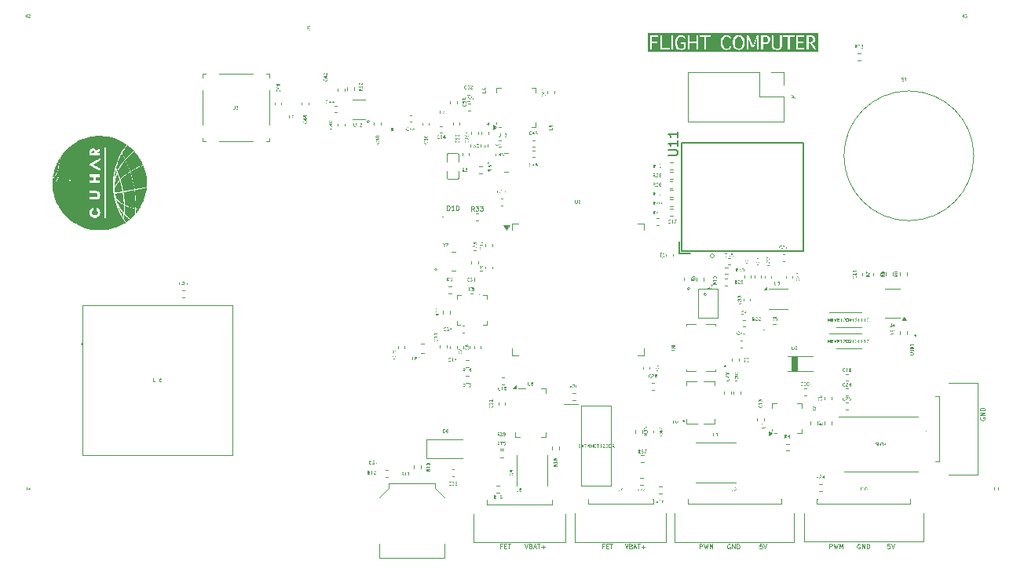
<source format=gbr>
%TF.GenerationSoftware,KiCad,Pcbnew,9.0.1*%
%TF.CreationDate,2025-04-20T12:35:35+07:00*%
%TF.ProjectId,IREC-FlighComputer,49524543-2d46-46c6-9967-68436f6d7075,rev?*%
%TF.SameCoordinates,Original*%
%TF.FileFunction,Legend,Top*%
%TF.FilePolarity,Positive*%
%FSLAX46Y46*%
G04 Gerber Fmt 4.6, Leading zero omitted, Abs format (unit mm)*
G04 Created by KiCad (PCBNEW 9.0.1) date 2025-04-20 12:35:35*
%MOMM*%
%LPD*%
G01*
G04 APERTURE LIST*
%ADD10C,0.100000*%
%ADD11C,0.300000*%
%ADD12C,0.125000*%
%ADD13C,0.150000*%
%ADD14C,0.120000*%
%ADD15C,0.000000*%
G04 APERTURE END LIST*
D10*
X150101503Y-116421704D02*
X149934836Y-116421704D01*
X149934836Y-116683609D02*
X149934836Y-116183609D01*
X149934836Y-116183609D02*
X150172931Y-116183609D01*
X150363407Y-116421704D02*
X150530074Y-116421704D01*
X150601502Y-116683609D02*
X150363407Y-116683609D01*
X150363407Y-116683609D02*
X150363407Y-116183609D01*
X150363407Y-116183609D02*
X150601502Y-116183609D01*
X150744360Y-116183609D02*
X151030074Y-116183609D01*
X150887217Y-116683609D02*
X150887217Y-116183609D01*
X188696741Y-116207419D02*
X188649122Y-116183609D01*
X188649122Y-116183609D02*
X188577693Y-116183609D01*
X188577693Y-116183609D02*
X188506265Y-116207419D01*
X188506265Y-116207419D02*
X188458646Y-116255038D01*
X188458646Y-116255038D02*
X188434836Y-116302657D01*
X188434836Y-116302657D02*
X188411027Y-116397895D01*
X188411027Y-116397895D02*
X188411027Y-116469323D01*
X188411027Y-116469323D02*
X188434836Y-116564561D01*
X188434836Y-116564561D02*
X188458646Y-116612180D01*
X188458646Y-116612180D02*
X188506265Y-116659800D01*
X188506265Y-116659800D02*
X188577693Y-116683609D01*
X188577693Y-116683609D02*
X188625312Y-116683609D01*
X188625312Y-116683609D02*
X188696741Y-116659800D01*
X188696741Y-116659800D02*
X188720550Y-116635990D01*
X188720550Y-116635990D02*
X188720550Y-116469323D01*
X188720550Y-116469323D02*
X188625312Y-116469323D01*
X188934836Y-116683609D02*
X188934836Y-116183609D01*
X188934836Y-116183609D02*
X189220550Y-116683609D01*
X189220550Y-116683609D02*
X189220550Y-116183609D01*
X189458646Y-116683609D02*
X189458646Y-116183609D01*
X189458646Y-116183609D02*
X189577694Y-116183609D01*
X189577694Y-116183609D02*
X189649122Y-116207419D01*
X189649122Y-116207419D02*
X189696741Y-116255038D01*
X189696741Y-116255038D02*
X189720551Y-116302657D01*
X189720551Y-116302657D02*
X189744360Y-116397895D01*
X189744360Y-116397895D02*
X189744360Y-116469323D01*
X189744360Y-116469323D02*
X189720551Y-116564561D01*
X189720551Y-116564561D02*
X189696741Y-116612180D01*
X189696741Y-116612180D02*
X189649122Y-116659800D01*
X189649122Y-116659800D02*
X189577694Y-116683609D01*
X189577694Y-116683609D02*
X189458646Y-116683609D01*
X161101503Y-116421704D02*
X160934836Y-116421704D01*
X160934836Y-116683609D02*
X160934836Y-116183609D01*
X160934836Y-116183609D02*
X161172931Y-116183609D01*
X161363407Y-116421704D02*
X161530074Y-116421704D01*
X161601502Y-116683609D02*
X161363407Y-116683609D01*
X161363407Y-116683609D02*
X161363407Y-116183609D01*
X161363407Y-116183609D02*
X161601502Y-116183609D01*
X161744360Y-116183609D02*
X162030074Y-116183609D01*
X161887217Y-116683609D02*
X161887217Y-116183609D01*
X171434836Y-116683609D02*
X171434836Y-116183609D01*
X171434836Y-116183609D02*
X171625312Y-116183609D01*
X171625312Y-116183609D02*
X171672931Y-116207419D01*
X171672931Y-116207419D02*
X171696741Y-116231228D01*
X171696741Y-116231228D02*
X171720550Y-116278847D01*
X171720550Y-116278847D02*
X171720550Y-116350276D01*
X171720550Y-116350276D02*
X171696741Y-116397895D01*
X171696741Y-116397895D02*
X171672931Y-116421704D01*
X171672931Y-116421704D02*
X171625312Y-116445514D01*
X171625312Y-116445514D02*
X171434836Y-116445514D01*
X171887217Y-116183609D02*
X172006265Y-116683609D01*
X172006265Y-116683609D02*
X172101503Y-116326466D01*
X172101503Y-116326466D02*
X172196741Y-116683609D01*
X172196741Y-116683609D02*
X172315789Y-116183609D01*
X172506265Y-116683609D02*
X172506265Y-116183609D01*
X172506265Y-116183609D02*
X172672932Y-116540752D01*
X172672932Y-116540752D02*
X172839598Y-116183609D01*
X172839598Y-116183609D02*
X172839598Y-116683609D01*
X163363408Y-116183609D02*
X163530074Y-116683609D01*
X163530074Y-116683609D02*
X163696741Y-116183609D01*
X164030074Y-116421704D02*
X164101502Y-116445514D01*
X164101502Y-116445514D02*
X164125312Y-116469323D01*
X164125312Y-116469323D02*
X164149121Y-116516942D01*
X164149121Y-116516942D02*
X164149121Y-116588371D01*
X164149121Y-116588371D02*
X164125312Y-116635990D01*
X164125312Y-116635990D02*
X164101502Y-116659800D01*
X164101502Y-116659800D02*
X164053883Y-116683609D01*
X164053883Y-116683609D02*
X163863407Y-116683609D01*
X163863407Y-116683609D02*
X163863407Y-116183609D01*
X163863407Y-116183609D02*
X164030074Y-116183609D01*
X164030074Y-116183609D02*
X164077693Y-116207419D01*
X164077693Y-116207419D02*
X164101502Y-116231228D01*
X164101502Y-116231228D02*
X164125312Y-116278847D01*
X164125312Y-116278847D02*
X164125312Y-116326466D01*
X164125312Y-116326466D02*
X164101502Y-116374085D01*
X164101502Y-116374085D02*
X164077693Y-116397895D01*
X164077693Y-116397895D02*
X164030074Y-116421704D01*
X164030074Y-116421704D02*
X163863407Y-116421704D01*
X164339598Y-116540752D02*
X164577693Y-116540752D01*
X164291979Y-116683609D02*
X164458645Y-116183609D01*
X164458645Y-116183609D02*
X164625312Y-116683609D01*
X164720550Y-116183609D02*
X165006264Y-116183609D01*
X164863407Y-116683609D02*
X164863407Y-116183609D01*
X165172930Y-116493133D02*
X165553883Y-116493133D01*
X165363406Y-116683609D02*
X165363406Y-116302657D01*
X152563408Y-116183609D02*
X152730074Y-116683609D01*
X152730074Y-116683609D02*
X152896741Y-116183609D01*
X153230074Y-116421704D02*
X153301502Y-116445514D01*
X153301502Y-116445514D02*
X153325312Y-116469323D01*
X153325312Y-116469323D02*
X153349121Y-116516942D01*
X153349121Y-116516942D02*
X153349121Y-116588371D01*
X153349121Y-116588371D02*
X153325312Y-116635990D01*
X153325312Y-116635990D02*
X153301502Y-116659800D01*
X153301502Y-116659800D02*
X153253883Y-116683609D01*
X153253883Y-116683609D02*
X153063407Y-116683609D01*
X153063407Y-116683609D02*
X153063407Y-116183609D01*
X153063407Y-116183609D02*
X153230074Y-116183609D01*
X153230074Y-116183609D02*
X153277693Y-116207419D01*
X153277693Y-116207419D02*
X153301502Y-116231228D01*
X153301502Y-116231228D02*
X153325312Y-116278847D01*
X153325312Y-116278847D02*
X153325312Y-116326466D01*
X153325312Y-116326466D02*
X153301502Y-116374085D01*
X153301502Y-116374085D02*
X153277693Y-116397895D01*
X153277693Y-116397895D02*
X153230074Y-116421704D01*
X153230074Y-116421704D02*
X153063407Y-116421704D01*
X153539598Y-116540752D02*
X153777693Y-116540752D01*
X153491979Y-116683609D02*
X153658645Y-116183609D01*
X153658645Y-116183609D02*
X153825312Y-116683609D01*
X153920550Y-116183609D02*
X154206264Y-116183609D01*
X154063407Y-116683609D02*
X154063407Y-116183609D01*
X154372930Y-116493133D02*
X154753883Y-116493133D01*
X154563406Y-116683609D02*
X154563406Y-116302657D01*
X174696741Y-116207419D02*
X174649122Y-116183609D01*
X174649122Y-116183609D02*
X174577693Y-116183609D01*
X174577693Y-116183609D02*
X174506265Y-116207419D01*
X174506265Y-116207419D02*
X174458646Y-116255038D01*
X174458646Y-116255038D02*
X174434836Y-116302657D01*
X174434836Y-116302657D02*
X174411027Y-116397895D01*
X174411027Y-116397895D02*
X174411027Y-116469323D01*
X174411027Y-116469323D02*
X174434836Y-116564561D01*
X174434836Y-116564561D02*
X174458646Y-116612180D01*
X174458646Y-116612180D02*
X174506265Y-116659800D01*
X174506265Y-116659800D02*
X174577693Y-116683609D01*
X174577693Y-116683609D02*
X174625312Y-116683609D01*
X174625312Y-116683609D02*
X174696741Y-116659800D01*
X174696741Y-116659800D02*
X174720550Y-116635990D01*
X174720550Y-116635990D02*
X174720550Y-116469323D01*
X174720550Y-116469323D02*
X174625312Y-116469323D01*
X174934836Y-116683609D02*
X174934836Y-116183609D01*
X174934836Y-116183609D02*
X175220550Y-116683609D01*
X175220550Y-116683609D02*
X175220550Y-116183609D01*
X175458646Y-116683609D02*
X175458646Y-116183609D01*
X175458646Y-116183609D02*
X175577694Y-116183609D01*
X175577694Y-116183609D02*
X175649122Y-116207419D01*
X175649122Y-116207419D02*
X175696741Y-116255038D01*
X175696741Y-116255038D02*
X175720551Y-116302657D01*
X175720551Y-116302657D02*
X175744360Y-116397895D01*
X175744360Y-116397895D02*
X175744360Y-116469323D01*
X175744360Y-116469323D02*
X175720551Y-116564561D01*
X175720551Y-116564561D02*
X175696741Y-116612180D01*
X175696741Y-116612180D02*
X175649122Y-116659800D01*
X175649122Y-116659800D02*
X175577694Y-116683609D01*
X175577694Y-116683609D02*
X175458646Y-116683609D01*
D11*
G36*
X175744350Y-61436736D02*
G01*
X175827876Y-61469288D01*
X175901075Y-61523476D01*
X175965614Y-61602435D01*
X176013370Y-61692145D01*
X176049311Y-61798272D01*
X176072324Y-61923691D01*
X176080530Y-62071748D01*
X176072323Y-62219935D01*
X176049308Y-62345455D01*
X176013367Y-62451660D01*
X175965614Y-62541427D01*
X175901083Y-62620324D01*
X175827886Y-62674476D01*
X175744358Y-62707009D01*
X175647366Y-62718258D01*
X175550442Y-62707016D01*
X175466819Y-62674481D01*
X175393392Y-62620290D01*
X175328506Y-62541304D01*
X175280480Y-62451498D01*
X175244351Y-62345298D01*
X175221225Y-62219830D01*
X175212980Y-62071748D01*
X175221222Y-61923800D01*
X175244344Y-61798412D01*
X175280473Y-61692245D01*
X175328506Y-61602435D01*
X175393392Y-61523450D01*
X175466819Y-61469258D01*
X175550442Y-61436723D01*
X175647366Y-61425481D01*
X175744350Y-61436736D01*
G37*
G36*
X178629586Y-61482774D02*
G01*
X178711330Y-61508777D01*
X178760729Y-61545404D01*
X178795971Y-61597477D01*
X178817973Y-61661044D01*
X178825820Y-61739211D01*
X178816524Y-61828817D01*
X178789574Y-61907527D01*
X178744975Y-61977714D01*
X178701457Y-62016343D01*
X178635752Y-62047414D01*
X178540342Y-62069037D01*
X178405722Y-62077365D01*
X178278716Y-62077365D01*
X178278716Y-61472376D01*
X178501221Y-61472376D01*
X178629586Y-61482774D01*
G37*
G36*
X183504551Y-61483493D02*
G01*
X183571214Y-61509501D01*
X183620620Y-61551581D01*
X183656088Y-61602069D01*
X183677765Y-61660232D01*
X183685275Y-61727732D01*
X183676094Y-61805278D01*
X183648517Y-61878551D01*
X183604794Y-61941650D01*
X183549354Y-61986140D01*
X183478490Y-62012253D01*
X183366539Y-62022655D01*
X183177250Y-62022655D01*
X183177250Y-61472376D01*
X183380338Y-61472376D01*
X183504551Y-61483493D01*
G37*
G36*
X184233317Y-63099116D02*
G01*
X165881476Y-63099116D01*
X165881476Y-62830000D01*
X166103698Y-62830000D01*
X166306908Y-62830000D01*
X167201814Y-62830000D01*
X168198325Y-62830000D01*
X168360502Y-62830000D01*
X168563712Y-62830000D01*
X168563712Y-62089699D01*
X168794278Y-62089699D01*
X168804715Y-62265576D01*
X168833521Y-62409064D01*
X168877809Y-62525673D01*
X168941460Y-62632553D01*
X169016055Y-62718624D01*
X169102024Y-62786402D01*
X169199842Y-62834702D01*
X169320295Y-62865707D01*
X169468632Y-62876894D01*
X169611342Y-62864915D01*
X169753467Y-62830000D01*
X170181577Y-62830000D01*
X170384787Y-62830000D01*
X170384787Y-62142212D01*
X171072575Y-62142212D01*
X171072575Y-62830000D01*
X171275785Y-62830000D01*
X171275785Y-61470055D01*
X171441870Y-61470055D01*
X171957711Y-61470055D01*
X171957711Y-62830000D01*
X172160921Y-62830000D01*
X172160921Y-62071748D01*
X173708444Y-62071748D01*
X173721928Y-62275320D01*
X173759028Y-62439198D01*
X173816067Y-62570607D01*
X173891382Y-62675394D01*
X173989477Y-62763562D01*
X174098927Y-62825784D01*
X174222062Y-62863745D01*
X174362282Y-62876894D01*
X174500289Y-62865504D01*
X174611898Y-62833907D01*
X174678081Y-62799467D01*
X174733608Y-62754642D01*
X174779693Y-62698719D01*
X174827085Y-62604752D01*
X174841730Y-62517491D01*
X174841730Y-62504180D01*
X174654152Y-62504180D01*
X174647108Y-62557198D01*
X174625980Y-62606280D01*
X174589305Y-62652923D01*
X174541573Y-62686634D01*
X174471132Y-62709482D01*
X174369731Y-62718258D01*
X174261521Y-62706345D01*
X174171554Y-62672474D01*
X174095817Y-62617161D01*
X174032065Y-62537885D01*
X173971928Y-62412753D01*
X173933362Y-62259497D01*
X173919469Y-62071748D01*
X175001954Y-62071748D01*
X175014883Y-62266078D01*
X175050849Y-62426393D01*
X175106812Y-62558525D01*
X175181472Y-62667212D01*
X175278456Y-62759393D01*
X175386474Y-62824041D01*
X175507832Y-62863315D01*
X175646022Y-62876894D01*
X175784274Y-62863322D01*
X175887387Y-62830000D01*
X176510398Y-62830000D01*
X176682345Y-62830000D01*
X176682345Y-61925324D01*
X176678437Y-61680348D01*
X176764410Y-61926789D01*
X177057746Y-62604075D01*
X177261444Y-62604075D01*
X177527303Y-61929476D01*
X177620237Y-61669902D01*
X177620237Y-61926789D01*
X177620237Y-62830000D01*
X177800000Y-62830000D01*
X177800000Y-62077365D01*
X178075506Y-62077365D01*
X178075506Y-62833907D01*
X178278716Y-62833907D01*
X178278716Y-62315258D01*
X179210747Y-62315258D01*
X179220118Y-62483006D01*
X179243940Y-62597108D01*
X179277181Y-62671608D01*
X179327926Y-62734793D01*
X179394230Y-62786533D01*
X179478803Y-62827191D01*
X179618582Y-62864100D01*
X179776291Y-62876894D01*
X179891652Y-62869180D01*
X179987290Y-62847674D01*
X180066573Y-62814124D01*
X180138307Y-62766565D01*
X180196810Y-62709880D01*
X180243405Y-62643398D01*
X180273879Y-62567715D01*
X180296117Y-62448583D01*
X180304954Y-62270073D01*
X180304954Y-61470055D01*
X180449546Y-61470055D01*
X180965387Y-61470055D01*
X180965387Y-62830000D01*
X181168597Y-62830000D01*
X181830984Y-62830000D01*
X182741521Y-62830000D01*
X182741521Y-62658053D01*
X182034194Y-62658053D01*
X182034194Y-62113269D01*
X182608653Y-62113269D01*
X182608653Y-62022655D01*
X182974040Y-62022655D01*
X182974040Y-62830000D01*
X183177250Y-62830000D01*
X183177250Y-62181290D01*
X183371912Y-62181290D01*
X183480422Y-62296804D01*
X183568039Y-62431029D01*
X183778210Y-62830000D01*
X184011095Y-62830000D01*
X183768318Y-62378028D01*
X183707257Y-62275812D01*
X183647174Y-62196556D01*
X183580984Y-62147829D01*
X183692312Y-62092631D01*
X183765021Y-62033768D01*
X183820393Y-61963314D01*
X183861741Y-61885268D01*
X183887684Y-61801349D01*
X183896301Y-61714665D01*
X183883414Y-61607674D01*
X183845010Y-61508768D01*
X183784169Y-61424114D01*
X183706525Y-61363565D01*
X183645927Y-61338024D01*
X183561223Y-61320436D01*
X183445429Y-61313740D01*
X182974040Y-61313740D01*
X182974040Y-62022655D01*
X182608653Y-62022655D01*
X182608653Y-61954633D01*
X182034194Y-61954633D01*
X182034194Y-61485687D01*
X182690719Y-61485687D01*
X182690719Y-61313740D01*
X181830984Y-61313740D01*
X181830984Y-62830000D01*
X181168597Y-62830000D01*
X181168597Y-61470055D01*
X181668807Y-61470055D01*
X181668807Y-61311420D01*
X180449546Y-61311420D01*
X180449546Y-61470055D01*
X180304954Y-61470055D01*
X180304954Y-61313740D01*
X180117376Y-61313740D01*
X180117376Y-62219270D01*
X180111356Y-62397121D01*
X180096936Y-62503556D01*
X180078663Y-62561332D01*
X180029618Y-62631750D01*
X179960084Y-62680401D01*
X179876103Y-62708416D01*
X179776657Y-62718258D01*
X179673891Y-62708497D01*
X179583461Y-62680279D01*
X179506810Y-62632942D01*
X179455234Y-62570736D01*
X179435359Y-62519778D01*
X179420182Y-62431368D01*
X179413957Y-62289246D01*
X179413957Y-61313740D01*
X179210747Y-61313740D01*
X179210747Y-62315258D01*
X178278716Y-62315258D01*
X178278716Y-62236001D01*
X178460310Y-62236001D01*
X178604194Y-62225504D01*
X178720892Y-62196453D01*
X178815440Y-62151332D01*
X178891765Y-62090921D01*
X178955314Y-62013947D01*
X179000171Y-61929558D01*
X179027450Y-61836186D01*
X179036846Y-61731639D01*
X179023777Y-61610137D01*
X178986654Y-61509012D01*
X178947763Y-61450450D01*
X178898189Y-61402258D01*
X178836689Y-61363565D01*
X178767295Y-61338911D01*
X178658854Y-61320888D01*
X178497557Y-61313740D01*
X178075506Y-61313740D01*
X178075506Y-62077365D01*
X177800000Y-62077365D01*
X177800000Y-61313740D01*
X177603629Y-61313740D01*
X177175105Y-62384745D01*
X176709700Y-61313740D01*
X176510398Y-61313740D01*
X176510398Y-62830000D01*
X175887387Y-62830000D01*
X175905784Y-62824055D01*
X176014029Y-62759405D01*
X176111305Y-62667212D01*
X176186296Y-62558477D01*
X176242483Y-62426326D01*
X176278581Y-62266028D01*
X176291556Y-62071748D01*
X176278583Y-61877599D01*
X176242487Y-61717403D01*
X176186301Y-61585329D01*
X176111305Y-61476650D01*
X176014021Y-61384397D01*
X175905774Y-61319710D01*
X175784267Y-61280424D01*
X175646022Y-61266845D01*
X175507839Y-61280431D01*
X175386485Y-61319725D01*
X175278464Y-61384409D01*
X175181472Y-61476650D01*
X175106808Y-61585280D01*
X175050845Y-61717336D01*
X175014881Y-61877548D01*
X175001954Y-62071748D01*
X173919469Y-62071748D01*
X173933217Y-61885966D01*
X173971516Y-61733107D01*
X174031455Y-61607198D01*
X174094950Y-61527432D01*
X174170863Y-61471712D01*
X174261518Y-61437528D01*
X174371075Y-61425481D01*
X174456350Y-61432225D01*
X174523116Y-61450638D01*
X174579601Y-61482472D01*
X174620080Y-61525376D01*
X174645918Y-61576580D01*
X174654152Y-61627592D01*
X174654152Y-61640903D01*
X174841730Y-61640903D01*
X174827067Y-61549729D01*
X174779815Y-61451737D01*
X174733499Y-61393136D01*
X174677941Y-61346590D01*
X174612020Y-61311175D01*
X174500385Y-61278545D01*
X174363625Y-61266845D01*
X174222052Y-61280130D01*
X174098210Y-61318423D01*
X173988584Y-61381096D01*
X173890771Y-61469811D01*
X173815574Y-61575223D01*
X173758727Y-61706701D01*
X173721829Y-61869886D01*
X173708444Y-62071748D01*
X172160921Y-62071748D01*
X172160921Y-61470055D01*
X172661130Y-61470055D01*
X172661130Y-61311420D01*
X171441870Y-61311420D01*
X171441870Y-61470055D01*
X171275785Y-61470055D01*
X171275785Y-61313740D01*
X171072575Y-61313740D01*
X171072575Y-61983576D01*
X170384787Y-61983576D01*
X170384787Y-61313740D01*
X170181577Y-61313740D01*
X170181577Y-62830000D01*
X169753467Y-62830000D01*
X169763554Y-62827522D01*
X169927564Y-62761612D01*
X169927564Y-62077365D01*
X169402809Y-62077365D01*
X169402809Y-62236001D01*
X169739986Y-62236001D01*
X169739986Y-62659274D01*
X169580528Y-62704719D01*
X169451535Y-62718258D01*
X169350101Y-62707038D01*
X169263428Y-62674773D01*
X169188235Y-62621531D01*
X169122662Y-62544724D01*
X169074194Y-62456610D01*
X169037481Y-62350509D01*
X169013802Y-62223076D01*
X169005303Y-62070404D01*
X169013621Y-61916738D01*
X169036721Y-61789230D01*
X169072387Y-61683802D01*
X169119243Y-61596939D01*
X169183069Y-61521588D01*
X169257852Y-61468949D01*
X169345687Y-61436763D01*
X169450192Y-61425481D01*
X169529498Y-61432198D01*
X169596860Y-61451249D01*
X169656064Y-61482377D01*
X169700663Y-61521468D01*
X169730544Y-61568460D01*
X169739986Y-61616723D01*
X169739986Y-61631622D01*
X169927564Y-61631622D01*
X169927564Y-61616723D01*
X169912185Y-61532530D01*
X169862107Y-61442212D01*
X169814060Y-61389008D01*
X169755678Y-61345236D01*
X169685520Y-61310565D01*
X169570091Y-61278120D01*
X169438590Y-61266845D01*
X169309871Y-61277911D01*
X169197073Y-61309735D01*
X169097261Y-61361489D01*
X169009174Y-61431839D01*
X168934916Y-61518334D01*
X168873779Y-61622951D01*
X168832628Y-61737282D01*
X168804728Y-61889714D01*
X168794278Y-62089699D01*
X168563712Y-62089699D01*
X168563712Y-61313740D01*
X168360502Y-61313740D01*
X168360502Y-62830000D01*
X168198325Y-62830000D01*
X168198325Y-62658053D01*
X167405024Y-62658053D01*
X167405024Y-61309832D01*
X167201814Y-61309832D01*
X167201814Y-62830000D01*
X166306908Y-62830000D01*
X166306908Y-62157843D01*
X166881368Y-62157843D01*
X166881368Y-61999207D01*
X166306908Y-61999207D01*
X166306908Y-61485687D01*
X166963433Y-61485687D01*
X166963433Y-61313740D01*
X166103698Y-61313740D01*
X166103698Y-62830000D01*
X165881476Y-62830000D01*
X165881476Y-61044623D01*
X184233317Y-61044623D01*
X184233317Y-63099116D01*
G37*
D10*
X178172931Y-116183609D02*
X177934836Y-116183609D01*
X177934836Y-116183609D02*
X177911027Y-116421704D01*
X177911027Y-116421704D02*
X177934836Y-116397895D01*
X177934836Y-116397895D02*
X177982455Y-116374085D01*
X177982455Y-116374085D02*
X178101503Y-116374085D01*
X178101503Y-116374085D02*
X178149122Y-116397895D01*
X178149122Y-116397895D02*
X178172931Y-116421704D01*
X178172931Y-116421704D02*
X178196741Y-116469323D01*
X178196741Y-116469323D02*
X178196741Y-116588371D01*
X178196741Y-116588371D02*
X178172931Y-116635990D01*
X178172931Y-116635990D02*
X178149122Y-116659800D01*
X178149122Y-116659800D02*
X178101503Y-116683609D01*
X178101503Y-116683609D02*
X177982455Y-116683609D01*
X177982455Y-116683609D02*
X177934836Y-116659800D01*
X177934836Y-116659800D02*
X177911027Y-116635990D01*
X178339598Y-116183609D02*
X178506264Y-116683609D01*
X178506264Y-116683609D02*
X178672931Y-116183609D01*
X201707419Y-102553258D02*
X201683609Y-102600877D01*
X201683609Y-102600877D02*
X201683609Y-102672306D01*
X201683609Y-102672306D02*
X201707419Y-102743734D01*
X201707419Y-102743734D02*
X201755038Y-102791353D01*
X201755038Y-102791353D02*
X201802657Y-102815163D01*
X201802657Y-102815163D02*
X201897895Y-102838972D01*
X201897895Y-102838972D02*
X201969323Y-102838972D01*
X201969323Y-102838972D02*
X202064561Y-102815163D01*
X202064561Y-102815163D02*
X202112180Y-102791353D01*
X202112180Y-102791353D02*
X202159800Y-102743734D01*
X202159800Y-102743734D02*
X202183609Y-102672306D01*
X202183609Y-102672306D02*
X202183609Y-102624687D01*
X202183609Y-102624687D02*
X202159800Y-102553258D01*
X202159800Y-102553258D02*
X202135990Y-102529449D01*
X202135990Y-102529449D02*
X201969323Y-102529449D01*
X201969323Y-102529449D02*
X201969323Y-102624687D01*
X202183609Y-102315163D02*
X201683609Y-102315163D01*
X201683609Y-102315163D02*
X202183609Y-102029449D01*
X202183609Y-102029449D02*
X201683609Y-102029449D01*
X202183609Y-101791353D02*
X201683609Y-101791353D01*
X201683609Y-101791353D02*
X201683609Y-101672305D01*
X201683609Y-101672305D02*
X201707419Y-101600877D01*
X201707419Y-101600877D02*
X201755038Y-101553258D01*
X201755038Y-101553258D02*
X201802657Y-101529448D01*
X201802657Y-101529448D02*
X201897895Y-101505639D01*
X201897895Y-101505639D02*
X201969323Y-101505639D01*
X201969323Y-101505639D02*
X202064561Y-101529448D01*
X202064561Y-101529448D02*
X202112180Y-101553258D01*
X202112180Y-101553258D02*
X202159800Y-101600877D01*
X202159800Y-101600877D02*
X202183609Y-101672305D01*
X202183609Y-101672305D02*
X202183609Y-101791353D01*
X185434836Y-116683609D02*
X185434836Y-116183609D01*
X185434836Y-116183609D02*
X185625312Y-116183609D01*
X185625312Y-116183609D02*
X185672931Y-116207419D01*
X185672931Y-116207419D02*
X185696741Y-116231228D01*
X185696741Y-116231228D02*
X185720550Y-116278847D01*
X185720550Y-116278847D02*
X185720550Y-116350276D01*
X185720550Y-116350276D02*
X185696741Y-116397895D01*
X185696741Y-116397895D02*
X185672931Y-116421704D01*
X185672931Y-116421704D02*
X185625312Y-116445514D01*
X185625312Y-116445514D02*
X185434836Y-116445514D01*
X185887217Y-116183609D02*
X186006265Y-116683609D01*
X186006265Y-116683609D02*
X186101503Y-116326466D01*
X186101503Y-116326466D02*
X186196741Y-116683609D01*
X186196741Y-116683609D02*
X186315789Y-116183609D01*
X186506265Y-116683609D02*
X186506265Y-116183609D01*
X186506265Y-116183609D02*
X186672932Y-116540752D01*
X186672932Y-116540752D02*
X186839598Y-116183609D01*
X186839598Y-116183609D02*
X186839598Y-116683609D01*
X191922931Y-116183609D02*
X191684836Y-116183609D01*
X191684836Y-116183609D02*
X191661027Y-116421704D01*
X191661027Y-116421704D02*
X191684836Y-116397895D01*
X191684836Y-116397895D02*
X191732455Y-116374085D01*
X191732455Y-116374085D02*
X191851503Y-116374085D01*
X191851503Y-116374085D02*
X191899122Y-116397895D01*
X191899122Y-116397895D02*
X191922931Y-116421704D01*
X191922931Y-116421704D02*
X191946741Y-116469323D01*
X191946741Y-116469323D02*
X191946741Y-116588371D01*
X191946741Y-116588371D02*
X191922931Y-116635990D01*
X191922931Y-116635990D02*
X191899122Y-116659800D01*
X191899122Y-116659800D02*
X191851503Y-116683609D01*
X191851503Y-116683609D02*
X191732455Y-116683609D01*
X191732455Y-116683609D02*
X191684836Y-116659800D01*
X191684836Y-116659800D02*
X191661027Y-116635990D01*
X192089598Y-116183609D02*
X192256264Y-116683609D01*
X192256264Y-116683609D02*
X192422931Y-116183609D01*
D12*
X147118571Y-80224809D02*
X146951905Y-79986714D01*
X146832857Y-80224809D02*
X146832857Y-79724809D01*
X146832857Y-79724809D02*
X147023333Y-79724809D01*
X147023333Y-79724809D02*
X147070952Y-79748619D01*
X147070952Y-79748619D02*
X147094762Y-79772428D01*
X147094762Y-79772428D02*
X147118571Y-79820047D01*
X147118571Y-79820047D02*
X147118571Y-79891476D01*
X147118571Y-79891476D02*
X147094762Y-79939095D01*
X147094762Y-79939095D02*
X147070952Y-79962904D01*
X147070952Y-79962904D02*
X147023333Y-79986714D01*
X147023333Y-79986714D02*
X146832857Y-79986714D01*
X147285238Y-79724809D02*
X147594762Y-79724809D01*
X147594762Y-79724809D02*
X147428095Y-79915285D01*
X147428095Y-79915285D02*
X147499524Y-79915285D01*
X147499524Y-79915285D02*
X147547143Y-79939095D01*
X147547143Y-79939095D02*
X147570952Y-79962904D01*
X147570952Y-79962904D02*
X147594762Y-80010523D01*
X147594762Y-80010523D02*
X147594762Y-80129571D01*
X147594762Y-80129571D02*
X147570952Y-80177190D01*
X147570952Y-80177190D02*
X147547143Y-80201000D01*
X147547143Y-80201000D02*
X147499524Y-80224809D01*
X147499524Y-80224809D02*
X147356667Y-80224809D01*
X147356667Y-80224809D02*
X147309048Y-80201000D01*
X147309048Y-80201000D02*
X147285238Y-80177190D01*
X147761428Y-79724809D02*
X148070952Y-79724809D01*
X148070952Y-79724809D02*
X147904285Y-79915285D01*
X147904285Y-79915285D02*
X147975714Y-79915285D01*
X147975714Y-79915285D02*
X148023333Y-79939095D01*
X148023333Y-79939095D02*
X148047142Y-79962904D01*
X148047142Y-79962904D02*
X148070952Y-80010523D01*
X148070952Y-80010523D02*
X148070952Y-80129571D01*
X148070952Y-80129571D02*
X148047142Y-80177190D01*
X148047142Y-80177190D02*
X148023333Y-80201000D01*
X148023333Y-80201000D02*
X147975714Y-80224809D01*
X147975714Y-80224809D02*
X147832857Y-80224809D01*
X147832857Y-80224809D02*
X147785238Y-80201000D01*
X147785238Y-80201000D02*
X147761428Y-80177190D01*
X144207857Y-80164809D02*
X144207857Y-79664809D01*
X144207857Y-79664809D02*
X144326905Y-79664809D01*
X144326905Y-79664809D02*
X144398333Y-79688619D01*
X144398333Y-79688619D02*
X144445952Y-79736238D01*
X144445952Y-79736238D02*
X144469762Y-79783857D01*
X144469762Y-79783857D02*
X144493571Y-79879095D01*
X144493571Y-79879095D02*
X144493571Y-79950523D01*
X144493571Y-79950523D02*
X144469762Y-80045761D01*
X144469762Y-80045761D02*
X144445952Y-80093380D01*
X144445952Y-80093380D02*
X144398333Y-80141000D01*
X144398333Y-80141000D02*
X144326905Y-80164809D01*
X144326905Y-80164809D02*
X144207857Y-80164809D01*
X144969762Y-80164809D02*
X144684048Y-80164809D01*
X144826905Y-80164809D02*
X144826905Y-79664809D01*
X144826905Y-79664809D02*
X144779286Y-79736238D01*
X144779286Y-79736238D02*
X144731667Y-79783857D01*
X144731667Y-79783857D02*
X144684048Y-79807666D01*
X145279285Y-79664809D02*
X145326904Y-79664809D01*
X145326904Y-79664809D02*
X145374523Y-79688619D01*
X145374523Y-79688619D02*
X145398333Y-79712428D01*
X145398333Y-79712428D02*
X145422142Y-79760047D01*
X145422142Y-79760047D02*
X145445952Y-79855285D01*
X145445952Y-79855285D02*
X145445952Y-79974333D01*
X145445952Y-79974333D02*
X145422142Y-80069571D01*
X145422142Y-80069571D02*
X145398333Y-80117190D01*
X145398333Y-80117190D02*
X145374523Y-80141000D01*
X145374523Y-80141000D02*
X145326904Y-80164809D01*
X145326904Y-80164809D02*
X145279285Y-80164809D01*
X145279285Y-80164809D02*
X145231666Y-80141000D01*
X145231666Y-80141000D02*
X145207857Y-80117190D01*
X145207857Y-80117190D02*
X145184047Y-80069571D01*
X145184047Y-80069571D02*
X145160238Y-79974333D01*
X145160238Y-79974333D02*
X145160238Y-79855285D01*
X145160238Y-79855285D02*
X145184047Y-79760047D01*
X145184047Y-79760047D02*
X145207857Y-79712428D01*
X145207857Y-79712428D02*
X145231666Y-79688619D01*
X145231666Y-79688619D02*
X145279285Y-79664809D01*
G36*
X190849824Y-105232664D02*
G01*
X190885521Y-105240048D01*
X190909997Y-105250569D01*
X190931278Y-105266434D01*
X190949512Y-105287256D01*
X190964829Y-105313797D01*
X190975437Y-105342790D01*
X190982204Y-105376977D01*
X190984613Y-105417295D01*
X190982464Y-105455130D01*
X190976368Y-105487971D01*
X190966722Y-105516519D01*
X190952633Y-105542823D01*
X190934766Y-105564827D01*
X190912897Y-105583014D01*
X190887658Y-105595699D01*
X190852989Y-105604268D01*
X190806133Y-105607500D01*
X190695429Y-105607500D01*
X190695429Y-105566467D01*
X190744278Y-105566467D01*
X190801889Y-105566467D01*
X190836142Y-105564428D01*
X190861386Y-105559053D01*
X190879619Y-105551202D01*
X190895425Y-105539391D01*
X190908797Y-105523635D01*
X190919828Y-105503269D01*
X190927251Y-105481045D01*
X190932071Y-105454068D01*
X190933810Y-105421448D01*
X190932248Y-105388595D01*
X190927860Y-105360530D01*
X190921018Y-105336604D01*
X190910602Y-105314329D01*
X190897713Y-105297192D01*
X190882336Y-105284366D01*
X190864152Y-105275788D01*
X190837769Y-105269816D01*
X190800545Y-105267513D01*
X190744278Y-105267513D01*
X190744278Y-105566467D01*
X190695429Y-105566467D01*
X190695429Y-105229808D01*
X190799324Y-105229808D01*
X190849824Y-105232664D01*
G37*
G36*
X191159002Y-105607500D02*
G01*
X191159002Y-105277283D01*
X191082799Y-105307722D01*
X191082799Y-105265621D01*
X191159002Y-105230389D01*
X191203943Y-105230389D01*
X191203943Y-105607500D01*
X191159002Y-105607500D01*
G37*
G36*
X190393301Y-105524243D02*
G01*
X190442149Y-105524243D01*
X190442149Y-105526594D01*
X190444844Y-105545863D01*
X190452207Y-105559685D01*
X190464192Y-105569489D01*
X190479398Y-105575830D01*
X190498650Y-105579994D01*
X190522872Y-105581518D01*
X190543618Y-105579324D01*
X190561365Y-105573025D01*
X190576758Y-105562681D01*
X190588783Y-105548860D01*
X190595969Y-105532647D01*
X190598465Y-105513283D01*
X190596339Y-105497459D01*
X190590174Y-105484055D01*
X190579750Y-105472464D01*
X190558400Y-105458060D01*
X190523207Y-105441231D01*
X190503790Y-105433354D01*
X190466947Y-105415820D01*
X190444195Y-105400626D01*
X190426692Y-105383128D01*
X190414733Y-105364600D01*
X190407513Y-105344000D01*
X190405024Y-105320545D01*
X190408428Y-105293228D01*
X190418364Y-105269403D01*
X190435127Y-105248188D01*
X190450903Y-105236086D01*
X190471104Y-105226887D01*
X190496760Y-105220868D01*
X190529161Y-105218665D01*
X190567982Y-105221685D01*
X190594391Y-105229438D01*
X190611776Y-105240616D01*
X190625267Y-105256451D01*
X190633007Y-105273287D01*
X190635590Y-105291693D01*
X190635590Y-105294441D01*
X190586741Y-105294441D01*
X190586741Y-105291693D01*
X190584993Y-105282792D01*
X190579322Y-105273528D01*
X190570525Y-105266015D01*
X190557462Y-105260491D01*
X190542534Y-105257440D01*
X190525467Y-105256370D01*
X190502419Y-105258681D01*
X190485363Y-105264910D01*
X190472832Y-105274535D01*
X190463264Y-105287436D01*
X190457696Y-105301143D01*
X190455827Y-105316057D01*
X190457841Y-105330988D01*
X190463948Y-105345183D01*
X190473546Y-105357656D01*
X190486357Y-105367989D01*
X190534565Y-105392199D01*
X190557646Y-105402122D01*
X190593388Y-105420300D01*
X190616783Y-105437174D01*
X190630949Y-105452863D01*
X190641206Y-105471152D01*
X190647245Y-105490132D01*
X190649267Y-105510169D01*
X190645570Y-105537915D01*
X190634216Y-105565215D01*
X190622834Y-105581586D01*
X190609021Y-105594929D01*
X190592542Y-105605515D01*
X190574236Y-105612718D01*
X190550914Y-105617475D01*
X190521437Y-105619223D01*
X190481312Y-105616438D01*
X190451064Y-105608995D01*
X190433364Y-105600542D01*
X190419166Y-105589434D01*
X190407986Y-105575534D01*
X190396991Y-105551160D01*
X190393301Y-105524243D01*
G37*
G36*
X190694208Y-105524243D02*
G01*
X190743057Y-105524243D01*
X190743057Y-105526594D01*
X190745752Y-105545863D01*
X190753114Y-105559685D01*
X190765099Y-105569489D01*
X190780305Y-105575830D01*
X190799557Y-105579994D01*
X190823779Y-105581518D01*
X190844525Y-105579324D01*
X190862272Y-105573025D01*
X190877665Y-105562681D01*
X190889691Y-105548860D01*
X190896876Y-105532647D01*
X190899372Y-105513283D01*
X190897246Y-105497459D01*
X190891081Y-105484055D01*
X190880657Y-105472464D01*
X190859307Y-105458060D01*
X190824115Y-105441231D01*
X190804697Y-105433354D01*
X190767854Y-105415820D01*
X190745102Y-105400626D01*
X190727599Y-105383128D01*
X190715640Y-105364600D01*
X190708420Y-105344000D01*
X190705932Y-105320545D01*
X190709336Y-105293228D01*
X190719271Y-105269403D01*
X190736035Y-105248188D01*
X190751810Y-105236086D01*
X190772011Y-105226887D01*
X190797667Y-105220868D01*
X190830068Y-105218665D01*
X190868889Y-105221685D01*
X190895298Y-105229438D01*
X190912683Y-105240616D01*
X190926174Y-105256451D01*
X190933914Y-105273287D01*
X190936497Y-105291693D01*
X190936497Y-105294441D01*
X190887648Y-105294441D01*
X190887648Y-105291693D01*
X190885900Y-105282792D01*
X190880229Y-105273528D01*
X190871432Y-105266015D01*
X190858370Y-105260491D01*
X190843441Y-105257440D01*
X190826374Y-105256370D01*
X190803327Y-105258681D01*
X190786270Y-105264910D01*
X190773740Y-105274535D01*
X190764171Y-105287436D01*
X190758603Y-105301143D01*
X190756734Y-105316057D01*
X190758748Y-105330988D01*
X190764855Y-105345183D01*
X190774453Y-105357656D01*
X190787264Y-105367989D01*
X190835472Y-105392199D01*
X190858553Y-105402122D01*
X190894295Y-105420300D01*
X190917690Y-105437174D01*
X190931856Y-105452863D01*
X190942113Y-105471152D01*
X190948152Y-105490132D01*
X190950174Y-105510169D01*
X190946477Y-105537915D01*
X190935123Y-105565215D01*
X190923742Y-105581586D01*
X190909928Y-105594929D01*
X190893449Y-105605515D01*
X190875143Y-105612718D01*
X190851821Y-105617475D01*
X190822344Y-105619223D01*
X190782219Y-105616438D01*
X190751971Y-105608995D01*
X190734271Y-105600542D01*
X190720073Y-105589434D01*
X190708893Y-105575534D01*
X190697898Y-105551160D01*
X190694208Y-105524243D01*
G37*
G36*
X191065213Y-105418547D02*
G01*
X191065213Y-105380842D01*
X191093759Y-105380842D01*
X191124686Y-105377934D01*
X191145538Y-105370431D01*
X191162556Y-105358490D01*
X191175305Y-105344267D01*
X191183574Y-105327656D01*
X191186327Y-105309371D01*
X191184238Y-105293844D01*
X191178260Y-105281138D01*
X191168253Y-105270566D01*
X191155493Y-105262928D01*
X191139852Y-105258101D01*
X191120595Y-105256370D01*
X191103770Y-105257510D01*
X191088416Y-105260827D01*
X191074966Y-105266924D01*
X191065549Y-105275696D01*
X191059543Y-105286551D01*
X191057641Y-105297403D01*
X191057641Y-105300150D01*
X191014655Y-105300150D01*
X191014655Y-105297403D01*
X191017295Y-105278769D01*
X191025355Y-105260927D01*
X191039628Y-105243333D01*
X191057987Y-105230574D01*
X191084747Y-105221960D01*
X191122885Y-105218665D01*
X191158946Y-105221714D01*
X191185857Y-105229892D01*
X191205744Y-105242295D01*
X191221200Y-105259606D01*
X191230344Y-105279599D01*
X191233496Y-105303173D01*
X191231468Y-105322834D01*
X191225467Y-105341000D01*
X191215662Y-105357505D01*
X191201775Y-105372477D01*
X191183781Y-105384450D01*
X191156743Y-105394886D01*
X191186117Y-105405916D01*
X191208408Y-105419096D01*
X191224917Y-105434209D01*
X191237272Y-105452600D01*
X191244815Y-105473920D01*
X191247449Y-105498964D01*
X191243968Y-105528070D01*
X191233528Y-105555450D01*
X191215544Y-105581793D01*
X191198397Y-105597583D01*
X191177252Y-105609179D01*
X191151252Y-105616566D01*
X191119221Y-105619223D01*
X191082168Y-105615999D01*
X191055507Y-105607477D01*
X191036636Y-105594707D01*
X191021900Y-105577083D01*
X191013518Y-105558787D01*
X191010747Y-105539234D01*
X191055687Y-105539234D01*
X191055687Y-105541584D01*
X191057795Y-105553763D01*
X191063941Y-105563544D01*
X191074738Y-105571535D01*
X191095426Y-105578811D01*
X191123404Y-105581518D01*
X191145585Y-105579240D01*
X191164223Y-105572756D01*
X191179652Y-105561478D01*
X191191089Y-105544576D01*
X191197942Y-105524434D01*
X191200279Y-105502109D01*
X191197195Y-105479746D01*
X191188120Y-105460180D01*
X191172558Y-105442636D01*
X191152624Y-105430038D01*
X191125222Y-105421681D01*
X191088019Y-105418547D01*
X191065213Y-105418547D01*
G37*
G36*
X191552966Y-105454512D02*
G01*
X191605722Y-105454512D01*
X191605722Y-105492217D01*
X191552966Y-105492217D01*
X191552966Y-105607500D01*
X191508025Y-105607500D01*
X191508025Y-105492217D01*
X191326308Y-105492217D01*
X191326308Y-105454512D01*
X191376470Y-105454512D01*
X191508025Y-105454512D01*
X191508025Y-105290167D01*
X191376470Y-105454512D01*
X191326308Y-105454512D01*
X191508025Y-105230389D01*
X191552966Y-105230389D01*
X191552966Y-105454512D01*
G37*
G36*
X139463651Y-108451321D02*
G01*
X139492369Y-108455002D01*
X139508759Y-108459761D01*
X139529484Y-108472215D01*
X139543991Y-108488887D01*
X139552920Y-108509014D01*
X139555928Y-108531386D01*
X139552291Y-108556910D01*
X139540877Y-108583135D01*
X139529155Y-108598575D01*
X139511431Y-108613866D01*
X139486197Y-108629052D01*
X139514860Y-108638695D01*
X139536042Y-108651065D01*
X139551257Y-108665902D01*
X139562587Y-108683993D01*
X139569293Y-108703316D01*
X139571560Y-108724337D01*
X139568117Y-108750549D01*
X139557730Y-108775232D01*
X139541136Y-108796516D01*
X139518468Y-108813272D01*
X139500658Y-108820312D01*
X139472608Y-108825455D01*
X139430571Y-108827500D01*
X139317547Y-108827500D01*
X139317547Y-108789795D01*
X139366396Y-108789795D01*
X139435547Y-108789795D01*
X139468072Y-108787215D01*
X139489391Y-108780691D01*
X139502775Y-108771415D01*
X139512846Y-108758264D01*
X139518755Y-108743927D01*
X139520758Y-108727940D01*
X139517859Y-108708500D01*
X139509095Y-108690510D01*
X139495075Y-108675265D01*
X139474535Y-108662483D01*
X139458728Y-108657028D01*
X139435532Y-108653150D01*
X139402666Y-108651645D01*
X139366396Y-108651645D01*
X139366396Y-108789795D01*
X139317547Y-108789795D01*
X139317547Y-108613940D01*
X139366396Y-108613940D01*
X139413413Y-108613940D01*
X139447039Y-108611157D01*
X139467574Y-108604323D01*
X139483728Y-108592616D01*
X139496333Y-108576509D01*
X139504456Y-108557809D01*
X139507080Y-108539049D01*
X139505223Y-108525600D01*
X139499719Y-108513616D01*
X139490227Y-108502657D01*
X139477912Y-108495021D01*
X139458667Y-108489635D01*
X139429777Y-108487513D01*
X139366396Y-108487513D01*
X139366396Y-108613940D01*
X139317547Y-108613940D01*
X139317547Y-108449808D01*
X139417351Y-108449808D01*
X139463651Y-108451321D01*
G37*
G36*
X139735203Y-108827500D02*
G01*
X139735203Y-108487513D01*
X139606243Y-108487513D01*
X139606243Y-108449808D01*
X139909104Y-108449808D01*
X139909104Y-108487513D01*
X139784051Y-108487513D01*
X139784051Y-108827500D01*
X139735203Y-108827500D01*
G37*
G36*
X140066885Y-108827500D02*
G01*
X140066885Y-108497283D01*
X139990681Y-108527722D01*
X139990681Y-108485621D01*
X140066885Y-108450389D01*
X140111825Y-108450389D01*
X140111825Y-108827500D01*
X140066885Y-108827500D01*
G37*
G36*
X159996650Y-105807500D02*
G01*
X159947801Y-105807500D01*
X159947801Y-105430389D01*
X159996650Y-105430389D01*
X159996650Y-105807500D01*
G37*
G36*
X160292672Y-105727998D02*
G01*
X160337613Y-105727998D01*
X160337613Y-105730349D01*
X160333998Y-105751874D01*
X160322287Y-105775107D01*
X160310880Y-105788939D01*
X160297130Y-105800035D01*
X160280735Y-105808568D01*
X160253046Y-105816398D01*
X160218728Y-105819223D01*
X160183881Y-105815956D01*
X160153280Y-105806523D01*
X160126081Y-105791061D01*
X160101705Y-105769153D01*
X160082998Y-105743118D01*
X160068823Y-105710432D01*
X160059599Y-105669634D01*
X160056245Y-105618913D01*
X160059574Y-105568621D01*
X160068748Y-105527996D01*
X160082875Y-105495293D01*
X160101552Y-105469101D01*
X160125858Y-105447056D01*
X160153101Y-105431482D01*
X160183878Y-105421966D01*
X160219064Y-105418665D01*
X160253066Y-105421569D01*
X160280735Y-105429656D01*
X160297064Y-105438433D01*
X160310822Y-105449959D01*
X160322287Y-105464460D01*
X160334027Y-105488554D01*
X160337613Y-105510225D01*
X160292672Y-105510225D01*
X160292672Y-105507875D01*
X160290575Y-105494829D01*
X160284002Y-105481771D01*
X160273684Y-105470834D01*
X160259364Y-105462751D01*
X160242432Y-105458077D01*
X160220926Y-105456370D01*
X160193267Y-105459408D01*
X160170394Y-105468026D01*
X160151254Y-105482069D01*
X160135258Y-105502165D01*
X160120151Y-105533873D01*
X160110507Y-105572295D01*
X160107048Y-105618913D01*
X160110542Y-105666024D01*
X160120252Y-105704556D01*
X160135411Y-105736089D01*
X160151469Y-105756048D01*
X160170564Y-105769980D01*
X160193266Y-105778515D01*
X160220590Y-105781518D01*
X160246190Y-105779293D01*
X160264037Y-105773490D01*
X160276186Y-105764910D01*
X160285568Y-105753049D01*
X160290910Y-105740866D01*
X160292672Y-105727998D01*
G37*
G36*
X160506629Y-105807500D02*
G01*
X160506629Y-105477283D01*
X160430425Y-105507722D01*
X160430425Y-105465621D01*
X160506629Y-105430389D01*
X160551570Y-105430389D01*
X160551570Y-105807500D01*
X160506629Y-105807500D01*
G37*
G36*
X158354606Y-105724243D02*
G01*
X158403454Y-105724243D01*
X158403454Y-105726594D01*
X158406149Y-105745863D01*
X158413512Y-105759685D01*
X158425497Y-105769489D01*
X158440703Y-105775830D01*
X158459955Y-105779994D01*
X158484177Y-105781518D01*
X158504923Y-105779324D01*
X158522670Y-105773025D01*
X158538063Y-105762681D01*
X158550088Y-105748860D01*
X158557274Y-105732647D01*
X158559770Y-105713283D01*
X158557644Y-105697459D01*
X158551479Y-105684055D01*
X158541055Y-105672464D01*
X158519705Y-105658060D01*
X158484512Y-105641231D01*
X158465095Y-105633354D01*
X158428252Y-105615820D01*
X158405500Y-105600626D01*
X158387997Y-105583128D01*
X158376038Y-105564600D01*
X158368818Y-105544000D01*
X158366329Y-105520545D01*
X158369733Y-105493228D01*
X158379669Y-105469403D01*
X158396432Y-105448188D01*
X158412208Y-105436086D01*
X158432409Y-105426887D01*
X158458065Y-105420868D01*
X158490466Y-105418665D01*
X158529287Y-105421685D01*
X158555696Y-105429438D01*
X158573081Y-105440616D01*
X158586572Y-105456451D01*
X158594312Y-105473287D01*
X158596895Y-105491693D01*
X158596895Y-105494441D01*
X158548046Y-105494441D01*
X158548046Y-105491693D01*
X158546298Y-105482792D01*
X158540627Y-105473528D01*
X158531830Y-105466015D01*
X158518767Y-105460491D01*
X158503839Y-105457440D01*
X158486772Y-105456370D01*
X158463724Y-105458681D01*
X158446668Y-105464910D01*
X158434137Y-105474535D01*
X158424569Y-105487436D01*
X158419001Y-105501143D01*
X158417132Y-105516057D01*
X158419146Y-105530988D01*
X158425253Y-105545183D01*
X158434851Y-105557656D01*
X158447662Y-105567989D01*
X158495870Y-105592199D01*
X158518951Y-105602122D01*
X158554693Y-105620300D01*
X158578088Y-105637174D01*
X158592254Y-105652863D01*
X158602511Y-105671152D01*
X158608550Y-105690132D01*
X158610572Y-105710169D01*
X158606875Y-105737915D01*
X158595521Y-105765215D01*
X158584139Y-105781586D01*
X158570326Y-105794929D01*
X158553847Y-105805515D01*
X158535541Y-105812718D01*
X158512219Y-105817475D01*
X158482742Y-105819223D01*
X158442617Y-105816438D01*
X158412369Y-105808995D01*
X158394669Y-105800542D01*
X158380471Y-105789434D01*
X158369291Y-105775534D01*
X158358296Y-105751160D01*
X158354606Y-105724243D01*
G37*
G36*
X158710223Y-105807500D02*
G01*
X158665283Y-105807500D01*
X158665283Y-105430389D01*
X158713979Y-105430389D01*
X158886017Y-105698353D01*
X158901710Y-105728456D01*
X158901710Y-105698689D01*
X158901710Y-105430389D01*
X158946650Y-105430389D01*
X158946650Y-105807500D01*
X158898626Y-105807500D01*
X158725946Y-105538161D01*
X158710223Y-105508058D01*
X158710223Y-105538161D01*
X158710223Y-105807500D01*
G37*
G36*
X159116643Y-105807500D02*
G01*
X159067795Y-105807500D01*
X159067795Y-105791044D01*
X159070610Y-105751688D01*
X159079244Y-105711054D01*
X159089081Y-105684655D01*
X159107791Y-105648373D01*
X159138412Y-105599557D01*
X159218920Y-105483420D01*
X159227469Y-105471421D01*
X159018946Y-105471421D01*
X159018946Y-105430389D01*
X159272959Y-105430389D01*
X159272959Y-105471421D01*
X159266792Y-105480672D01*
X159231896Y-105527597D01*
X159200091Y-105574691D01*
X159164698Y-105635369D01*
X159135014Y-105695885D01*
X159123299Y-105731632D01*
X159118171Y-105763422D01*
X159116643Y-105788632D01*
X159116643Y-105807500D01*
G37*
G36*
X159565073Y-105654512D02*
G01*
X159617830Y-105654512D01*
X159617830Y-105692217D01*
X159565073Y-105692217D01*
X159565073Y-105807500D01*
X159520133Y-105807500D01*
X159520133Y-105692217D01*
X159338416Y-105692217D01*
X159338416Y-105654512D01*
X159388577Y-105654512D01*
X159520133Y-105654512D01*
X159520133Y-105490167D01*
X159388577Y-105654512D01*
X159338416Y-105654512D01*
X159520133Y-105430389D01*
X159565073Y-105430389D01*
X159565073Y-105654512D01*
G37*
G36*
X159728228Y-105807500D02*
G01*
X159679379Y-105807500D01*
X159679379Y-105430389D01*
X159728228Y-105430389D01*
X159728228Y-105597848D01*
X159902128Y-105597848D01*
X159902128Y-105430389D01*
X159950977Y-105430389D01*
X159950977Y-105807500D01*
X159902128Y-105807500D01*
X159902128Y-105635553D01*
X159728228Y-105635553D01*
X159728228Y-105807500D01*
G37*
G36*
X160246511Y-105727998D02*
G01*
X160291452Y-105727998D01*
X160291452Y-105730349D01*
X160287836Y-105751874D01*
X160276125Y-105775107D01*
X160264719Y-105788939D01*
X160250968Y-105800035D01*
X160234573Y-105808568D01*
X160206885Y-105816398D01*
X160172566Y-105819223D01*
X160137719Y-105815956D01*
X160107119Y-105806523D01*
X160079920Y-105791061D01*
X160055543Y-105769153D01*
X160036837Y-105743118D01*
X160022662Y-105710432D01*
X160013438Y-105669634D01*
X160010084Y-105618913D01*
X160013413Y-105568621D01*
X160022587Y-105527996D01*
X160036713Y-105495293D01*
X160055391Y-105469101D01*
X160079697Y-105447056D01*
X160106939Y-105431482D01*
X160137717Y-105421966D01*
X160172902Y-105418665D01*
X160206904Y-105421569D01*
X160234573Y-105429656D01*
X160250903Y-105438433D01*
X160264661Y-105449959D01*
X160276125Y-105464460D01*
X160287866Y-105488554D01*
X160291452Y-105510225D01*
X160246511Y-105510225D01*
X160246511Y-105507875D01*
X160244413Y-105494829D01*
X160237840Y-105481771D01*
X160227522Y-105470834D01*
X160213202Y-105462751D01*
X160196271Y-105458077D01*
X160174765Y-105456370D01*
X160147106Y-105459408D01*
X160124233Y-105468026D01*
X160105093Y-105482069D01*
X160089096Y-105502165D01*
X160073989Y-105533873D01*
X160064345Y-105572295D01*
X160060886Y-105618913D01*
X160064381Y-105666024D01*
X160074091Y-105704556D01*
X160089249Y-105736089D01*
X160105307Y-105756048D01*
X160124403Y-105769980D01*
X160147105Y-105778515D01*
X160174429Y-105781518D01*
X160200028Y-105779293D01*
X160217876Y-105773490D01*
X160230024Y-105764910D01*
X160239406Y-105753049D01*
X160244749Y-105740866D01*
X160246511Y-105727998D01*
G37*
G36*
X160446790Y-105807500D02*
G01*
X160446790Y-105467513D01*
X160317830Y-105467513D01*
X160317830Y-105429808D01*
X160620691Y-105429808D01*
X160620691Y-105467513D01*
X160495639Y-105467513D01*
X160495639Y-105807500D01*
X160446790Y-105807500D01*
G37*
G36*
X160778472Y-105807500D02*
G01*
X160778472Y-105477283D01*
X160702268Y-105507722D01*
X160702268Y-105465621D01*
X160778472Y-105430389D01*
X160823412Y-105430389D01*
X160823412Y-105807500D01*
X160778472Y-105807500D01*
G37*
G36*
X161002198Y-105807500D02*
G01*
X161002198Y-105768390D01*
X161004126Y-105748198D01*
X161010245Y-105725999D01*
X161021249Y-105701315D01*
X161035856Y-105678673D01*
X161056814Y-105655231D01*
X161085332Y-105630790D01*
X161110764Y-105610853D01*
X161156533Y-105572840D01*
X161176038Y-105551869D01*
X161186457Y-105531622D01*
X161189777Y-105511386D01*
X161187790Y-105497516D01*
X161181813Y-105484735D01*
X161171336Y-105472612D01*
X161158086Y-105463652D01*
X161140865Y-105457896D01*
X161118519Y-105455790D01*
X161097950Y-105457448D01*
X161082901Y-105461848D01*
X161072052Y-105468429D01*
X161060465Y-105482230D01*
X161056909Y-105496670D01*
X161011968Y-105496670D01*
X161011968Y-105494289D01*
X161015251Y-105475454D01*
X161025523Y-105457042D01*
X161041136Y-105441394D01*
X161062038Y-105428770D01*
X161086814Y-105420984D01*
X161119984Y-105418085D01*
X161152784Y-105420197D01*
X161177964Y-105425881D01*
X161197074Y-105434405D01*
X161211362Y-105445409D01*
X161226604Y-105464987D01*
X161235575Y-105486552D01*
X161238625Y-105510836D01*
X161236532Y-105530683D01*
X161230016Y-105551411D01*
X161218177Y-105571287D01*
X161196188Y-105594367D01*
X161155155Y-105627645D01*
X161136593Y-105640376D01*
X161100950Y-105667847D01*
X161076420Y-105692811D01*
X161060730Y-105715661D01*
X161052101Y-105736907D01*
X161049368Y-105757185D01*
X161049368Y-105766467D01*
X161245464Y-105766467D01*
X161245464Y-105807500D01*
X161002198Y-105807500D01*
G37*
G36*
X161364655Y-105614059D02*
G01*
X161364655Y-105430389D01*
X161556629Y-105430389D01*
X161556629Y-105471421D01*
X161405687Y-105471421D01*
X161405687Y-105574980D01*
X161416892Y-105574980D01*
X161455711Y-105576879D01*
X161485023Y-105581922D01*
X161506743Y-105589299D01*
X161526635Y-105600432D01*
X161542600Y-105613873D01*
X161555133Y-105629721D01*
X161564170Y-105647804D01*
X161569797Y-105668697D01*
X161571773Y-105693011D01*
X161568378Y-105724719D01*
X161558362Y-105753708D01*
X161541486Y-105780694D01*
X161525001Y-105797033D01*
X161504629Y-105808947D01*
X161479541Y-105816507D01*
X161448552Y-105819223D01*
X161416291Y-105816492D01*
X161390256Y-105808915D01*
X161369204Y-105797028D01*
X161352064Y-105780547D01*
X161342441Y-105762865D01*
X161339253Y-105743264D01*
X161384194Y-105743264D01*
X161384194Y-105745553D01*
X161385979Y-105755191D01*
X161391405Y-105763700D01*
X161401291Y-105771474D01*
X161420272Y-105778747D01*
X161447606Y-105781518D01*
X161472578Y-105778415D01*
X161491464Y-105769854D01*
X161505766Y-105756056D01*
X161516243Y-105738316D01*
X161522485Y-105719268D01*
X161524603Y-105698476D01*
X161521765Y-105675594D01*
X161513511Y-105655799D01*
X161499629Y-105638331D01*
X161486675Y-105629090D01*
X161467119Y-105621479D01*
X161438718Y-105616126D01*
X161398757Y-105614059D01*
X161364655Y-105614059D01*
G37*
G36*
X161811163Y-105432664D02*
G01*
X161846861Y-105440048D01*
X161871336Y-105450569D01*
X161892618Y-105466434D01*
X161910852Y-105487256D01*
X161926169Y-105513797D01*
X161936777Y-105542790D01*
X161943544Y-105576977D01*
X161945953Y-105617295D01*
X161943803Y-105655130D01*
X161937707Y-105687971D01*
X161928062Y-105716519D01*
X161913972Y-105742823D01*
X161896106Y-105764827D01*
X161874237Y-105783014D01*
X161848997Y-105795699D01*
X161814328Y-105804268D01*
X161767472Y-105807500D01*
X161656769Y-105807500D01*
X161656769Y-105766467D01*
X161705618Y-105766467D01*
X161763228Y-105766467D01*
X161797481Y-105764428D01*
X161822725Y-105759053D01*
X161840959Y-105751202D01*
X161856764Y-105739391D01*
X161870136Y-105723635D01*
X161881167Y-105703269D01*
X161888591Y-105681045D01*
X161893411Y-105654068D01*
X161895150Y-105621448D01*
X161893588Y-105588595D01*
X161889200Y-105560530D01*
X161882358Y-105536604D01*
X161871942Y-105514329D01*
X161859052Y-105497192D01*
X161843676Y-105484366D01*
X161825492Y-105475788D01*
X161799109Y-105469816D01*
X161761885Y-105467513D01*
X161705618Y-105467513D01*
X161705618Y-105766467D01*
X161656769Y-105766467D01*
X161656769Y-105429808D01*
X161760664Y-105429808D01*
X161811163Y-105432664D01*
G37*
G36*
X162150722Y-105432049D02*
G01*
X162171731Y-105436405D01*
X162186715Y-105442723D01*
X162205909Y-105457688D01*
X162220970Y-105478657D01*
X162230479Y-105503136D01*
X162233671Y-105529643D01*
X162231531Y-105551132D01*
X162225092Y-105571927D01*
X162214854Y-105591262D01*
X162201125Y-105608716D01*
X162182876Y-105623368D01*
X162153559Y-105637781D01*
X162171694Y-105650818D01*
X162186593Y-105670479D01*
X162201797Y-105695942D01*
X162261698Y-105807500D01*
X162205705Y-105807500D01*
X162153437Y-105708276D01*
X162131409Y-105674551D01*
X162103917Y-105645322D01*
X162053908Y-105645322D01*
X162053908Y-105807500D01*
X162005059Y-105807500D01*
X162005059Y-105607617D01*
X162053908Y-105607617D01*
X162102207Y-105607617D01*
X162130457Y-105604985D01*
X162148399Y-105598367D01*
X162162476Y-105587072D01*
X162173556Y-105571103D01*
X162180543Y-105552537D01*
X162182868Y-105532909D01*
X162180960Y-105515798D01*
X162175449Y-105501036D01*
X162166463Y-105488218D01*
X162153925Y-105477527D01*
X162137001Y-105470913D01*
X162105657Y-105468094D01*
X162053908Y-105468094D01*
X162053908Y-105607617D01*
X162005059Y-105607617D01*
X162005059Y-105430389D01*
X162121930Y-105430389D01*
X162150722Y-105432049D01*
G37*
G36*
X166599187Y-75232049D02*
G01*
X166620196Y-75236405D01*
X166635180Y-75242723D01*
X166654374Y-75257688D01*
X166669435Y-75278657D01*
X166678944Y-75303136D01*
X166682136Y-75329643D01*
X166679997Y-75351132D01*
X166673557Y-75371927D01*
X166663320Y-75391262D01*
X166649590Y-75408716D01*
X166631341Y-75423368D01*
X166602024Y-75437781D01*
X166620159Y-75450818D01*
X166635058Y-75470479D01*
X166650262Y-75495942D01*
X166710163Y-75607500D01*
X166654170Y-75607500D01*
X166601902Y-75508276D01*
X166579874Y-75474551D01*
X166552382Y-75445322D01*
X166502373Y-75445322D01*
X166502373Y-75607500D01*
X166453524Y-75607500D01*
X166453524Y-75407617D01*
X166502373Y-75407617D01*
X166550672Y-75407617D01*
X166578922Y-75404985D01*
X166596864Y-75398367D01*
X166610941Y-75387072D01*
X166622022Y-75371103D01*
X166629008Y-75352537D01*
X166631333Y-75332909D01*
X166629425Y-75315798D01*
X166623914Y-75301036D01*
X166614928Y-75288218D01*
X166602390Y-75277527D01*
X166585466Y-75270913D01*
X166554122Y-75268094D01*
X166502373Y-75268094D01*
X166502373Y-75407617D01*
X166453524Y-75407617D01*
X166453524Y-75230389D01*
X166570395Y-75230389D01*
X166599187Y-75232049D01*
G37*
G36*
X166869714Y-75607500D02*
G01*
X166869714Y-75277283D01*
X166793511Y-75307722D01*
X166793511Y-75265621D01*
X166869714Y-75230389D01*
X166914655Y-75230389D01*
X166914655Y-75607500D01*
X166869714Y-75607500D01*
G37*
G36*
X167226054Y-75221093D02*
G01*
X167249157Y-75228376D01*
X167271677Y-75240799D01*
X167291130Y-75257458D01*
X167307548Y-75279265D01*
X167320953Y-75307142D01*
X167329837Y-75337104D01*
X167335606Y-75373210D01*
X167337684Y-75416532D01*
X167334978Y-75463356D01*
X167327400Y-75502856D01*
X167315567Y-75536146D01*
X167299826Y-75564177D01*
X167278770Y-75588368D01*
X167254269Y-75605277D01*
X167225659Y-75615608D01*
X167191810Y-75619223D01*
X167160452Y-75616479D01*
X167136986Y-75609101D01*
X167119575Y-75597852D01*
X167105765Y-75582382D01*
X167097966Y-75566303D01*
X167095395Y-75549064D01*
X167140335Y-75549064D01*
X167140335Y-75551354D01*
X167143146Y-75561378D01*
X167152822Y-75571871D01*
X167167341Y-75578794D01*
X167190619Y-75581518D01*
X167209784Y-75579478D01*
X167226895Y-75573517D01*
X167242429Y-75563566D01*
X167255278Y-75550205D01*
X167267036Y-75531089D01*
X167277508Y-75504734D01*
X167287253Y-75463277D01*
X167290514Y-75420409D01*
X167290514Y-75407068D01*
X167273570Y-75426710D01*
X167258121Y-75439521D01*
X167241757Y-75449101D01*
X167226065Y-75455642D01*
X167209713Y-75459598D01*
X167191810Y-75460954D01*
X167168414Y-75458670D01*
X167148140Y-75452101D01*
X167130351Y-75441350D01*
X167114629Y-75426088D01*
X167098634Y-75401498D01*
X167088965Y-75373784D01*
X167085766Y-75343412D01*
X167132794Y-75343412D01*
X167135303Y-75367130D01*
X167142329Y-75386240D01*
X167153616Y-75401755D01*
X167168601Y-75413762D01*
X167185263Y-75420836D01*
X167204205Y-75423249D01*
X167224942Y-75420454D01*
X167242495Y-75412349D01*
X167257664Y-75398641D01*
X167269097Y-75381284D01*
X167275970Y-75361921D01*
X167278333Y-75339962D01*
X167275817Y-75318456D01*
X167268196Y-75297647D01*
X167255952Y-75279634D01*
X167240109Y-75266872D01*
X167221421Y-75259001D01*
X167201182Y-75256370D01*
X167183160Y-75259086D01*
X167167173Y-75267175D01*
X167152578Y-75281313D01*
X167141781Y-75298875D01*
X167135128Y-75319330D01*
X167132794Y-75343412D01*
X167085766Y-75343412D01*
X167085625Y-75342069D01*
X167087370Y-75319072D01*
X167092457Y-75298113D01*
X167100799Y-75278840D01*
X167112317Y-75261307D01*
X167126296Y-75246668D01*
X167142930Y-75234663D01*
X167161448Y-75225783D01*
X167181014Y-75220465D01*
X167201946Y-75218665D01*
X167226054Y-75221093D01*
G37*
G36*
X168430389Y-95301883D02*
G01*
X168430389Y-95253035D01*
X168673288Y-95253035D01*
X168708992Y-95251459D01*
X168731275Y-95247612D01*
X168744180Y-95242563D01*
X168759948Y-95229497D01*
X168771932Y-95210140D01*
X168779056Y-95187290D01*
X168781518Y-95161383D01*
X168779029Y-95136303D01*
X168771932Y-95115038D01*
X168759616Y-95097440D01*
X168741798Y-95085026D01*
X168727175Y-95080393D01*
X168700387Y-95076746D01*
X168655794Y-95075226D01*
X168430389Y-95075226D01*
X168430389Y-95030285D01*
X168668495Y-95030285D01*
X168712969Y-95032476D01*
X168742583Y-95037984D01*
X168761338Y-95045520D01*
X168777808Y-95057073D01*
X168791858Y-95071578D01*
X168803653Y-95089362D01*
X168811973Y-95109036D01*
X168817308Y-95132793D01*
X168819223Y-95161474D01*
X168816047Y-95200717D01*
X168806889Y-95235449D01*
X168796803Y-95256445D01*
X168783989Y-95272888D01*
X168768360Y-95285458D01*
X168749904Y-95293669D01*
X168721556Y-95299563D01*
X168679791Y-95301883D01*
X168430389Y-95301883D01*
G37*
G36*
X168718927Y-94706422D02*
G01*
X168739789Y-94711512D01*
X168759078Y-94719883D01*
X168776587Y-94731385D01*
X168791216Y-94745373D01*
X168803225Y-94762046D01*
X168812103Y-94780564D01*
X168817422Y-94800150D01*
X168819223Y-94821122D01*
X168816813Y-94845281D01*
X168809586Y-94868416D01*
X168797272Y-94890945D01*
X168780696Y-94910404D01*
X168758897Y-94926843D01*
X168730929Y-94940282D01*
X168700848Y-94949171D01*
X168664674Y-94954937D01*
X168621356Y-94957012D01*
X168574519Y-94954321D01*
X168535015Y-94946782D01*
X168501728Y-94935015D01*
X168473711Y-94919369D01*
X168449544Y-94898384D01*
X168432634Y-94873887D01*
X168422289Y-94845198D01*
X168418665Y-94811169D01*
X168421431Y-94780024D01*
X168428891Y-94756591D01*
X168440311Y-94739087D01*
X168455948Y-94725166D01*
X168472159Y-94717311D01*
X168489495Y-94714724D01*
X168489495Y-94759664D01*
X168487175Y-94759664D01*
X168476786Y-94762544D01*
X168466140Y-94772365D01*
X168459111Y-94787019D01*
X168456370Y-94810070D01*
X168458417Y-94829028D01*
X168464424Y-94846125D01*
X168474505Y-94861819D01*
X168487978Y-94874792D01*
X168507155Y-94886582D01*
X168533490Y-94896990D01*
X168574941Y-94906619D01*
X168617814Y-94909843D01*
X168631156Y-94909843D01*
X168611429Y-94892640D01*
X168598550Y-94877389D01*
X168588843Y-94861295D01*
X168582247Y-94845638D01*
X168578297Y-94829214D01*
X168577861Y-94823381D01*
X168614639Y-94823381D01*
X168617435Y-94844181D01*
X168625542Y-94861784D01*
X168639247Y-94876992D01*
X168656604Y-94888426D01*
X168675967Y-94895298D01*
X168697926Y-94897661D01*
X168719695Y-94895125D01*
X168740394Y-94887495D01*
X168758278Y-94875250D01*
X168771016Y-94859529D01*
X168778881Y-94840963D01*
X168781518Y-94820694D01*
X168778776Y-94802218D01*
X168770662Y-94786059D01*
X168756575Y-94771541D01*
X168739026Y-94760783D01*
X168718674Y-94754165D01*
X168694812Y-94751848D01*
X168670870Y-94754369D01*
X168651669Y-94761412D01*
X168636163Y-94772701D01*
X168624141Y-94787708D01*
X168617056Y-94804400D01*
X168614639Y-94823381D01*
X168577861Y-94823381D01*
X168576934Y-94810986D01*
X168579220Y-94787542D01*
X168585792Y-94767237D01*
X168596543Y-94749435D01*
X168611800Y-94733713D01*
X168636398Y-94717715D01*
X168664219Y-94708030D01*
X168696155Y-94704679D01*
X168718927Y-94706422D01*
G37*
G36*
X143922824Y-103827664D02*
G01*
X143958521Y-103835048D01*
X143982997Y-103845569D01*
X144004278Y-103861434D01*
X144022512Y-103882256D01*
X144037829Y-103908797D01*
X144048437Y-103937790D01*
X144055204Y-103971977D01*
X144057613Y-104012295D01*
X144055464Y-104050130D01*
X144049368Y-104082971D01*
X144039722Y-104111519D01*
X144025633Y-104137823D01*
X144007766Y-104159827D01*
X143985897Y-104178014D01*
X143960658Y-104190699D01*
X143925989Y-104199268D01*
X143879133Y-104202500D01*
X143768429Y-104202500D01*
X143768429Y-104161467D01*
X143817278Y-104161467D01*
X143874889Y-104161467D01*
X143909142Y-104159428D01*
X143934386Y-104154053D01*
X143952619Y-104146202D01*
X143968425Y-104134391D01*
X143981797Y-104118635D01*
X143992828Y-104098269D01*
X144000251Y-104076045D01*
X144005071Y-104049068D01*
X144006810Y-104016448D01*
X144005248Y-103983595D01*
X144000860Y-103955530D01*
X143994018Y-103931604D01*
X143983602Y-103909329D01*
X143970713Y-103892192D01*
X143955336Y-103879366D01*
X143937152Y-103870788D01*
X143910769Y-103864816D01*
X143873545Y-103862513D01*
X143817278Y-103862513D01*
X143817278Y-104161467D01*
X143768429Y-104161467D01*
X143768429Y-103824808D01*
X143872324Y-103824808D01*
X143922824Y-103827664D01*
G37*
G36*
X144301524Y-103816431D02*
G01*
X144324957Y-103823891D01*
X144342461Y-103835311D01*
X144356382Y-103850948D01*
X144364237Y-103867159D01*
X144366824Y-103884495D01*
X144321884Y-103884495D01*
X144321884Y-103882175D01*
X144319004Y-103871786D01*
X144309183Y-103861140D01*
X144294529Y-103854111D01*
X144271478Y-103851370D01*
X144252520Y-103853417D01*
X144235423Y-103859424D01*
X144219729Y-103869505D01*
X144206756Y-103882978D01*
X144194966Y-103902155D01*
X144184558Y-103928490D01*
X144174929Y-103969941D01*
X144171705Y-104012814D01*
X144171705Y-104026156D01*
X144188908Y-104006429D01*
X144204159Y-103993550D01*
X144220253Y-103983843D01*
X144235910Y-103977247D01*
X144252334Y-103973297D01*
X144270562Y-103971934D01*
X144294006Y-103974220D01*
X144314311Y-103980792D01*
X144332113Y-103991543D01*
X144347835Y-104006800D01*
X144363833Y-104031398D01*
X144373518Y-104059219D01*
X144376869Y-104091155D01*
X144375126Y-104113927D01*
X144370036Y-104134789D01*
X144361665Y-104154078D01*
X144350163Y-104171587D01*
X144336175Y-104186216D01*
X144319502Y-104198225D01*
X144300984Y-104207103D01*
X144281398Y-104212422D01*
X144260426Y-104214223D01*
X144236267Y-104211813D01*
X144213132Y-104204586D01*
X144190603Y-104192272D01*
X144171144Y-104175696D01*
X144154705Y-104153897D01*
X144141266Y-104125929D01*
X144132377Y-104095848D01*
X144131911Y-104092926D01*
X144183887Y-104092926D01*
X144186423Y-104114695D01*
X144194053Y-104135394D01*
X144206298Y-104153278D01*
X144222019Y-104166016D01*
X144240585Y-104173881D01*
X144260854Y-104176518D01*
X144279330Y-104173776D01*
X144295489Y-104165662D01*
X144310007Y-104151575D01*
X144320765Y-104134026D01*
X144327383Y-104113674D01*
X144329700Y-104089812D01*
X144327179Y-104065870D01*
X144320136Y-104046669D01*
X144308847Y-104031163D01*
X144293840Y-104019141D01*
X144277148Y-104012056D01*
X144258167Y-104009639D01*
X144237367Y-104012435D01*
X144219764Y-104020542D01*
X144204556Y-104034247D01*
X144193122Y-104051604D01*
X144186250Y-104070967D01*
X144183887Y-104092926D01*
X144131911Y-104092926D01*
X144126611Y-104059674D01*
X144124536Y-104016356D01*
X144127227Y-103969519D01*
X144134766Y-103930015D01*
X144146533Y-103896728D01*
X144162179Y-103868711D01*
X144183164Y-103844544D01*
X144207661Y-103827634D01*
X144236350Y-103817289D01*
X144270379Y-103813665D01*
X144301524Y-103816431D01*
G37*
G36*
X146099187Y-97232049D02*
G01*
X146120196Y-97236405D01*
X146135180Y-97242723D01*
X146154374Y-97257688D01*
X146169435Y-97278657D01*
X146178944Y-97303136D01*
X146182136Y-97329643D01*
X146179997Y-97351132D01*
X146173557Y-97371927D01*
X146163320Y-97391262D01*
X146149590Y-97408716D01*
X146131341Y-97423368D01*
X146102024Y-97437781D01*
X146120159Y-97450818D01*
X146135058Y-97470479D01*
X146150262Y-97495942D01*
X146210163Y-97607500D01*
X146154170Y-97607500D01*
X146101902Y-97508276D01*
X146079874Y-97474551D01*
X146052382Y-97445322D01*
X146002373Y-97445322D01*
X146002373Y-97607500D01*
X145953524Y-97607500D01*
X145953524Y-97407617D01*
X146002373Y-97407617D01*
X146050672Y-97407617D01*
X146078922Y-97404985D01*
X146096864Y-97398367D01*
X146110941Y-97387072D01*
X146122022Y-97371103D01*
X146129008Y-97352537D01*
X146131333Y-97332909D01*
X146129425Y-97315798D01*
X146123914Y-97301036D01*
X146114928Y-97288218D01*
X146102390Y-97277527D01*
X146085466Y-97270913D01*
X146054122Y-97268094D01*
X146002373Y-97268094D01*
X146002373Y-97407617D01*
X145953524Y-97407617D01*
X145953524Y-97230389D01*
X146070395Y-97230389D01*
X146099187Y-97232049D01*
G37*
G36*
X146369714Y-97607500D02*
G01*
X146369714Y-97277283D01*
X146293511Y-97307722D01*
X146293511Y-97265621D01*
X146369714Y-97230389D01*
X146414655Y-97230389D01*
X146414655Y-97607500D01*
X146369714Y-97607500D01*
G37*
G36*
X146802513Y-97454512D02*
G01*
X146855269Y-97454512D01*
X146855269Y-97492217D01*
X146802513Y-97492217D01*
X146802513Y-97607500D01*
X146757572Y-97607500D01*
X146757572Y-97492217D01*
X146575855Y-97492217D01*
X146575855Y-97454512D01*
X146626017Y-97454512D01*
X146757572Y-97454512D01*
X146757572Y-97290167D01*
X146626017Y-97454512D01*
X146575855Y-97454512D01*
X146757572Y-97230389D01*
X146802513Y-97230389D01*
X146802513Y-97454512D01*
G37*
G36*
X182127998Y-87600507D02*
G01*
X182127998Y-87555566D01*
X182130349Y-87555566D01*
X182151874Y-87559182D01*
X182175107Y-87570893D01*
X182188939Y-87582299D01*
X182200035Y-87596049D01*
X182208568Y-87612444D01*
X182216398Y-87640133D01*
X182219223Y-87674452D01*
X182215956Y-87709299D01*
X182206523Y-87739899D01*
X182191061Y-87767098D01*
X182169153Y-87791474D01*
X182143118Y-87810181D01*
X182110432Y-87824356D01*
X182069634Y-87833580D01*
X182018913Y-87836934D01*
X181968621Y-87833605D01*
X181927996Y-87824431D01*
X181895293Y-87810305D01*
X181869101Y-87791627D01*
X181847056Y-87767321D01*
X181831482Y-87740079D01*
X181821966Y-87709301D01*
X181818665Y-87674116D01*
X181821569Y-87640114D01*
X181829656Y-87612444D01*
X181838433Y-87596115D01*
X181849959Y-87582357D01*
X181864460Y-87570893D01*
X181888554Y-87559152D01*
X181910225Y-87555566D01*
X181910225Y-87600507D01*
X181907875Y-87600507D01*
X181894829Y-87602605D01*
X181881771Y-87609178D01*
X181870834Y-87619496D01*
X181862751Y-87633816D01*
X181858077Y-87650747D01*
X181856370Y-87672253D01*
X181859408Y-87699912D01*
X181868026Y-87722785D01*
X181882069Y-87741925D01*
X181902165Y-87757922D01*
X181933873Y-87773029D01*
X181972295Y-87782673D01*
X182018913Y-87786132D01*
X182066024Y-87782637D01*
X182104556Y-87772927D01*
X182136089Y-87757769D01*
X182156048Y-87741711D01*
X182169980Y-87722615D01*
X182178515Y-87699913D01*
X182181518Y-87672589D01*
X182179293Y-87646990D01*
X182173490Y-87629142D01*
X182164910Y-87616994D01*
X182153049Y-87607612D01*
X182140866Y-87602269D01*
X182127998Y-87600507D01*
G37*
G36*
X182207500Y-87494017D02*
G01*
X182168390Y-87494017D01*
X182148198Y-87492089D01*
X182125999Y-87485970D01*
X182101315Y-87474966D01*
X182078673Y-87460359D01*
X182055231Y-87439402D01*
X182030790Y-87410883D01*
X182010853Y-87385451D01*
X181972840Y-87339682D01*
X181951869Y-87320177D01*
X181931622Y-87309758D01*
X181911386Y-87306439D01*
X181897516Y-87308425D01*
X181884735Y-87314403D01*
X181872612Y-87324879D01*
X181863652Y-87338129D01*
X181857896Y-87355351D01*
X181855790Y-87377697D01*
X181857448Y-87398265D01*
X181861848Y-87413314D01*
X181868429Y-87424164D01*
X181882230Y-87435751D01*
X181896670Y-87439307D01*
X181896670Y-87484248D01*
X181894289Y-87484248D01*
X181875454Y-87480964D01*
X181857042Y-87470692D01*
X181841394Y-87455079D01*
X181828770Y-87434178D01*
X181820984Y-87409401D01*
X181818085Y-87376231D01*
X181820197Y-87343432D01*
X181825881Y-87318252D01*
X181834405Y-87299142D01*
X181845409Y-87284854D01*
X181864987Y-87269611D01*
X181886552Y-87260641D01*
X181910836Y-87257590D01*
X181930683Y-87259684D01*
X181951411Y-87266200D01*
X181971287Y-87278038D01*
X181994367Y-87300027D01*
X182027645Y-87341060D01*
X182040376Y-87359623D01*
X182067847Y-87395265D01*
X182092811Y-87419795D01*
X182115661Y-87435486D01*
X182136907Y-87444114D01*
X182157185Y-87446848D01*
X182166467Y-87446848D01*
X182166467Y-87250751D01*
X182207500Y-87250751D01*
X182207500Y-87494017D01*
G37*
G36*
X182118927Y-86912233D02*
G01*
X182139789Y-86917324D01*
X182159078Y-86925695D01*
X182176587Y-86937197D01*
X182191216Y-86951185D01*
X182203225Y-86967857D01*
X182212103Y-86986376D01*
X182217422Y-87005961D01*
X182219223Y-87026933D01*
X182216813Y-87051092D01*
X182209586Y-87074227D01*
X182197272Y-87096756D01*
X182180696Y-87116215D01*
X182158897Y-87132654D01*
X182130929Y-87146093D01*
X182100848Y-87154982D01*
X182064674Y-87160749D01*
X182021356Y-87162824D01*
X181974519Y-87160132D01*
X181935015Y-87152593D01*
X181901728Y-87140826D01*
X181873711Y-87125180D01*
X181849544Y-87104196D01*
X181832634Y-87079699D01*
X181822289Y-87051010D01*
X181818665Y-87016980D01*
X181821431Y-86985835D01*
X181828891Y-86962403D01*
X181840311Y-86944898D01*
X181855948Y-86930978D01*
X181872159Y-86923122D01*
X181889495Y-86920535D01*
X181889495Y-86965476D01*
X181887175Y-86965476D01*
X181876786Y-86968355D01*
X181866140Y-86978176D01*
X181859111Y-86992830D01*
X181856370Y-87015881D01*
X181858417Y-87034840D01*
X181864424Y-87051937D01*
X181874505Y-87067630D01*
X181887978Y-87080604D01*
X181907155Y-87092394D01*
X181933490Y-87102801D01*
X181974941Y-87112431D01*
X182017814Y-87115655D01*
X182031156Y-87115655D01*
X182011429Y-87098452D01*
X181998550Y-87083201D01*
X181988843Y-87067107D01*
X181982247Y-87051449D01*
X181978297Y-87035025D01*
X181977861Y-87029193D01*
X182014639Y-87029193D01*
X182017435Y-87049992D01*
X182025542Y-87067596D01*
X182039247Y-87082804D01*
X182056604Y-87094237D01*
X182075967Y-87101110D01*
X182097926Y-87103473D01*
X182119695Y-87100937D01*
X182140394Y-87093306D01*
X182158278Y-87081062D01*
X182171016Y-87065341D01*
X182178881Y-87046775D01*
X182181518Y-87026506D01*
X182178776Y-87008029D01*
X182170662Y-86991871D01*
X182156575Y-86977352D01*
X182139026Y-86966594D01*
X182118674Y-86959977D01*
X182094812Y-86957660D01*
X182070870Y-86960180D01*
X182051669Y-86967224D01*
X182036163Y-86978512D01*
X182024141Y-86993519D01*
X182017056Y-87010212D01*
X182014639Y-87029193D01*
X181977861Y-87029193D01*
X181976934Y-87016797D01*
X181979220Y-86993353D01*
X181985792Y-86973049D01*
X181996543Y-86955246D01*
X182011800Y-86939525D01*
X182036398Y-86923527D01*
X182064219Y-86913841D01*
X182096155Y-86910491D01*
X182118927Y-86912233D01*
G37*
G36*
X175499187Y-86432049D02*
G01*
X175520196Y-86436405D01*
X175535180Y-86442723D01*
X175554374Y-86457688D01*
X175569435Y-86478657D01*
X175578944Y-86503136D01*
X175582136Y-86529643D01*
X175579997Y-86551132D01*
X175573557Y-86571927D01*
X175563320Y-86591262D01*
X175549590Y-86608716D01*
X175531341Y-86623368D01*
X175502024Y-86637781D01*
X175520159Y-86650818D01*
X175535058Y-86670479D01*
X175550262Y-86695942D01*
X175610163Y-86807500D01*
X175554170Y-86807500D01*
X175501902Y-86708276D01*
X175479874Y-86674551D01*
X175452382Y-86645322D01*
X175402373Y-86645322D01*
X175402373Y-86807500D01*
X175353524Y-86807500D01*
X175353524Y-86607617D01*
X175402373Y-86607617D01*
X175450672Y-86607617D01*
X175478922Y-86604985D01*
X175496864Y-86598367D01*
X175510941Y-86587072D01*
X175522022Y-86571103D01*
X175529008Y-86552537D01*
X175531333Y-86532909D01*
X175529425Y-86515798D01*
X175523914Y-86501036D01*
X175514928Y-86488218D01*
X175502390Y-86477527D01*
X175485466Y-86470913D01*
X175454122Y-86468094D01*
X175402373Y-86468094D01*
X175402373Y-86607617D01*
X175353524Y-86607617D01*
X175353524Y-86430389D01*
X175470395Y-86430389D01*
X175499187Y-86432049D01*
G37*
G36*
X175714760Y-86618547D02*
G01*
X175714760Y-86580842D01*
X175743306Y-86580842D01*
X175774232Y-86577934D01*
X175795085Y-86570431D01*
X175812103Y-86558490D01*
X175824852Y-86544267D01*
X175833121Y-86527656D01*
X175835874Y-86509371D01*
X175833785Y-86493844D01*
X175827807Y-86481138D01*
X175817800Y-86470566D01*
X175805040Y-86462928D01*
X175789398Y-86458101D01*
X175770142Y-86456370D01*
X175753317Y-86457510D01*
X175737963Y-86460827D01*
X175724513Y-86466924D01*
X175715095Y-86475696D01*
X175709090Y-86486551D01*
X175707188Y-86497403D01*
X175707188Y-86500150D01*
X175664201Y-86500150D01*
X175664201Y-86497403D01*
X175666842Y-86478769D01*
X175674901Y-86460927D01*
X175689175Y-86443333D01*
X175707534Y-86430574D01*
X175734293Y-86421960D01*
X175772431Y-86418665D01*
X175808493Y-86421714D01*
X175835404Y-86429892D01*
X175855291Y-86442295D01*
X175870746Y-86459606D01*
X175879891Y-86479599D01*
X175883043Y-86503173D01*
X175881014Y-86522834D01*
X175875013Y-86541000D01*
X175865209Y-86557505D01*
X175851322Y-86572477D01*
X175833327Y-86584450D01*
X175806290Y-86594886D01*
X175835664Y-86605916D01*
X175857955Y-86619096D01*
X175874464Y-86634209D01*
X175886819Y-86652600D01*
X175894362Y-86673920D01*
X175896995Y-86698964D01*
X175893515Y-86728070D01*
X175883075Y-86755450D01*
X175865091Y-86781793D01*
X175847944Y-86797583D01*
X175826799Y-86809179D01*
X175800799Y-86816566D01*
X175768768Y-86819223D01*
X175731715Y-86815999D01*
X175705054Y-86807477D01*
X175686183Y-86794707D01*
X175671446Y-86777083D01*
X175663064Y-86758787D01*
X175660293Y-86739234D01*
X175705234Y-86739234D01*
X175705234Y-86741584D01*
X175707342Y-86753763D01*
X175713488Y-86763544D01*
X175724285Y-86771535D01*
X175744973Y-86778811D01*
X175772950Y-86781518D01*
X175795132Y-86779240D01*
X175813770Y-86772756D01*
X175829199Y-86761478D01*
X175840636Y-86744576D01*
X175847489Y-86724434D01*
X175849826Y-86702109D01*
X175846742Y-86679746D01*
X175837666Y-86660180D01*
X175822104Y-86642636D01*
X175802170Y-86630038D01*
X175774769Y-86621681D01*
X175737566Y-86618547D01*
X175714760Y-86618547D01*
G37*
G36*
X176144952Y-86422047D02*
G01*
X176170948Y-86431906D01*
X176194251Y-86448414D01*
X176215335Y-86472520D01*
X176231090Y-86499960D01*
X176242960Y-86532807D01*
X176250585Y-86572064D01*
X176253315Y-86618913D01*
X176250585Y-86665779D01*
X176242960Y-86705051D01*
X176231090Y-86737913D01*
X176215335Y-86765368D01*
X176194251Y-86789474D01*
X176170948Y-86805982D01*
X176144952Y-86815841D01*
X176115410Y-86819223D01*
X176086221Y-86815858D01*
X176060410Y-86806027D01*
X176037148Y-86789523D01*
X176015972Y-86765368D01*
X176000137Y-86737902D01*
X175988210Y-86705035D01*
X175980551Y-86665767D01*
X175977809Y-86618913D01*
X176024979Y-86618913D01*
X176027501Y-86661026D01*
X176034747Y-86698552D01*
X176046380Y-86732120D01*
X176059401Y-86754621D01*
X176074943Y-86769596D01*
X176093298Y-86778450D01*
X176115410Y-86781518D01*
X176137682Y-86778442D01*
X176156134Y-86769574D01*
X176171721Y-86754597D01*
X176184744Y-86732120D01*
X176196378Y-86698552D01*
X176203623Y-86661026D01*
X176206146Y-86618913D01*
X176203631Y-86577049D01*
X176196392Y-86539585D01*
X176184744Y-86505921D01*
X176171713Y-86483363D01*
X176156121Y-86468342D01*
X176137671Y-86459453D01*
X176115410Y-86456370D01*
X176093309Y-86459445D01*
X176074956Y-86468320D01*
X176059410Y-86483339D01*
X176046380Y-86505921D01*
X176034733Y-86539585D01*
X176027494Y-86577049D01*
X176024979Y-86618913D01*
X175977809Y-86618913D01*
X175980551Y-86572076D01*
X175988210Y-86532823D01*
X176000137Y-86499972D01*
X176015972Y-86472520D01*
X176037148Y-86448366D01*
X176060410Y-86431861D01*
X176086221Y-86422030D01*
X176115410Y-86418665D01*
X176144952Y-86422047D01*
G37*
G36*
X155607500Y-71537761D02*
G01*
X155229412Y-71537761D01*
X155229412Y-71488912D01*
X155566467Y-71488912D01*
X155566467Y-71290587D01*
X155607500Y-71290587D01*
X155607500Y-71537761D01*
G37*
G36*
X155418547Y-71187761D02*
G01*
X155380842Y-71187761D01*
X155380842Y-71159215D01*
X155377934Y-71128288D01*
X155370431Y-71107435D01*
X155358490Y-71090417D01*
X155344267Y-71077668D01*
X155327656Y-71069399D01*
X155309371Y-71066647D01*
X155293844Y-71068735D01*
X155281138Y-71074714D01*
X155270566Y-71084721D01*
X155262928Y-71097480D01*
X155258101Y-71113122D01*
X155256370Y-71132378D01*
X155257510Y-71149204D01*
X155260827Y-71164557D01*
X155266924Y-71178007D01*
X155275696Y-71187425D01*
X155286551Y-71193430D01*
X155297403Y-71195332D01*
X155300150Y-71195332D01*
X155300150Y-71238319D01*
X155297403Y-71238319D01*
X155278769Y-71235678D01*
X155260927Y-71227619D01*
X155243333Y-71213345D01*
X155230574Y-71194986D01*
X155221960Y-71168227D01*
X155218665Y-71130089D01*
X155221714Y-71094028D01*
X155229892Y-71067116D01*
X155242295Y-71047229D01*
X155259606Y-71031774D01*
X155279599Y-71022630D01*
X155303173Y-71019477D01*
X155322834Y-71021506D01*
X155341000Y-71027507D01*
X155357505Y-71037311D01*
X155372477Y-71051198D01*
X155384450Y-71069193D01*
X155394886Y-71096231D01*
X155405916Y-71066856D01*
X155419096Y-71044565D01*
X155434209Y-71028056D01*
X155452600Y-71015701D01*
X155473920Y-71008158D01*
X155498964Y-71005525D01*
X155528070Y-71009005D01*
X155555450Y-71019446D01*
X155581793Y-71037429D01*
X155597583Y-71054576D01*
X155609179Y-71075721D01*
X155616566Y-71101721D01*
X155619223Y-71133752D01*
X155615999Y-71170805D01*
X155607477Y-71197466D01*
X155594707Y-71216337D01*
X155577083Y-71231074D01*
X155558787Y-71239456D01*
X155539234Y-71242227D01*
X155539234Y-71197286D01*
X155541584Y-71197286D01*
X155553763Y-71195178D01*
X155563544Y-71189032D01*
X155571535Y-71178235D01*
X155578811Y-71157548D01*
X155581518Y-71129570D01*
X155579240Y-71107388D01*
X155572756Y-71088751D01*
X155561478Y-71073322D01*
X155544576Y-71061884D01*
X155524434Y-71055031D01*
X155502109Y-71052694D01*
X155479746Y-71055779D01*
X155460180Y-71064854D01*
X155442636Y-71080416D01*
X155430038Y-71100350D01*
X155421681Y-71127752D01*
X155418547Y-71164954D01*
X155418547Y-71187761D01*
G37*
G36*
X131767998Y-71195507D02*
G01*
X131767998Y-71150566D01*
X131770349Y-71150566D01*
X131791874Y-71154182D01*
X131815107Y-71165893D01*
X131828939Y-71177299D01*
X131840035Y-71191049D01*
X131848568Y-71207444D01*
X131856398Y-71235133D01*
X131859223Y-71269452D01*
X131855956Y-71304299D01*
X131846523Y-71334899D01*
X131831061Y-71362098D01*
X131809153Y-71386474D01*
X131783118Y-71405181D01*
X131750432Y-71419356D01*
X131709634Y-71428580D01*
X131658913Y-71431934D01*
X131608621Y-71428605D01*
X131567996Y-71419431D01*
X131535293Y-71405305D01*
X131509101Y-71386627D01*
X131487056Y-71362321D01*
X131471482Y-71335079D01*
X131461966Y-71304301D01*
X131458665Y-71269116D01*
X131461569Y-71235114D01*
X131469656Y-71207444D01*
X131478433Y-71191115D01*
X131489959Y-71177357D01*
X131504460Y-71165893D01*
X131528554Y-71154152D01*
X131550225Y-71150566D01*
X131550225Y-71195507D01*
X131547875Y-71195507D01*
X131534829Y-71197605D01*
X131521771Y-71204178D01*
X131510834Y-71214496D01*
X131502751Y-71228816D01*
X131498077Y-71245747D01*
X131496370Y-71267253D01*
X131499408Y-71294912D01*
X131508026Y-71317785D01*
X131522069Y-71336925D01*
X131542165Y-71352922D01*
X131573873Y-71368029D01*
X131612295Y-71377673D01*
X131658913Y-71381132D01*
X131706024Y-71377637D01*
X131744556Y-71367927D01*
X131776089Y-71352769D01*
X131796048Y-71336711D01*
X131809980Y-71317615D01*
X131818515Y-71294913D01*
X131821518Y-71267589D01*
X131819293Y-71241990D01*
X131813490Y-71224142D01*
X131804910Y-71211994D01*
X131793049Y-71202612D01*
X131780866Y-71197269D01*
X131767998Y-71195507D01*
G37*
G36*
X131732217Y-70879945D02*
G01*
X131847500Y-70879945D01*
X131847500Y-70924886D01*
X131732217Y-70924886D01*
X131732217Y-71106603D01*
X131694512Y-71106603D01*
X131470389Y-70924886D01*
X131530167Y-70924886D01*
X131694512Y-71056441D01*
X131694512Y-70924886D01*
X131530167Y-70924886D01*
X131470389Y-70924886D01*
X131470389Y-70879945D01*
X131694512Y-70879945D01*
X131694512Y-70827189D01*
X131732217Y-70827189D01*
X131732217Y-70879945D01*
G37*
G36*
X131705779Y-70500679D02*
G01*
X131745051Y-70508304D01*
X131777913Y-70520175D01*
X131805368Y-70535929D01*
X131829474Y-70557014D01*
X131845982Y-70580316D01*
X131855841Y-70606313D01*
X131859223Y-70635855D01*
X131855858Y-70665044D01*
X131846027Y-70690854D01*
X131829523Y-70714117D01*
X131805368Y-70735293D01*
X131777902Y-70751128D01*
X131745035Y-70763055D01*
X131705767Y-70770714D01*
X131658913Y-70773455D01*
X131612076Y-70770714D01*
X131572823Y-70763055D01*
X131539972Y-70751128D01*
X131512520Y-70735293D01*
X131488366Y-70714117D01*
X131471861Y-70690854D01*
X131462030Y-70665044D01*
X131458665Y-70635855D01*
X131496370Y-70635855D01*
X131499445Y-70657956D01*
X131508320Y-70676309D01*
X131523339Y-70691855D01*
X131545921Y-70704884D01*
X131579585Y-70716532D01*
X131617049Y-70723771D01*
X131658913Y-70726286D01*
X131701026Y-70723764D01*
X131738552Y-70716518D01*
X131772120Y-70704884D01*
X131794621Y-70691864D01*
X131809596Y-70676322D01*
X131818450Y-70657966D01*
X131821518Y-70635855D01*
X131818442Y-70613583D01*
X131809574Y-70595130D01*
X131794597Y-70579543D01*
X131772120Y-70566521D01*
X131738552Y-70554887D01*
X131701026Y-70547641D01*
X131658913Y-70545119D01*
X131617049Y-70547634D01*
X131579585Y-70554873D01*
X131545921Y-70566521D01*
X131523363Y-70579552D01*
X131508342Y-70595143D01*
X131499453Y-70613593D01*
X131496370Y-70635855D01*
X131458665Y-70635855D01*
X131462047Y-70606313D01*
X131471906Y-70580316D01*
X131488414Y-70557014D01*
X131512520Y-70535929D01*
X131539960Y-70520175D01*
X131572807Y-70508304D01*
X131612064Y-70500679D01*
X131658913Y-70497950D01*
X131705779Y-70500679D01*
G37*
G36*
X175399187Y-87732049D02*
G01*
X175420196Y-87736405D01*
X175435180Y-87742723D01*
X175454374Y-87757688D01*
X175469435Y-87778657D01*
X175478944Y-87803136D01*
X175482136Y-87829643D01*
X175479997Y-87851132D01*
X175473557Y-87871927D01*
X175463320Y-87891262D01*
X175449590Y-87908716D01*
X175431341Y-87923368D01*
X175402024Y-87937781D01*
X175420159Y-87950818D01*
X175435058Y-87970479D01*
X175450262Y-87995942D01*
X175510163Y-88107500D01*
X175454170Y-88107500D01*
X175401902Y-88008276D01*
X175379874Y-87974551D01*
X175352382Y-87945322D01*
X175302373Y-87945322D01*
X175302373Y-88107500D01*
X175253524Y-88107500D01*
X175253524Y-87907617D01*
X175302373Y-87907617D01*
X175350672Y-87907617D01*
X175378922Y-87904985D01*
X175396864Y-87898367D01*
X175410941Y-87887072D01*
X175422022Y-87871103D01*
X175429008Y-87852537D01*
X175431333Y-87832909D01*
X175429425Y-87815798D01*
X175423914Y-87801036D01*
X175414928Y-87788218D01*
X175402390Y-87777527D01*
X175385466Y-87770913D01*
X175354122Y-87768094D01*
X175302373Y-87768094D01*
X175302373Y-87907617D01*
X175253524Y-87907617D01*
X175253524Y-87730389D01*
X175370395Y-87730389D01*
X175399187Y-87732049D01*
G37*
G36*
X175562247Y-88107500D02*
G01*
X175562247Y-88068390D01*
X175564175Y-88048198D01*
X175570294Y-88025999D01*
X175581298Y-88001315D01*
X175595905Y-87978673D01*
X175616863Y-87955231D01*
X175645382Y-87930790D01*
X175670813Y-87910853D01*
X175716582Y-87872840D01*
X175736087Y-87851869D01*
X175746506Y-87831622D01*
X175749826Y-87811386D01*
X175747840Y-87797516D01*
X175741862Y-87784735D01*
X175731386Y-87772612D01*
X175718136Y-87763652D01*
X175700914Y-87757896D01*
X175678568Y-87755790D01*
X175658000Y-87757448D01*
X175642950Y-87761848D01*
X175632101Y-87768429D01*
X175620514Y-87782230D01*
X175616958Y-87796670D01*
X175572017Y-87796670D01*
X175572017Y-87794289D01*
X175575300Y-87775454D01*
X175585573Y-87757042D01*
X175601185Y-87741394D01*
X175622087Y-87728770D01*
X175646863Y-87720984D01*
X175680034Y-87718085D01*
X175712833Y-87720197D01*
X175738013Y-87725881D01*
X175757123Y-87734405D01*
X175771411Y-87745409D01*
X175786653Y-87764987D01*
X175795624Y-87786552D01*
X175798675Y-87810836D01*
X175796581Y-87830683D01*
X175790065Y-87851411D01*
X175778226Y-87871287D01*
X175756237Y-87894367D01*
X175715205Y-87927645D01*
X175696642Y-87940376D01*
X175660999Y-87967847D01*
X175636469Y-87992811D01*
X175620779Y-88015661D01*
X175612150Y-88036907D01*
X175609417Y-88057185D01*
X175609417Y-88066467D01*
X175805513Y-88066467D01*
X175805513Y-88107500D01*
X175562247Y-88107500D01*
G37*
G36*
X176026054Y-87721093D02*
G01*
X176049157Y-87728376D01*
X176071677Y-87740799D01*
X176091130Y-87757458D01*
X176107548Y-87779265D01*
X176120953Y-87807142D01*
X176129837Y-87837104D01*
X176135606Y-87873210D01*
X176137684Y-87916532D01*
X176134978Y-87963356D01*
X176127400Y-88002856D01*
X176115567Y-88036146D01*
X176099826Y-88064177D01*
X176078770Y-88088368D01*
X176054269Y-88105277D01*
X176025659Y-88115608D01*
X175991810Y-88119223D01*
X175960452Y-88116479D01*
X175936986Y-88109101D01*
X175919575Y-88097852D01*
X175905765Y-88082382D01*
X175897966Y-88066303D01*
X175895395Y-88049064D01*
X175940335Y-88049064D01*
X175940335Y-88051354D01*
X175943146Y-88061378D01*
X175952822Y-88071871D01*
X175967341Y-88078794D01*
X175990619Y-88081518D01*
X176009784Y-88079478D01*
X176026895Y-88073517D01*
X176042429Y-88063566D01*
X176055278Y-88050205D01*
X176067036Y-88031089D01*
X176077508Y-88004734D01*
X176087253Y-87963277D01*
X176090514Y-87920409D01*
X176090514Y-87907068D01*
X176073570Y-87926710D01*
X176058121Y-87939521D01*
X176041757Y-87949101D01*
X176026065Y-87955642D01*
X176009713Y-87959598D01*
X175991810Y-87960954D01*
X175968414Y-87958670D01*
X175948140Y-87952101D01*
X175930351Y-87941350D01*
X175914629Y-87926088D01*
X175898634Y-87901498D01*
X175888965Y-87873784D01*
X175885766Y-87843412D01*
X175932794Y-87843412D01*
X175935303Y-87867130D01*
X175942329Y-87886240D01*
X175953616Y-87901755D01*
X175968601Y-87913762D01*
X175985263Y-87920836D01*
X176004205Y-87923249D01*
X176024942Y-87920454D01*
X176042495Y-87912349D01*
X176057664Y-87898641D01*
X176069097Y-87881284D01*
X176075970Y-87861921D01*
X176078333Y-87839962D01*
X176075817Y-87818456D01*
X176068196Y-87797647D01*
X176055952Y-87779634D01*
X176040109Y-87766872D01*
X176021421Y-87759001D01*
X176001182Y-87756370D01*
X175983160Y-87759086D01*
X175967173Y-87767175D01*
X175952578Y-87781313D01*
X175941781Y-87798875D01*
X175935128Y-87819330D01*
X175932794Y-87843412D01*
X175885766Y-87843412D01*
X175885625Y-87842069D01*
X175887370Y-87819072D01*
X175892457Y-87798113D01*
X175900799Y-87778840D01*
X175912317Y-87761307D01*
X175926296Y-87746668D01*
X175942930Y-87734663D01*
X175961448Y-87725783D01*
X175981014Y-87720465D01*
X176001946Y-87718665D01*
X176026054Y-87721093D01*
G37*
G36*
X137889738Y-71647500D02*
G01*
X137889738Y-71269412D01*
X137938587Y-71269412D01*
X137938587Y-71606467D01*
X138136912Y-71606467D01*
X138136912Y-71647500D01*
X137889738Y-71647500D01*
G37*
G36*
X138339505Y-71261710D02*
G01*
X138367539Y-71270846D01*
X138384671Y-71280366D01*
X138398498Y-71292083D01*
X138409426Y-71306109D01*
X138420322Y-71330156D01*
X138423928Y-71355874D01*
X138420240Y-71381539D01*
X138409396Y-71403776D01*
X138391933Y-71422482D01*
X138365890Y-71439008D01*
X138388938Y-71451997D01*
X138407050Y-71467162D01*
X138420906Y-71484559D01*
X138431241Y-71504300D01*
X138437281Y-71524278D01*
X138439285Y-71544826D01*
X138437546Y-71564126D01*
X138432274Y-71583280D01*
X138423226Y-71602559D01*
X138411119Y-71619958D01*
X138396723Y-71633984D01*
X138379842Y-71644965D01*
X138361084Y-71652549D01*
X138338150Y-71657453D01*
X138310172Y-71659223D01*
X138282426Y-71657458D01*
X138259582Y-71652560D01*
X138240807Y-71644965D01*
X138223926Y-71633984D01*
X138209530Y-71619958D01*
X138197423Y-71602559D01*
X138188375Y-71583280D01*
X138183103Y-71564126D01*
X138181364Y-71544826D01*
X138181658Y-71541773D01*
X138228534Y-71541773D01*
X138231130Y-71561937D01*
X138239097Y-71581829D01*
X138251926Y-71598939D01*
X138269170Y-71611382D01*
X138289210Y-71618997D01*
X138310172Y-71621518D01*
X138331399Y-71618988D01*
X138351480Y-71611382D01*
X138368717Y-71598938D01*
X138381521Y-71581829D01*
X138389512Y-71561935D01*
X138392115Y-71541773D01*
X138389396Y-71520952D01*
X138381033Y-71500343D01*
X138367854Y-71482461D01*
X138350808Y-71469385D01*
X138331020Y-71461241D01*
X138310172Y-71458547D01*
X138289588Y-71461232D01*
X138269841Y-71469385D01*
X138252814Y-71482458D01*
X138239616Y-71500343D01*
X138231253Y-71520952D01*
X138228534Y-71541773D01*
X138181658Y-71541773D01*
X138183347Y-71524268D01*
X138189320Y-71504288D01*
X138199530Y-71484559D01*
X138213312Y-71467192D01*
X138231481Y-71452024D01*
X138254759Y-71439008D01*
X138228710Y-71422484D01*
X138211223Y-71403776D01*
X138200402Y-71381541D01*
X138197062Y-71358255D01*
X138243891Y-71358255D01*
X138245960Y-71374366D01*
X138252087Y-71388862D01*
X138262575Y-71402219D01*
X138276039Y-71412485D01*
X138291688Y-71418684D01*
X138310172Y-71420842D01*
X138328640Y-71418689D01*
X138344334Y-71412492D01*
X138357891Y-71402219D01*
X138368490Y-71388849D01*
X138374672Y-71374354D01*
X138376759Y-71358255D01*
X138374460Y-71340719D01*
X138367830Y-71326021D01*
X138356700Y-71313467D01*
X138342577Y-71303942D01*
X138327212Y-71298291D01*
X138310172Y-71296370D01*
X138293570Y-71298270D01*
X138278347Y-71303902D01*
X138264102Y-71313467D01*
X138252880Y-71326032D01*
X138246204Y-71340730D01*
X138243891Y-71358255D01*
X138197062Y-71358255D01*
X138196721Y-71355874D01*
X138200315Y-71330127D01*
X138211193Y-71305926D01*
X138222157Y-71291799D01*
X138235996Y-71280087D01*
X138253111Y-71270663D01*
X138281117Y-71261658D01*
X138310172Y-71258665D01*
X138339505Y-71261710D01*
G37*
G36*
X164889187Y-110132049D02*
G01*
X164910196Y-110136405D01*
X164925180Y-110142723D01*
X164944374Y-110157688D01*
X164959435Y-110178657D01*
X164968944Y-110203136D01*
X164972136Y-110229643D01*
X164969997Y-110251132D01*
X164963557Y-110271927D01*
X164953320Y-110291262D01*
X164939590Y-110308716D01*
X164921341Y-110323368D01*
X164892024Y-110337781D01*
X164910159Y-110350818D01*
X164925058Y-110370479D01*
X164940262Y-110395942D01*
X165000163Y-110507500D01*
X164944170Y-110507500D01*
X164891902Y-110408276D01*
X164869874Y-110374551D01*
X164842382Y-110345322D01*
X164792373Y-110345322D01*
X164792373Y-110507500D01*
X164743524Y-110507500D01*
X164743524Y-110307617D01*
X164792373Y-110307617D01*
X164840672Y-110307617D01*
X164868922Y-110304985D01*
X164886864Y-110298367D01*
X164900941Y-110287072D01*
X164912022Y-110271103D01*
X164919008Y-110252537D01*
X164921333Y-110232909D01*
X164919425Y-110215798D01*
X164913914Y-110201036D01*
X164904928Y-110188218D01*
X164892390Y-110177527D01*
X164875466Y-110170913D01*
X164844122Y-110168094D01*
X164792373Y-110168094D01*
X164792373Y-110307617D01*
X164743524Y-110307617D01*
X164743524Y-110130389D01*
X164860395Y-110130389D01*
X164889187Y-110132049D01*
G37*
G36*
X165052247Y-110507500D02*
G01*
X165052247Y-110468390D01*
X165054175Y-110448198D01*
X165060294Y-110425999D01*
X165071298Y-110401315D01*
X165085905Y-110378673D01*
X165106863Y-110355231D01*
X165135382Y-110330790D01*
X165160813Y-110310853D01*
X165206582Y-110272840D01*
X165226087Y-110251869D01*
X165236506Y-110231622D01*
X165239826Y-110211386D01*
X165237840Y-110197516D01*
X165231862Y-110184735D01*
X165221386Y-110172612D01*
X165208136Y-110163652D01*
X165190914Y-110157896D01*
X165168568Y-110155790D01*
X165148000Y-110157448D01*
X165132950Y-110161848D01*
X165122101Y-110168429D01*
X165110514Y-110182230D01*
X165106958Y-110196670D01*
X165062017Y-110196670D01*
X165062017Y-110194289D01*
X165065300Y-110175454D01*
X165075573Y-110157042D01*
X165091185Y-110141394D01*
X165112087Y-110128770D01*
X165136863Y-110120984D01*
X165170034Y-110118085D01*
X165202833Y-110120197D01*
X165228013Y-110125881D01*
X165247123Y-110134405D01*
X165261411Y-110145409D01*
X165276653Y-110164987D01*
X165285624Y-110186552D01*
X165288675Y-110210836D01*
X165286581Y-110230683D01*
X165280065Y-110251411D01*
X165268226Y-110271287D01*
X165246237Y-110294367D01*
X165205205Y-110327645D01*
X165186642Y-110340376D01*
X165150999Y-110367847D01*
X165126469Y-110392811D01*
X165110779Y-110415661D01*
X165102150Y-110436907D01*
X165099417Y-110457185D01*
X165099417Y-110466467D01*
X165295513Y-110466467D01*
X165295513Y-110507500D01*
X165052247Y-110507500D01*
G37*
G36*
X165414704Y-110314059D02*
G01*
X165414704Y-110130389D01*
X165606679Y-110130389D01*
X165606679Y-110171421D01*
X165455737Y-110171421D01*
X165455737Y-110274980D01*
X165466941Y-110274980D01*
X165505760Y-110276879D01*
X165535073Y-110281922D01*
X165556792Y-110289299D01*
X165576685Y-110300432D01*
X165592650Y-110313873D01*
X165605183Y-110329721D01*
X165614220Y-110347804D01*
X165619846Y-110368697D01*
X165621822Y-110393011D01*
X165618427Y-110424719D01*
X165608412Y-110453708D01*
X165591536Y-110480694D01*
X165575050Y-110497033D01*
X165554678Y-110508947D01*
X165529590Y-110516507D01*
X165498601Y-110519223D01*
X165466340Y-110516492D01*
X165440305Y-110508915D01*
X165419253Y-110497028D01*
X165402113Y-110480547D01*
X165392491Y-110462865D01*
X165389303Y-110443264D01*
X165434243Y-110443264D01*
X165434243Y-110445553D01*
X165436028Y-110455191D01*
X165441454Y-110463700D01*
X165451340Y-110471474D01*
X165470321Y-110478747D01*
X165497655Y-110481518D01*
X165522627Y-110478415D01*
X165541513Y-110469854D01*
X165555815Y-110456056D01*
X165566292Y-110438316D01*
X165572534Y-110419268D01*
X165574652Y-110398476D01*
X165571814Y-110375594D01*
X165563560Y-110355799D01*
X165549679Y-110338331D01*
X165536725Y-110329090D01*
X165517168Y-110321479D01*
X165488767Y-110316126D01*
X165448806Y-110314059D01*
X165414704Y-110314059D01*
G37*
G36*
X146366992Y-68190498D02*
G01*
X146411933Y-68190498D01*
X146411933Y-68192849D01*
X146408317Y-68214374D01*
X146396606Y-68237607D01*
X146385200Y-68251439D01*
X146371450Y-68262535D01*
X146355055Y-68271068D01*
X146327366Y-68278898D01*
X146293047Y-68281723D01*
X146258200Y-68278456D01*
X146227600Y-68269023D01*
X146200401Y-68253561D01*
X146176025Y-68231653D01*
X146157318Y-68205618D01*
X146143143Y-68172932D01*
X146133919Y-68132134D01*
X146130565Y-68081413D01*
X146133894Y-68031121D01*
X146143068Y-67990496D01*
X146157194Y-67957793D01*
X146175872Y-67931601D01*
X146200178Y-67909556D01*
X146227420Y-67893982D01*
X146258198Y-67884466D01*
X146293383Y-67881165D01*
X146327385Y-67884069D01*
X146355055Y-67892156D01*
X146371384Y-67900933D01*
X146385142Y-67912459D01*
X146396606Y-67926960D01*
X146408347Y-67951054D01*
X146411933Y-67972725D01*
X146366992Y-67972725D01*
X146366992Y-67970375D01*
X146364894Y-67957329D01*
X146358321Y-67944271D01*
X146348003Y-67933334D01*
X146333683Y-67925251D01*
X146316752Y-67920577D01*
X146295246Y-67918870D01*
X146267587Y-67921908D01*
X146244714Y-67930526D01*
X146225574Y-67944569D01*
X146209577Y-67964665D01*
X146194470Y-67996373D01*
X146184826Y-68034795D01*
X146181367Y-68081413D01*
X146184862Y-68128524D01*
X146194572Y-68167056D01*
X146209730Y-68198589D01*
X146225788Y-68218548D01*
X146244884Y-68232480D01*
X146267586Y-68241015D01*
X146294910Y-68244018D01*
X146320509Y-68241793D01*
X146338357Y-68235990D01*
X146350505Y-68227410D01*
X146359887Y-68215549D01*
X146365230Y-68203366D01*
X146366992Y-68190498D01*
G37*
G36*
X146504745Y-68076559D02*
G01*
X146504745Y-67892889D01*
X146696720Y-67892889D01*
X146696720Y-67933921D01*
X146545778Y-67933921D01*
X146545778Y-68037480D01*
X146556982Y-68037480D01*
X146595801Y-68039379D01*
X146625114Y-68044422D01*
X146646833Y-68051799D01*
X146666726Y-68062932D01*
X146682691Y-68076373D01*
X146695224Y-68092221D01*
X146704261Y-68110304D01*
X146709887Y-68131197D01*
X146711863Y-68155511D01*
X146708468Y-68187219D01*
X146698453Y-68216208D01*
X146681577Y-68243194D01*
X146665091Y-68259533D01*
X146644719Y-68271447D01*
X146619631Y-68279007D01*
X146588642Y-68281723D01*
X146556381Y-68278992D01*
X146530346Y-68271415D01*
X146509294Y-68259528D01*
X146492154Y-68243047D01*
X146482532Y-68225365D01*
X146479344Y-68205764D01*
X146524284Y-68205764D01*
X146524284Y-68208053D01*
X146526069Y-68217691D01*
X146531495Y-68226200D01*
X146541381Y-68233974D01*
X146560362Y-68241247D01*
X146587696Y-68244018D01*
X146612669Y-68240915D01*
X146631554Y-68232354D01*
X146645856Y-68218556D01*
X146656333Y-68200816D01*
X146662575Y-68181768D01*
X146664693Y-68160976D01*
X146661855Y-68138094D01*
X146653601Y-68118299D01*
X146639720Y-68100831D01*
X146626766Y-68091590D01*
X146607210Y-68083979D01*
X146578808Y-68078626D01*
X146538847Y-68076559D01*
X146504745Y-68076559D01*
G37*
G36*
X146835938Y-68076559D02*
G01*
X146835938Y-67892889D01*
X147027913Y-67892889D01*
X147027913Y-67933921D01*
X146876971Y-67933921D01*
X146876971Y-68037480D01*
X146888176Y-68037480D01*
X146926994Y-68039379D01*
X146956307Y-68044422D01*
X146978026Y-68051799D01*
X146997919Y-68062932D01*
X147013884Y-68076373D01*
X147026417Y-68092221D01*
X147035454Y-68110304D01*
X147041080Y-68131197D01*
X147043056Y-68155511D01*
X147039661Y-68187219D01*
X147029646Y-68216208D01*
X147012770Y-68243194D01*
X146996284Y-68259533D01*
X146975913Y-68271447D01*
X146950824Y-68279007D01*
X146919836Y-68281723D01*
X146887574Y-68278992D01*
X146861539Y-68271415D01*
X146840487Y-68259528D01*
X146823348Y-68243047D01*
X146813725Y-68225365D01*
X146810537Y-68205764D01*
X146855478Y-68205764D01*
X146855478Y-68208053D01*
X146857263Y-68217691D01*
X146862688Y-68226200D01*
X146872575Y-68233974D01*
X146891556Y-68241247D01*
X146918889Y-68244018D01*
X146943862Y-68240915D01*
X146962747Y-68232354D01*
X146977049Y-68218556D01*
X146987526Y-68200816D01*
X146993768Y-68181768D01*
X146995887Y-68160976D01*
X146993049Y-68138094D01*
X146984794Y-68118299D01*
X146970913Y-68100831D01*
X146957959Y-68091590D01*
X146938403Y-68083979D01*
X146910002Y-68078626D01*
X146870041Y-68076559D01*
X146835938Y-68076559D01*
G37*
G36*
X175527998Y-98383007D02*
G01*
X175527998Y-98338066D01*
X175530349Y-98338066D01*
X175551874Y-98341682D01*
X175575107Y-98353393D01*
X175588939Y-98364799D01*
X175600035Y-98378549D01*
X175608568Y-98394944D01*
X175616398Y-98422633D01*
X175619223Y-98456952D01*
X175615956Y-98491799D01*
X175606523Y-98522399D01*
X175591061Y-98549598D01*
X175569153Y-98573974D01*
X175543118Y-98592681D01*
X175510432Y-98606856D01*
X175469634Y-98616080D01*
X175418913Y-98619434D01*
X175368621Y-98616105D01*
X175327996Y-98606931D01*
X175295293Y-98592805D01*
X175269101Y-98574127D01*
X175247056Y-98549821D01*
X175231482Y-98522579D01*
X175221966Y-98491801D01*
X175218665Y-98456616D01*
X175221569Y-98422614D01*
X175229656Y-98394944D01*
X175238433Y-98378615D01*
X175249959Y-98364857D01*
X175264460Y-98353393D01*
X175288554Y-98341652D01*
X175310225Y-98338066D01*
X175310225Y-98383007D01*
X175307875Y-98383007D01*
X175294829Y-98385105D01*
X175281771Y-98391678D01*
X175270834Y-98401996D01*
X175262751Y-98416316D01*
X175258077Y-98433247D01*
X175256370Y-98454753D01*
X175259408Y-98482412D01*
X175268026Y-98505285D01*
X175282069Y-98524425D01*
X175302165Y-98540422D01*
X175333873Y-98555529D01*
X175372295Y-98565173D01*
X175418913Y-98568632D01*
X175466024Y-98565137D01*
X175504556Y-98555427D01*
X175536089Y-98540269D01*
X175556048Y-98524211D01*
X175569980Y-98505115D01*
X175578515Y-98482413D01*
X175581518Y-98455089D01*
X175579293Y-98429490D01*
X175573490Y-98411642D01*
X175564910Y-98399494D01*
X175553049Y-98390112D01*
X175540866Y-98384769D01*
X175527998Y-98383007D01*
G37*
G36*
X175418547Y-98224005D02*
G01*
X175380842Y-98224005D01*
X175380842Y-98195459D01*
X175377934Y-98164532D01*
X175370431Y-98143680D01*
X175358490Y-98126661D01*
X175344267Y-98113913D01*
X175327656Y-98105643D01*
X175309371Y-98102891D01*
X175293844Y-98104980D01*
X175281138Y-98110958D01*
X175270566Y-98120965D01*
X175262928Y-98133724D01*
X175258101Y-98149366D01*
X175256370Y-98168623D01*
X175257510Y-98185448D01*
X175260827Y-98200802D01*
X175266924Y-98214252D01*
X175275696Y-98223669D01*
X175286551Y-98229675D01*
X175297403Y-98231577D01*
X175300150Y-98231577D01*
X175300150Y-98274563D01*
X175297403Y-98274563D01*
X175278769Y-98271923D01*
X175260927Y-98263863D01*
X175243333Y-98249589D01*
X175230574Y-98231231D01*
X175221960Y-98204471D01*
X175218665Y-98166333D01*
X175221714Y-98130272D01*
X175229892Y-98103361D01*
X175242295Y-98083474D01*
X175259606Y-98068018D01*
X175279599Y-98058874D01*
X175303173Y-98055722D01*
X175322834Y-98057750D01*
X175341000Y-98063751D01*
X175357505Y-98073556D01*
X175372477Y-98087443D01*
X175384450Y-98105437D01*
X175394886Y-98132475D01*
X175405916Y-98103101D01*
X175419096Y-98080810D01*
X175434209Y-98064301D01*
X175452600Y-98051945D01*
X175473920Y-98044403D01*
X175498964Y-98041769D01*
X175528070Y-98045250D01*
X175555450Y-98055690D01*
X175581793Y-98073674D01*
X175597583Y-98090820D01*
X175609179Y-98111966D01*
X175616566Y-98137966D01*
X175619223Y-98169997D01*
X175615999Y-98207050D01*
X175607477Y-98233711D01*
X175594707Y-98252581D01*
X175577083Y-98267318D01*
X175558787Y-98275700D01*
X175539234Y-98278471D01*
X175539234Y-98233530D01*
X175541584Y-98233530D01*
X175553763Y-98231422D01*
X175563544Y-98225277D01*
X175571535Y-98214480D01*
X175578811Y-98193792D01*
X175581518Y-98165814D01*
X175579240Y-98143633D01*
X175572756Y-98124995D01*
X175561478Y-98109566D01*
X175544576Y-98098128D01*
X175524434Y-98091276D01*
X175502109Y-98088939D01*
X175479746Y-98092023D01*
X175460180Y-98101098D01*
X175442636Y-98116660D01*
X175430038Y-98136594D01*
X175421681Y-98163996D01*
X175418547Y-98201199D01*
X175418547Y-98224005D01*
G37*
G36*
X175465779Y-97688179D02*
G01*
X175505051Y-97695804D01*
X175537913Y-97707675D01*
X175565368Y-97723429D01*
X175589474Y-97744514D01*
X175605982Y-97767816D01*
X175615841Y-97793813D01*
X175619223Y-97823355D01*
X175615858Y-97852544D01*
X175606027Y-97878354D01*
X175589523Y-97901617D01*
X175565368Y-97922793D01*
X175537902Y-97938628D01*
X175505035Y-97950555D01*
X175465767Y-97958214D01*
X175418913Y-97960955D01*
X175372076Y-97958214D01*
X175332823Y-97950555D01*
X175299972Y-97938628D01*
X175272520Y-97922793D01*
X175248366Y-97901617D01*
X175231861Y-97878354D01*
X175222030Y-97852544D01*
X175218665Y-97823355D01*
X175256370Y-97823355D01*
X175259445Y-97845456D01*
X175268320Y-97863809D01*
X175283339Y-97879355D01*
X175305921Y-97892384D01*
X175339585Y-97904032D01*
X175377049Y-97911271D01*
X175418913Y-97913786D01*
X175461026Y-97911264D01*
X175498552Y-97904018D01*
X175532120Y-97892384D01*
X175554621Y-97879364D01*
X175569596Y-97863822D01*
X175578450Y-97845466D01*
X175581518Y-97823355D01*
X175578442Y-97801083D01*
X175569574Y-97782630D01*
X175554597Y-97767043D01*
X175532120Y-97754021D01*
X175498552Y-97742387D01*
X175461026Y-97735141D01*
X175418913Y-97732619D01*
X175377049Y-97735134D01*
X175339585Y-97742373D01*
X175305921Y-97754021D01*
X175283363Y-97767052D01*
X175268342Y-97782643D01*
X175259453Y-97801093D01*
X175256370Y-97823355D01*
X175218665Y-97823355D01*
X175222047Y-97793813D01*
X175231906Y-97767816D01*
X175248414Y-97744514D01*
X175272520Y-97723429D01*
X175299960Y-97707675D01*
X175332807Y-97695804D01*
X175372064Y-97688179D01*
X175418913Y-97685450D01*
X175465779Y-97688179D01*
G37*
G36*
X148027998Y-86534910D02*
G01*
X148027998Y-86489969D01*
X148030349Y-86489969D01*
X148051874Y-86493585D01*
X148075107Y-86505296D01*
X148088939Y-86516702D01*
X148100035Y-86530452D01*
X148108568Y-86546847D01*
X148116398Y-86574536D01*
X148119223Y-86608855D01*
X148115956Y-86643702D01*
X148106523Y-86674302D01*
X148091061Y-86701501D01*
X148069153Y-86725877D01*
X148043118Y-86744584D01*
X148010432Y-86758759D01*
X147969634Y-86767983D01*
X147918913Y-86771337D01*
X147868621Y-86768008D01*
X147827996Y-86758834D01*
X147795293Y-86744708D01*
X147769101Y-86726030D01*
X147747056Y-86701724D01*
X147731482Y-86674482D01*
X147721966Y-86643704D01*
X147718665Y-86608519D01*
X147721569Y-86574517D01*
X147729656Y-86546847D01*
X147738433Y-86530518D01*
X147749959Y-86516760D01*
X147764460Y-86505296D01*
X147788554Y-86493555D01*
X147810225Y-86489969D01*
X147810225Y-86534910D01*
X147807875Y-86534910D01*
X147794829Y-86537008D01*
X147781771Y-86543581D01*
X147770834Y-86553899D01*
X147762751Y-86568219D01*
X147758077Y-86585150D01*
X147756370Y-86606656D01*
X147759408Y-86634315D01*
X147768026Y-86657188D01*
X147782069Y-86676328D01*
X147802165Y-86692325D01*
X147833873Y-86707432D01*
X147872295Y-86717076D01*
X147918913Y-86720535D01*
X147966024Y-86717040D01*
X148004556Y-86707330D01*
X148036089Y-86692172D01*
X148056048Y-86676114D01*
X148069980Y-86657018D01*
X148078515Y-86634316D01*
X148081518Y-86606992D01*
X148079293Y-86581393D01*
X148073490Y-86563545D01*
X148064910Y-86551397D01*
X148053049Y-86542015D01*
X148040866Y-86536672D01*
X148027998Y-86534910D01*
G37*
G36*
X147963356Y-86186883D02*
G01*
X148002856Y-86194461D01*
X148036146Y-86206294D01*
X148064177Y-86222035D01*
X148088368Y-86243091D01*
X148105277Y-86267592D01*
X148115608Y-86296202D01*
X148119223Y-86330051D01*
X148116479Y-86361409D01*
X148109101Y-86384875D01*
X148097852Y-86402286D01*
X148082382Y-86416096D01*
X148066303Y-86423895D01*
X148049064Y-86426466D01*
X148049064Y-86381526D01*
X148051354Y-86381526D01*
X148061378Y-86378715D01*
X148071871Y-86369039D01*
X148078794Y-86354520D01*
X148081518Y-86331242D01*
X148079478Y-86312077D01*
X148073517Y-86294966D01*
X148063566Y-86279432D01*
X148050205Y-86266583D01*
X148031089Y-86254825D01*
X148004734Y-86244353D01*
X147963277Y-86234608D01*
X147920409Y-86231347D01*
X147907068Y-86231347D01*
X147926710Y-86248291D01*
X147939521Y-86263739D01*
X147949101Y-86280104D01*
X147955642Y-86295796D01*
X147959598Y-86312148D01*
X147960954Y-86330051D01*
X147958670Y-86353447D01*
X147952101Y-86373721D01*
X147941350Y-86391510D01*
X147926088Y-86407232D01*
X147901498Y-86423227D01*
X147873784Y-86432896D01*
X147842069Y-86436236D01*
X147819072Y-86434491D01*
X147798113Y-86429404D01*
X147778840Y-86421062D01*
X147761307Y-86409544D01*
X147746668Y-86395565D01*
X147734663Y-86378931D01*
X147725783Y-86360413D01*
X147720465Y-86340847D01*
X147718731Y-86320679D01*
X147756370Y-86320679D01*
X147759086Y-86338701D01*
X147767175Y-86354688D01*
X147781313Y-86369283D01*
X147798875Y-86380080D01*
X147819330Y-86386733D01*
X147843412Y-86389067D01*
X147867130Y-86386558D01*
X147886240Y-86379532D01*
X147901755Y-86368245D01*
X147913762Y-86353260D01*
X147920836Y-86336598D01*
X147923249Y-86317656D01*
X147920454Y-86296919D01*
X147912349Y-86279366D01*
X147898641Y-86264197D01*
X147881284Y-86252764D01*
X147861921Y-86245891D01*
X147839962Y-86243528D01*
X147818456Y-86246044D01*
X147797647Y-86253664D01*
X147779634Y-86265909D01*
X147766872Y-86281752D01*
X147759001Y-86300440D01*
X147756370Y-86320679D01*
X147718731Y-86320679D01*
X147718665Y-86319915D01*
X147721093Y-86295807D01*
X147728376Y-86272704D01*
X147740799Y-86250184D01*
X147757458Y-86230731D01*
X147779265Y-86214313D01*
X147807142Y-86200908D01*
X147837104Y-86192024D01*
X147873210Y-86186255D01*
X147916532Y-86184177D01*
X147963356Y-86186883D01*
G37*
G36*
X149007500Y-75825715D02*
G01*
X148630389Y-75825715D01*
X148630389Y-75612735D01*
X148671421Y-75612735D01*
X148671421Y-75776866D01*
X148801755Y-75776866D01*
X148801755Y-75633251D01*
X148839460Y-75633251D01*
X148839460Y-75776866D01*
X149007500Y-75776866D01*
X149007500Y-75825715D01*
G37*
G36*
X148930549Y-75300616D02*
G01*
X148955232Y-75311003D01*
X148976516Y-75327597D01*
X148993272Y-75350265D01*
X149000312Y-75368075D01*
X149005455Y-75396125D01*
X149007500Y-75438162D01*
X149007500Y-75551186D01*
X148629808Y-75551186D01*
X148629808Y-75451382D01*
X148630214Y-75438956D01*
X148667513Y-75438956D01*
X148667513Y-75502337D01*
X148793940Y-75502337D01*
X148793940Y-75466067D01*
X148831645Y-75466067D01*
X148831645Y-75502337D01*
X148969795Y-75502337D01*
X148969795Y-75433186D01*
X148967215Y-75400661D01*
X148960691Y-75379342D01*
X148951415Y-75365958D01*
X148938264Y-75355887D01*
X148923927Y-75349978D01*
X148907940Y-75347976D01*
X148888500Y-75350874D01*
X148870510Y-75359638D01*
X148855265Y-75373658D01*
X148842483Y-75394198D01*
X148837028Y-75410005D01*
X148833150Y-75433201D01*
X148831645Y-75466067D01*
X148793940Y-75466067D01*
X148793940Y-75455320D01*
X148791157Y-75421694D01*
X148784323Y-75401159D01*
X148772616Y-75385005D01*
X148756509Y-75372400D01*
X148737809Y-75364277D01*
X148719049Y-75361653D01*
X148705600Y-75363510D01*
X148693616Y-75369014D01*
X148682657Y-75378506D01*
X148675021Y-75390821D01*
X148669635Y-75410066D01*
X148667513Y-75438956D01*
X148630214Y-75438956D01*
X148631321Y-75405082D01*
X148635002Y-75376364D01*
X148639761Y-75359974D01*
X148652215Y-75339249D01*
X148668887Y-75324742D01*
X148689014Y-75315813D01*
X148711386Y-75312805D01*
X148736910Y-75316442D01*
X148763135Y-75327856D01*
X148778575Y-75339578D01*
X148793866Y-75357303D01*
X148809052Y-75382536D01*
X148818695Y-75353873D01*
X148831065Y-75332691D01*
X148845902Y-75317476D01*
X148863993Y-75306146D01*
X148883316Y-75299440D01*
X148904337Y-75297173D01*
X148930549Y-75300616D01*
G37*
G36*
X149007500Y-75227320D02*
G01*
X148968390Y-75227320D01*
X148948198Y-75225392D01*
X148925999Y-75219273D01*
X148901315Y-75208269D01*
X148878673Y-75193662D01*
X148855231Y-75172704D01*
X148830790Y-75144185D01*
X148810853Y-75118754D01*
X148772840Y-75072985D01*
X148751869Y-75053480D01*
X148731622Y-75043061D01*
X148711386Y-75039741D01*
X148697516Y-75041727D01*
X148684735Y-75047705D01*
X148672612Y-75058181D01*
X148663652Y-75071431D01*
X148657896Y-75088653D01*
X148655790Y-75110999D01*
X148657448Y-75131567D01*
X148661848Y-75146617D01*
X148668429Y-75157466D01*
X148682230Y-75169053D01*
X148696670Y-75172609D01*
X148696670Y-75217550D01*
X148694289Y-75217550D01*
X148675454Y-75214267D01*
X148657042Y-75203994D01*
X148641394Y-75188382D01*
X148628770Y-75167480D01*
X148620984Y-75142704D01*
X148618085Y-75109533D01*
X148620197Y-75076734D01*
X148625881Y-75051554D01*
X148634405Y-75032444D01*
X148645409Y-75018156D01*
X148664987Y-75002913D01*
X148686552Y-74993943D01*
X148710836Y-74990892D01*
X148730683Y-74992986D01*
X148751411Y-74999502D01*
X148771287Y-75011341D01*
X148794367Y-75033330D01*
X148827645Y-75074362D01*
X148840376Y-75092925D01*
X148867847Y-75128568D01*
X148892811Y-75153097D01*
X148915661Y-75168788D01*
X148936907Y-75177417D01*
X148957185Y-75180150D01*
X148966467Y-75180150D01*
X148966467Y-74984054D01*
X149007500Y-74984054D01*
X149007500Y-75227320D01*
G37*
G36*
X192807500Y-87160233D02*
G01*
X192708276Y-87212501D01*
X192674551Y-87234529D01*
X192645322Y-87262021D01*
X192645322Y-87312030D01*
X192807500Y-87312030D01*
X192807500Y-87360879D01*
X192430389Y-87360879D01*
X192430389Y-87260281D01*
X192468094Y-87260281D01*
X192468094Y-87312030D01*
X192607617Y-87312030D01*
X192607617Y-87263731D01*
X192604985Y-87235481D01*
X192598367Y-87217539D01*
X192587072Y-87203462D01*
X192571103Y-87192381D01*
X192552537Y-87185395D01*
X192532909Y-87183070D01*
X192515798Y-87184978D01*
X192501036Y-87190489D01*
X192488218Y-87199475D01*
X192477527Y-87212013D01*
X192470913Y-87228937D01*
X192468094Y-87260281D01*
X192430389Y-87260281D01*
X192430389Y-87244008D01*
X192432049Y-87215216D01*
X192436405Y-87194207D01*
X192442723Y-87179223D01*
X192457688Y-87160029D01*
X192478657Y-87144968D01*
X192503136Y-87135459D01*
X192529643Y-87132267D01*
X192551132Y-87134406D01*
X192571927Y-87140846D01*
X192591262Y-87151083D01*
X192608716Y-87164813D01*
X192623368Y-87183062D01*
X192637781Y-87212379D01*
X192650818Y-87194244D01*
X192670479Y-87179345D01*
X192695942Y-87164141D01*
X192807500Y-87104240D01*
X192807500Y-87160233D01*
G37*
G36*
X192718927Y-86801565D02*
G01*
X192739789Y-86806655D01*
X192759078Y-86815026D01*
X192776587Y-86826529D01*
X192791216Y-86840516D01*
X192803225Y-86857189D01*
X192812103Y-86875708D01*
X192817422Y-86895293D01*
X192819223Y-86916265D01*
X192816813Y-86940424D01*
X192809586Y-86963559D01*
X192797272Y-86986088D01*
X192780696Y-87005547D01*
X192758897Y-87021986D01*
X192730929Y-87035425D01*
X192700848Y-87044314D01*
X192664674Y-87050081D01*
X192621356Y-87052156D01*
X192574519Y-87049464D01*
X192535015Y-87041925D01*
X192501728Y-87030158D01*
X192473711Y-87014512D01*
X192449544Y-86993528D01*
X192432634Y-86969030D01*
X192422289Y-86940341D01*
X192418665Y-86906312D01*
X192421431Y-86875167D01*
X192428891Y-86851734D01*
X192440311Y-86834230D01*
X192455948Y-86820310D01*
X192472159Y-86812454D01*
X192489495Y-86809867D01*
X192489495Y-86854807D01*
X192487175Y-86854807D01*
X192476786Y-86857687D01*
X192466140Y-86867508D01*
X192459111Y-86882162D01*
X192456370Y-86905213D01*
X192458417Y-86924171D01*
X192464424Y-86941268D01*
X192474505Y-86956962D01*
X192487978Y-86969935D01*
X192507155Y-86981725D01*
X192533490Y-86992133D01*
X192574941Y-87001762D01*
X192617814Y-87004986D01*
X192631156Y-87004986D01*
X192611429Y-86987783D01*
X192598550Y-86972532D01*
X192588843Y-86956438D01*
X192582247Y-86940781D01*
X192578297Y-86924357D01*
X192577861Y-86918524D01*
X192614639Y-86918524D01*
X192617435Y-86939324D01*
X192625542Y-86956928D01*
X192639247Y-86972136D01*
X192656604Y-86983569D01*
X192675967Y-86990442D01*
X192697926Y-86992805D01*
X192719695Y-86990268D01*
X192740394Y-86982638D01*
X192758278Y-86970393D01*
X192771016Y-86954672D01*
X192778881Y-86936106D01*
X192781518Y-86915838D01*
X192778776Y-86897361D01*
X192770662Y-86881202D01*
X192756575Y-86866684D01*
X192739026Y-86855926D01*
X192718674Y-86849309D01*
X192694812Y-86846992D01*
X192670870Y-86849512D01*
X192651669Y-86856555D01*
X192636163Y-86867844D01*
X192624141Y-86882851D01*
X192617056Y-86899543D01*
X192614639Y-86918524D01*
X192577861Y-86918524D01*
X192576934Y-86906129D01*
X192579220Y-86882685D01*
X192585792Y-86862380D01*
X192596543Y-86844578D01*
X192611800Y-86828857D01*
X192636398Y-86812859D01*
X192664219Y-86803173D01*
X192696155Y-86799822D01*
X192718927Y-86801565D01*
G37*
G36*
X191407500Y-87157733D02*
G01*
X191308276Y-87210001D01*
X191274551Y-87232029D01*
X191245322Y-87259521D01*
X191245322Y-87309530D01*
X191407500Y-87309530D01*
X191407500Y-87358379D01*
X191030389Y-87358379D01*
X191030389Y-87257781D01*
X191068094Y-87257781D01*
X191068094Y-87309530D01*
X191207617Y-87309530D01*
X191207617Y-87261231D01*
X191204985Y-87232981D01*
X191198367Y-87215039D01*
X191187072Y-87200962D01*
X191171103Y-87189881D01*
X191152537Y-87182895D01*
X191132909Y-87180570D01*
X191115798Y-87182478D01*
X191101036Y-87187989D01*
X191088218Y-87196975D01*
X191077527Y-87209513D01*
X191070913Y-87226437D01*
X191068094Y-87257781D01*
X191030389Y-87257781D01*
X191030389Y-87241508D01*
X191032049Y-87212716D01*
X191036405Y-87191707D01*
X191042723Y-87176723D01*
X191057688Y-87157529D01*
X191078657Y-87142468D01*
X191103136Y-87132959D01*
X191129643Y-87129767D01*
X191151132Y-87131906D01*
X191171927Y-87138346D01*
X191191262Y-87148583D01*
X191208716Y-87162313D01*
X191223368Y-87180562D01*
X191237781Y-87209879D01*
X191250818Y-87191744D01*
X191270479Y-87176845D01*
X191295942Y-87161641D01*
X191407500Y-87101740D01*
X191407500Y-87157733D01*
G37*
G36*
X191324126Y-86799336D02*
G01*
X191343280Y-86804608D01*
X191362559Y-86813656D01*
X191379958Y-86825763D01*
X191393984Y-86840159D01*
X191404965Y-86857040D01*
X191412549Y-86875798D01*
X191417453Y-86898732D01*
X191419223Y-86926710D01*
X191417458Y-86954456D01*
X191412560Y-86977300D01*
X191404965Y-86996075D01*
X191393984Y-87012956D01*
X191379958Y-87027352D01*
X191362559Y-87039458D01*
X191343280Y-87048506D01*
X191324126Y-87053779D01*
X191304826Y-87055517D01*
X191284268Y-87053535D01*
X191264288Y-87047562D01*
X191244559Y-87037352D01*
X191227192Y-87023570D01*
X191212024Y-87005401D01*
X191199008Y-86982122D01*
X191182484Y-87008172D01*
X191163776Y-87025659D01*
X191141541Y-87036480D01*
X191115874Y-87040161D01*
X191090127Y-87036566D01*
X191065926Y-87025689D01*
X191051799Y-87014725D01*
X191040087Y-87000886D01*
X191030663Y-86983771D01*
X191021658Y-86955765D01*
X191018665Y-86926710D01*
X191056370Y-86926710D01*
X191058270Y-86943312D01*
X191063902Y-86958535D01*
X191073467Y-86972780D01*
X191086032Y-86984002D01*
X191100730Y-86990678D01*
X191118255Y-86992991D01*
X191134366Y-86990921D01*
X191148862Y-86984795D01*
X191162219Y-86974307D01*
X191172485Y-86960843D01*
X191178684Y-86945193D01*
X191180842Y-86926710D01*
X191218547Y-86926710D01*
X191221232Y-86947293D01*
X191229385Y-86967040D01*
X191242458Y-86984068D01*
X191260343Y-86997265D01*
X191280952Y-87005628D01*
X191301773Y-87008348D01*
X191321937Y-87005752D01*
X191341829Y-86997784D01*
X191358939Y-86984956D01*
X191371382Y-86967712D01*
X191378997Y-86947672D01*
X191381518Y-86926710D01*
X191378988Y-86905483D01*
X191371382Y-86885402D01*
X191358938Y-86868165D01*
X191341829Y-86855360D01*
X191321935Y-86847370D01*
X191301773Y-86844766D01*
X191280952Y-86847486D01*
X191260343Y-86855849D01*
X191242461Y-86869027D01*
X191229385Y-86886074D01*
X191221241Y-86905862D01*
X191218547Y-86926710D01*
X191180842Y-86926710D01*
X191178689Y-86908242D01*
X191172492Y-86892548D01*
X191162219Y-86878991D01*
X191148849Y-86868392D01*
X191134354Y-86862210D01*
X191118255Y-86860123D01*
X191100719Y-86862422D01*
X191086021Y-86869052D01*
X191073467Y-86880182D01*
X191063942Y-86894305D01*
X191058291Y-86909670D01*
X191056370Y-86926710D01*
X191018665Y-86926710D01*
X191021710Y-86897377D01*
X191030846Y-86869343D01*
X191040366Y-86852211D01*
X191052083Y-86838384D01*
X191066109Y-86827456D01*
X191090156Y-86816560D01*
X191115874Y-86812954D01*
X191141539Y-86816642D01*
X191163776Y-86827486D01*
X191182482Y-86844949D01*
X191199008Y-86870992D01*
X191211997Y-86847944D01*
X191227162Y-86829832D01*
X191244559Y-86815976D01*
X191264300Y-86805641D01*
X191284278Y-86799601D01*
X191304826Y-86797597D01*
X191324126Y-86799336D01*
G37*
G36*
X127164738Y-70317500D02*
G01*
X127164738Y-69939412D01*
X127213587Y-69939412D01*
X127213587Y-70276467D01*
X127411912Y-70276467D01*
X127411912Y-70317500D01*
X127164738Y-70317500D01*
G37*
G36*
X127462226Y-70317500D02*
G01*
X127462226Y-70278390D01*
X127464154Y-70258198D01*
X127470273Y-70235999D01*
X127481277Y-70211315D01*
X127495884Y-70188673D01*
X127516842Y-70165231D01*
X127545360Y-70140790D01*
X127570792Y-70120853D01*
X127616561Y-70082840D01*
X127636066Y-70061869D01*
X127646485Y-70041622D01*
X127649805Y-70021386D01*
X127647818Y-70007516D01*
X127641841Y-69994735D01*
X127631364Y-69982612D01*
X127618114Y-69973652D01*
X127600893Y-69967896D01*
X127578547Y-69965790D01*
X127557978Y-69967448D01*
X127542929Y-69971848D01*
X127532080Y-69978429D01*
X127520493Y-69992230D01*
X127516937Y-70006670D01*
X127471996Y-70006670D01*
X127471996Y-70004289D01*
X127475279Y-69985454D01*
X127485551Y-69967042D01*
X127501164Y-69951394D01*
X127522066Y-69938770D01*
X127546842Y-69930984D01*
X127580012Y-69928085D01*
X127612812Y-69930197D01*
X127637992Y-69935881D01*
X127657102Y-69944405D01*
X127671390Y-69955409D01*
X127686632Y-69974987D01*
X127695603Y-69996552D01*
X127698653Y-70020836D01*
X127696560Y-70040683D01*
X127690044Y-70061411D01*
X127678205Y-70081287D01*
X127656216Y-70104367D01*
X127615183Y-70137645D01*
X127596621Y-70150376D01*
X127560978Y-70177847D01*
X127536448Y-70202811D01*
X127520758Y-70225661D01*
X127512129Y-70246907D01*
X127509396Y-70267185D01*
X127509396Y-70276467D01*
X127705492Y-70276467D01*
X127705492Y-70317500D01*
X127462226Y-70317500D01*
G37*
G36*
X138617998Y-96003007D02*
G01*
X138617998Y-95958066D01*
X138620349Y-95958066D01*
X138641874Y-95961682D01*
X138665107Y-95973393D01*
X138678939Y-95984799D01*
X138690035Y-95998549D01*
X138698568Y-96014944D01*
X138706398Y-96042633D01*
X138709223Y-96076952D01*
X138705956Y-96111799D01*
X138696523Y-96142399D01*
X138681061Y-96169598D01*
X138659153Y-96193974D01*
X138633118Y-96212681D01*
X138600432Y-96226856D01*
X138559634Y-96236080D01*
X138508913Y-96239434D01*
X138458621Y-96236105D01*
X138417996Y-96226931D01*
X138385293Y-96212805D01*
X138359101Y-96194127D01*
X138337056Y-96169821D01*
X138321482Y-96142579D01*
X138311966Y-96111801D01*
X138308665Y-96076616D01*
X138311569Y-96042614D01*
X138319656Y-96014944D01*
X138328433Y-95998615D01*
X138339959Y-95984857D01*
X138354460Y-95973393D01*
X138378554Y-95961652D01*
X138400225Y-95958066D01*
X138400225Y-96003007D01*
X138397875Y-96003007D01*
X138384829Y-96005105D01*
X138371771Y-96011678D01*
X138360834Y-96021996D01*
X138352751Y-96036316D01*
X138348077Y-96053247D01*
X138346370Y-96074753D01*
X138349408Y-96102412D01*
X138358026Y-96125285D01*
X138372069Y-96144425D01*
X138392165Y-96160422D01*
X138423873Y-96175529D01*
X138462295Y-96185173D01*
X138508913Y-96188632D01*
X138556024Y-96185137D01*
X138594556Y-96175427D01*
X138626089Y-96160269D01*
X138646048Y-96144211D01*
X138659980Y-96125115D01*
X138668515Y-96102413D01*
X138671518Y-96075089D01*
X138669293Y-96049490D01*
X138663490Y-96031642D01*
X138654910Y-96019494D01*
X138643049Y-96010112D01*
X138630866Y-96004769D01*
X138617998Y-96003007D01*
G37*
G36*
X138697500Y-95789050D02*
G01*
X138367283Y-95789050D01*
X138397722Y-95865254D01*
X138355621Y-95865254D01*
X138320389Y-95789050D01*
X138320389Y-95744110D01*
X138697500Y-95744110D01*
X138697500Y-95789050D01*
G37*
G36*
X138553356Y-95323786D02*
G01*
X138592856Y-95331365D01*
X138626146Y-95343198D01*
X138654177Y-95358939D01*
X138678368Y-95379995D01*
X138695277Y-95404496D01*
X138705608Y-95433106D01*
X138709223Y-95466955D01*
X138706479Y-95498313D01*
X138699101Y-95521779D01*
X138687852Y-95539190D01*
X138672382Y-95552999D01*
X138656303Y-95560799D01*
X138639064Y-95563370D01*
X138639064Y-95518429D01*
X138641354Y-95518429D01*
X138651378Y-95515618D01*
X138661871Y-95505942D01*
X138668794Y-95491424D01*
X138671518Y-95468146D01*
X138669478Y-95448980D01*
X138663517Y-95431870D01*
X138653566Y-95416336D01*
X138640205Y-95403487D01*
X138621089Y-95391728D01*
X138594734Y-95381256D01*
X138553277Y-95371512D01*
X138510409Y-95368250D01*
X138497068Y-95368250D01*
X138516710Y-95385195D01*
X138529521Y-95400643D01*
X138539101Y-95417008D01*
X138545642Y-95432700D01*
X138549598Y-95449051D01*
X138550954Y-95466955D01*
X138548670Y-95490350D01*
X138542101Y-95510625D01*
X138531350Y-95528414D01*
X138516088Y-95544136D01*
X138491498Y-95560131D01*
X138463784Y-95569800D01*
X138432069Y-95573140D01*
X138409072Y-95571394D01*
X138388113Y-95566308D01*
X138368840Y-95557966D01*
X138351307Y-95546448D01*
X138336668Y-95532468D01*
X138324663Y-95515834D01*
X138315783Y-95497316D01*
X138310465Y-95477751D01*
X138308731Y-95457582D01*
X138346370Y-95457582D01*
X138349086Y-95475604D01*
X138357175Y-95491591D01*
X138371313Y-95506187D01*
X138388875Y-95516983D01*
X138409330Y-95523637D01*
X138433412Y-95525970D01*
X138457130Y-95523462D01*
X138476240Y-95516435D01*
X138491755Y-95505149D01*
X138503762Y-95490164D01*
X138510836Y-95473501D01*
X138513249Y-95454560D01*
X138510454Y-95433823D01*
X138502349Y-95416270D01*
X138488641Y-95401101D01*
X138471284Y-95389668D01*
X138451921Y-95382795D01*
X138429962Y-95380432D01*
X138408456Y-95382947D01*
X138387647Y-95390568D01*
X138369634Y-95402812D01*
X138356872Y-95418656D01*
X138349001Y-95437343D01*
X138346370Y-95457582D01*
X138308731Y-95457582D01*
X138308665Y-95456819D01*
X138311093Y-95432710D01*
X138318376Y-95409608D01*
X138330799Y-95387088D01*
X138347458Y-95367634D01*
X138369265Y-95351216D01*
X138397142Y-95337812D01*
X138427104Y-95328928D01*
X138463210Y-95323159D01*
X138506532Y-95321081D01*
X138553356Y-95323786D01*
G37*
G36*
X129027998Y-70595507D02*
G01*
X129027998Y-70550566D01*
X129030349Y-70550566D01*
X129051874Y-70554182D01*
X129075107Y-70565893D01*
X129088939Y-70577299D01*
X129100035Y-70591049D01*
X129108568Y-70607444D01*
X129116398Y-70635133D01*
X129119223Y-70669452D01*
X129115956Y-70704299D01*
X129106523Y-70734899D01*
X129091061Y-70762098D01*
X129069153Y-70786474D01*
X129043118Y-70805181D01*
X129010432Y-70819356D01*
X128969634Y-70828580D01*
X128918913Y-70831934D01*
X128868621Y-70828605D01*
X128827996Y-70819431D01*
X128795293Y-70805305D01*
X128769101Y-70786627D01*
X128747056Y-70762321D01*
X128731482Y-70735079D01*
X128721966Y-70704301D01*
X128718665Y-70669116D01*
X128721569Y-70635114D01*
X128729656Y-70607444D01*
X128738433Y-70591115D01*
X128749959Y-70577357D01*
X128764460Y-70565893D01*
X128788554Y-70554152D01*
X128810225Y-70550566D01*
X128810225Y-70595507D01*
X128807875Y-70595507D01*
X128794829Y-70597605D01*
X128781771Y-70604178D01*
X128770834Y-70614496D01*
X128762751Y-70628816D01*
X128758077Y-70645747D01*
X128756370Y-70667253D01*
X128759408Y-70694912D01*
X128768026Y-70717785D01*
X128782069Y-70736925D01*
X128802165Y-70752922D01*
X128833873Y-70768029D01*
X128872295Y-70777673D01*
X128918913Y-70781132D01*
X128966024Y-70777637D01*
X129004556Y-70767927D01*
X129036089Y-70752769D01*
X129056048Y-70736711D01*
X129069980Y-70717615D01*
X129078515Y-70694913D01*
X129081518Y-70667589D01*
X129079293Y-70641990D01*
X129073490Y-70624142D01*
X129064910Y-70611994D01*
X129053049Y-70602612D01*
X129040866Y-70597269D01*
X129027998Y-70595507D01*
G37*
G36*
X128992217Y-70279945D02*
G01*
X129107500Y-70279945D01*
X129107500Y-70324886D01*
X128992217Y-70324886D01*
X128992217Y-70506603D01*
X128954512Y-70506603D01*
X128730389Y-70324886D01*
X128790167Y-70324886D01*
X128954512Y-70456441D01*
X128954512Y-70324886D01*
X128790167Y-70324886D01*
X128730389Y-70324886D01*
X128730389Y-70279945D01*
X128954512Y-70279945D01*
X128954512Y-70227189D01*
X128992217Y-70227189D01*
X128992217Y-70279945D01*
G37*
G36*
X129018927Y-69907233D02*
G01*
X129039789Y-69912324D01*
X129059078Y-69920695D01*
X129076587Y-69932197D01*
X129091216Y-69946185D01*
X129103225Y-69962857D01*
X129112103Y-69981376D01*
X129117422Y-70000961D01*
X129119223Y-70021933D01*
X129116813Y-70046092D01*
X129109586Y-70069227D01*
X129097272Y-70091756D01*
X129080696Y-70111215D01*
X129058897Y-70127654D01*
X129030929Y-70141093D01*
X129000848Y-70149982D01*
X128964674Y-70155749D01*
X128921356Y-70157824D01*
X128874519Y-70155132D01*
X128835015Y-70147593D01*
X128801728Y-70135826D01*
X128773711Y-70120180D01*
X128749544Y-70099196D01*
X128732634Y-70074699D01*
X128722289Y-70046010D01*
X128718665Y-70011980D01*
X128721431Y-69980835D01*
X128728891Y-69957403D01*
X128740311Y-69939898D01*
X128755948Y-69925978D01*
X128772159Y-69918122D01*
X128789495Y-69915535D01*
X128789495Y-69960476D01*
X128787175Y-69960476D01*
X128776786Y-69963355D01*
X128766140Y-69973176D01*
X128759111Y-69987830D01*
X128756370Y-70010881D01*
X128758417Y-70029840D01*
X128764424Y-70046937D01*
X128774505Y-70062630D01*
X128787978Y-70075604D01*
X128807155Y-70087394D01*
X128833490Y-70097801D01*
X128874941Y-70107431D01*
X128917814Y-70110655D01*
X128931156Y-70110655D01*
X128911429Y-70093452D01*
X128898550Y-70078201D01*
X128888843Y-70062107D01*
X128882247Y-70046449D01*
X128878297Y-70030025D01*
X128877861Y-70024193D01*
X128914639Y-70024193D01*
X128917435Y-70044992D01*
X128925542Y-70062596D01*
X128939247Y-70077804D01*
X128956604Y-70089237D01*
X128975967Y-70096110D01*
X128997926Y-70098473D01*
X129019695Y-70095937D01*
X129040394Y-70088306D01*
X129058278Y-70076062D01*
X129071016Y-70060341D01*
X129078881Y-70041775D01*
X129081518Y-70021506D01*
X129078776Y-70003029D01*
X129070662Y-69986871D01*
X129056575Y-69972352D01*
X129039026Y-69961594D01*
X129018674Y-69954977D01*
X128994812Y-69952660D01*
X128970870Y-69955180D01*
X128951669Y-69962224D01*
X128936163Y-69973512D01*
X128924141Y-69988519D01*
X128917056Y-70005212D01*
X128914639Y-70024193D01*
X128877861Y-70024193D01*
X128876934Y-70011797D01*
X128879220Y-69988353D01*
X128885792Y-69968049D01*
X128896543Y-69950246D01*
X128911800Y-69934525D01*
X128936398Y-69918527D01*
X128964219Y-69908841D01*
X128996155Y-69905491D01*
X129018927Y-69907233D01*
G37*
G36*
X158023116Y-79110389D02*
G01*
X158071964Y-79110389D01*
X158071964Y-79353288D01*
X158073540Y-79388992D01*
X158077387Y-79411275D01*
X158082436Y-79424180D01*
X158095502Y-79439948D01*
X158114859Y-79451932D01*
X158137709Y-79459056D01*
X158163616Y-79461518D01*
X158188696Y-79459029D01*
X158209961Y-79451932D01*
X158227559Y-79439616D01*
X158239973Y-79421798D01*
X158244606Y-79407175D01*
X158248253Y-79380387D01*
X158249773Y-79335794D01*
X158249773Y-79110389D01*
X158294714Y-79110389D01*
X158294714Y-79348495D01*
X158292523Y-79392969D01*
X158287015Y-79422583D01*
X158279479Y-79441338D01*
X158267926Y-79457808D01*
X158253421Y-79471858D01*
X158235637Y-79483653D01*
X158215963Y-79491973D01*
X158192206Y-79497308D01*
X158163525Y-79499223D01*
X158124282Y-79496047D01*
X158089550Y-79486889D01*
X158068554Y-79476803D01*
X158052111Y-79463989D01*
X158039541Y-79448360D01*
X158031330Y-79429904D01*
X158025436Y-79401556D01*
X158023116Y-79359791D01*
X158023116Y-79110389D01*
G37*
G36*
X158399250Y-79294059D02*
G01*
X158399250Y-79110389D01*
X158591225Y-79110389D01*
X158591225Y-79151421D01*
X158440282Y-79151421D01*
X158440282Y-79254980D01*
X158451487Y-79254980D01*
X158490306Y-79256879D01*
X158519618Y-79261922D01*
X158541338Y-79269299D01*
X158561231Y-79280432D01*
X158577195Y-79293873D01*
X158589729Y-79309721D01*
X158598765Y-79327804D01*
X158604392Y-79348697D01*
X158606368Y-79373011D01*
X158602973Y-79404719D01*
X158592957Y-79433708D01*
X158576081Y-79460694D01*
X158559596Y-79477033D01*
X158539224Y-79488947D01*
X158514136Y-79496507D01*
X158483147Y-79499223D01*
X158450886Y-79496492D01*
X158424851Y-79488915D01*
X158403799Y-79477028D01*
X158386659Y-79460547D01*
X158377036Y-79442865D01*
X158373848Y-79423264D01*
X158418789Y-79423264D01*
X158418789Y-79425553D01*
X158420574Y-79435191D01*
X158426000Y-79443700D01*
X158435886Y-79451474D01*
X158454867Y-79458747D01*
X158482201Y-79461518D01*
X158507173Y-79458415D01*
X158526059Y-79449854D01*
X158540361Y-79436056D01*
X158550838Y-79418316D01*
X158557080Y-79399268D01*
X158559198Y-79378476D01*
X158556360Y-79355594D01*
X158548106Y-79335799D01*
X158534224Y-79318331D01*
X158521270Y-79309090D01*
X158501714Y-79301479D01*
X158473313Y-79296126D01*
X158433352Y-79294059D01*
X158399250Y-79294059D01*
G37*
G36*
X146558116Y-88520389D02*
G01*
X146606964Y-88520389D01*
X146606964Y-88763288D01*
X146608540Y-88798992D01*
X146612387Y-88821275D01*
X146617436Y-88834180D01*
X146630502Y-88849948D01*
X146649859Y-88861932D01*
X146672709Y-88869056D01*
X146698616Y-88871518D01*
X146723696Y-88869029D01*
X146744961Y-88861932D01*
X146762559Y-88849616D01*
X146774973Y-88831798D01*
X146779606Y-88817175D01*
X146783253Y-88790387D01*
X146784773Y-88745794D01*
X146784773Y-88520389D01*
X146829714Y-88520389D01*
X146829714Y-88758495D01*
X146827523Y-88802969D01*
X146822015Y-88832583D01*
X146814479Y-88851338D01*
X146802926Y-88867808D01*
X146788421Y-88881858D01*
X146770637Y-88893653D01*
X146750963Y-88901973D01*
X146727206Y-88907308D01*
X146698525Y-88909223D01*
X146659282Y-88906047D01*
X146624550Y-88896889D01*
X146603554Y-88886803D01*
X146587111Y-88873989D01*
X146574541Y-88858360D01*
X146566330Y-88839904D01*
X146560436Y-88811556D01*
X146558116Y-88769791D01*
X146558116Y-88520389D01*
G37*
G36*
X147035600Y-88511093D02*
G01*
X147058703Y-88518376D01*
X147081223Y-88530799D01*
X147100676Y-88547458D01*
X147117094Y-88569265D01*
X147130499Y-88597142D01*
X147139383Y-88627104D01*
X147145152Y-88663210D01*
X147147229Y-88706532D01*
X147144524Y-88753356D01*
X147136945Y-88792856D01*
X147125113Y-88826146D01*
X147109372Y-88854177D01*
X147088315Y-88878368D01*
X147063815Y-88895277D01*
X147035205Y-88905608D01*
X147001355Y-88909223D01*
X146969998Y-88906479D01*
X146946532Y-88899101D01*
X146929121Y-88887852D01*
X146915311Y-88872382D01*
X146907512Y-88856303D01*
X146904940Y-88839064D01*
X146949881Y-88839064D01*
X146949881Y-88841354D01*
X146952692Y-88851378D01*
X146962368Y-88861871D01*
X146976887Y-88868794D01*
X147000165Y-88871518D01*
X147019330Y-88869478D01*
X147036441Y-88863517D01*
X147051975Y-88853566D01*
X147064823Y-88840205D01*
X147076582Y-88821089D01*
X147087054Y-88794734D01*
X147096799Y-88753277D01*
X147100060Y-88710409D01*
X147100060Y-88697068D01*
X147083116Y-88716710D01*
X147067667Y-88729521D01*
X147051303Y-88739101D01*
X147035610Y-88745642D01*
X147019259Y-88749598D01*
X147001355Y-88750954D01*
X146977960Y-88748670D01*
X146957686Y-88742101D01*
X146939896Y-88731350D01*
X146924175Y-88716088D01*
X146908180Y-88691498D01*
X146898511Y-88663784D01*
X146895312Y-88633412D01*
X146942340Y-88633412D01*
X146944849Y-88657130D01*
X146951875Y-88676240D01*
X146963162Y-88691755D01*
X146978147Y-88703762D01*
X146994809Y-88710836D01*
X147013751Y-88713249D01*
X147034488Y-88710454D01*
X147052041Y-88702349D01*
X147067209Y-88688641D01*
X147078643Y-88671284D01*
X147085515Y-88651921D01*
X147087878Y-88629962D01*
X147085363Y-88608456D01*
X147077742Y-88587647D01*
X147065498Y-88569634D01*
X147049654Y-88556872D01*
X147030967Y-88549001D01*
X147010728Y-88546370D01*
X146992706Y-88549086D01*
X146976719Y-88557175D01*
X146962124Y-88571313D01*
X146951327Y-88588875D01*
X146944674Y-88609330D01*
X146942340Y-88633412D01*
X146895312Y-88633412D01*
X146895171Y-88632069D01*
X146896916Y-88609072D01*
X146902002Y-88588113D01*
X146910344Y-88568840D01*
X146921863Y-88551307D01*
X146935842Y-88536668D01*
X146952476Y-88524663D01*
X146970994Y-88515783D01*
X146990560Y-88510465D01*
X147011491Y-88508665D01*
X147035600Y-88511093D01*
G37*
G36*
X176627998Y-85667410D02*
G01*
X176627998Y-85622469D01*
X176630349Y-85622469D01*
X176651874Y-85626085D01*
X176675107Y-85637796D01*
X176688939Y-85649202D01*
X176700035Y-85662952D01*
X176708568Y-85679347D01*
X176716398Y-85707036D01*
X176719223Y-85741355D01*
X176715956Y-85776202D01*
X176706523Y-85806802D01*
X176691061Y-85834001D01*
X176669153Y-85858377D01*
X176643118Y-85877084D01*
X176610432Y-85891259D01*
X176569634Y-85900483D01*
X176518913Y-85903837D01*
X176468621Y-85900508D01*
X176427996Y-85891334D01*
X176395293Y-85877208D01*
X176369101Y-85858530D01*
X176347056Y-85834224D01*
X176331482Y-85806982D01*
X176321966Y-85776204D01*
X176318665Y-85741019D01*
X176321569Y-85707017D01*
X176329656Y-85679347D01*
X176338433Y-85663018D01*
X176349959Y-85649260D01*
X176364460Y-85637796D01*
X176388554Y-85626055D01*
X176410225Y-85622469D01*
X176410225Y-85667410D01*
X176407875Y-85667410D01*
X176394829Y-85669508D01*
X176381771Y-85676081D01*
X176370834Y-85686399D01*
X176362751Y-85700719D01*
X176358077Y-85717650D01*
X176356370Y-85739156D01*
X176359408Y-85766815D01*
X176368026Y-85789688D01*
X176382069Y-85808828D01*
X176402165Y-85824825D01*
X176433873Y-85839932D01*
X176472295Y-85849576D01*
X176518913Y-85853035D01*
X176566024Y-85849540D01*
X176604556Y-85839830D01*
X176636089Y-85824672D01*
X176656048Y-85808614D01*
X176669980Y-85789518D01*
X176678515Y-85766816D01*
X176681518Y-85739492D01*
X176679293Y-85713893D01*
X176673490Y-85696045D01*
X176664910Y-85683897D01*
X176653049Y-85674515D01*
X176640866Y-85669172D01*
X176627998Y-85667410D01*
G37*
G36*
X176707500Y-85453453D02*
G01*
X176377283Y-85453453D01*
X176407722Y-85529657D01*
X176365621Y-85529657D01*
X176330389Y-85453453D01*
X176330389Y-85408513D01*
X176707500Y-85408513D01*
X176707500Y-85453453D01*
G37*
G36*
X142027998Y-72795507D02*
G01*
X142027998Y-72750566D01*
X142030349Y-72750566D01*
X142051874Y-72754182D01*
X142075107Y-72765893D01*
X142088939Y-72777299D01*
X142100035Y-72791049D01*
X142108568Y-72807444D01*
X142116398Y-72835133D01*
X142119223Y-72869452D01*
X142115956Y-72904299D01*
X142106523Y-72934899D01*
X142091061Y-72962098D01*
X142069153Y-72986474D01*
X142043118Y-73005181D01*
X142010432Y-73019356D01*
X141969634Y-73028580D01*
X141918913Y-73031934D01*
X141868621Y-73028605D01*
X141827996Y-73019431D01*
X141795293Y-73005305D01*
X141769101Y-72986627D01*
X141747056Y-72962321D01*
X141731482Y-72935079D01*
X141721966Y-72904301D01*
X141718665Y-72869116D01*
X141721569Y-72835114D01*
X141729656Y-72807444D01*
X141738433Y-72791115D01*
X141749959Y-72777357D01*
X141764460Y-72765893D01*
X141788554Y-72754152D01*
X141810225Y-72750566D01*
X141810225Y-72795507D01*
X141807875Y-72795507D01*
X141794829Y-72797605D01*
X141781771Y-72804178D01*
X141770834Y-72814496D01*
X141762751Y-72828816D01*
X141758077Y-72845747D01*
X141756370Y-72867253D01*
X141759408Y-72894912D01*
X141768026Y-72917785D01*
X141782069Y-72936925D01*
X141802165Y-72952922D01*
X141833873Y-72968029D01*
X141872295Y-72977673D01*
X141918913Y-72981132D01*
X141966024Y-72977637D01*
X142004556Y-72967927D01*
X142036089Y-72952769D01*
X142056048Y-72936711D01*
X142069980Y-72917615D01*
X142078515Y-72894913D01*
X142081518Y-72867589D01*
X142079293Y-72841990D01*
X142073490Y-72824142D01*
X142064910Y-72811994D01*
X142053049Y-72802612D01*
X142040866Y-72797269D01*
X142027998Y-72795507D01*
G37*
G36*
X141914059Y-72657754D02*
G01*
X141730389Y-72657754D01*
X141730389Y-72465779D01*
X141771421Y-72465779D01*
X141771421Y-72616721D01*
X141874980Y-72616721D01*
X141874980Y-72605517D01*
X141876879Y-72566698D01*
X141881922Y-72537385D01*
X141889299Y-72515666D01*
X141900432Y-72495773D01*
X141913873Y-72479808D01*
X141929721Y-72467275D01*
X141947804Y-72458238D01*
X141968697Y-72452612D01*
X141993011Y-72450636D01*
X142024719Y-72454031D01*
X142053708Y-72464046D01*
X142080694Y-72480922D01*
X142097033Y-72497408D01*
X142108947Y-72517780D01*
X142116507Y-72542868D01*
X142119223Y-72573857D01*
X142116492Y-72606118D01*
X142108915Y-72632153D01*
X142097028Y-72653205D01*
X142080547Y-72670345D01*
X142062865Y-72679967D01*
X142043264Y-72683155D01*
X142043264Y-72638215D01*
X142045553Y-72638215D01*
X142055191Y-72636430D01*
X142063700Y-72631004D01*
X142071474Y-72621118D01*
X142078747Y-72602137D01*
X142081518Y-72574803D01*
X142078415Y-72549830D01*
X142069854Y-72530945D01*
X142056056Y-72516643D01*
X142038316Y-72506166D01*
X142019268Y-72499924D01*
X141998476Y-72497806D01*
X141975594Y-72500644D01*
X141955799Y-72508898D01*
X141938331Y-72522779D01*
X141929090Y-72535733D01*
X141921479Y-72555289D01*
X141916126Y-72583691D01*
X141914059Y-72623652D01*
X141914059Y-72657754D01*
G37*
G36*
X142018927Y-72107233D02*
G01*
X142039789Y-72112324D01*
X142059078Y-72120695D01*
X142076587Y-72132197D01*
X142091216Y-72146185D01*
X142103225Y-72162857D01*
X142112103Y-72181376D01*
X142117422Y-72200961D01*
X142119223Y-72221933D01*
X142116813Y-72246092D01*
X142109586Y-72269227D01*
X142097272Y-72291756D01*
X142080696Y-72311215D01*
X142058897Y-72327654D01*
X142030929Y-72341093D01*
X142000848Y-72349982D01*
X141964674Y-72355749D01*
X141921356Y-72357824D01*
X141874519Y-72355132D01*
X141835015Y-72347593D01*
X141801728Y-72335826D01*
X141773711Y-72320180D01*
X141749544Y-72299196D01*
X141732634Y-72274699D01*
X141722289Y-72246010D01*
X141718665Y-72211980D01*
X141721431Y-72180835D01*
X141728891Y-72157403D01*
X141740311Y-72139898D01*
X141755948Y-72125978D01*
X141772159Y-72118122D01*
X141789495Y-72115535D01*
X141789495Y-72160476D01*
X141787175Y-72160476D01*
X141776786Y-72163355D01*
X141766140Y-72173176D01*
X141759111Y-72187830D01*
X141756370Y-72210881D01*
X141758417Y-72229840D01*
X141764424Y-72246937D01*
X141774505Y-72262630D01*
X141787978Y-72275604D01*
X141807155Y-72287394D01*
X141833490Y-72297801D01*
X141874941Y-72307431D01*
X141917814Y-72310655D01*
X141931156Y-72310655D01*
X141911429Y-72293452D01*
X141898550Y-72278201D01*
X141888843Y-72262107D01*
X141882247Y-72246449D01*
X141878297Y-72230025D01*
X141877861Y-72224193D01*
X141914639Y-72224193D01*
X141917435Y-72244992D01*
X141925542Y-72262596D01*
X141939247Y-72277804D01*
X141956604Y-72289237D01*
X141975967Y-72296110D01*
X141997926Y-72298473D01*
X142019695Y-72295937D01*
X142040394Y-72288306D01*
X142058278Y-72276062D01*
X142071016Y-72260341D01*
X142078881Y-72241775D01*
X142081518Y-72221506D01*
X142078776Y-72203029D01*
X142070662Y-72186871D01*
X142056575Y-72172352D01*
X142039026Y-72161594D01*
X142018674Y-72154977D01*
X141994812Y-72152660D01*
X141970870Y-72155180D01*
X141951669Y-72162224D01*
X141936163Y-72173512D01*
X141924141Y-72188519D01*
X141917056Y-72205212D01*
X141914639Y-72224193D01*
X141877861Y-72224193D01*
X141876934Y-72211797D01*
X141879220Y-72188353D01*
X141885792Y-72168049D01*
X141896543Y-72150246D01*
X141911800Y-72134525D01*
X141936398Y-72118527D01*
X141964219Y-72108841D01*
X141996155Y-72105491D01*
X142018927Y-72107233D01*
G37*
G36*
X188351687Y-62322049D02*
G01*
X188372696Y-62326405D01*
X188387680Y-62332723D01*
X188406874Y-62347688D01*
X188421935Y-62368657D01*
X188431444Y-62393136D01*
X188434636Y-62419643D01*
X188432497Y-62441132D01*
X188426057Y-62461927D01*
X188415820Y-62481262D01*
X188402090Y-62498716D01*
X188383841Y-62513368D01*
X188354524Y-62527781D01*
X188372659Y-62540818D01*
X188387558Y-62560479D01*
X188402762Y-62585942D01*
X188462663Y-62697500D01*
X188406670Y-62697500D01*
X188354402Y-62598276D01*
X188332374Y-62564551D01*
X188304882Y-62535322D01*
X188254873Y-62535322D01*
X188254873Y-62697500D01*
X188206024Y-62697500D01*
X188206024Y-62497617D01*
X188254873Y-62497617D01*
X188303172Y-62497617D01*
X188331422Y-62494985D01*
X188349364Y-62488367D01*
X188363441Y-62477072D01*
X188374522Y-62461103D01*
X188381508Y-62442537D01*
X188383833Y-62422909D01*
X188381925Y-62405798D01*
X188376414Y-62391036D01*
X188367428Y-62378218D01*
X188354890Y-62367527D01*
X188337966Y-62360913D01*
X188306622Y-62358094D01*
X188254873Y-62358094D01*
X188254873Y-62497617D01*
X188206024Y-62497617D01*
X188206024Y-62320389D01*
X188322895Y-62320389D01*
X188351687Y-62322049D01*
G37*
G36*
X188514747Y-62697500D02*
G01*
X188514747Y-62658390D01*
X188516675Y-62638198D01*
X188522794Y-62615999D01*
X188533798Y-62591315D01*
X188548405Y-62568673D01*
X188569363Y-62545231D01*
X188597882Y-62520790D01*
X188623313Y-62500853D01*
X188669082Y-62462840D01*
X188688587Y-62441869D01*
X188699006Y-62421622D01*
X188702326Y-62401386D01*
X188700340Y-62387516D01*
X188694362Y-62374735D01*
X188683886Y-62362612D01*
X188670636Y-62353652D01*
X188653414Y-62347896D01*
X188631068Y-62345790D01*
X188610500Y-62347448D01*
X188595450Y-62351848D01*
X188584601Y-62358429D01*
X188573014Y-62372230D01*
X188569458Y-62386670D01*
X188524517Y-62386670D01*
X188524517Y-62384289D01*
X188527800Y-62365454D01*
X188538073Y-62347042D01*
X188553685Y-62331394D01*
X188574587Y-62318770D01*
X188599363Y-62310984D01*
X188632534Y-62308085D01*
X188665333Y-62310197D01*
X188690513Y-62315881D01*
X188709623Y-62324405D01*
X188723911Y-62335409D01*
X188739153Y-62354987D01*
X188748124Y-62376552D01*
X188751175Y-62400836D01*
X188749081Y-62420683D01*
X188742565Y-62441411D01*
X188730726Y-62461287D01*
X188708737Y-62484367D01*
X188667705Y-62517645D01*
X188649142Y-62530376D01*
X188613499Y-62557847D01*
X188588969Y-62582811D01*
X188573279Y-62605661D01*
X188564650Y-62626907D01*
X188561917Y-62647185D01*
X188561917Y-62656467D01*
X188758013Y-62656467D01*
X188758013Y-62697500D01*
X188514747Y-62697500D01*
G37*
G36*
X188898453Y-62508547D02*
G01*
X188898453Y-62470842D01*
X188926999Y-62470842D01*
X188957926Y-62467934D01*
X188978778Y-62460431D01*
X188995797Y-62448490D01*
X189008545Y-62434267D01*
X189016815Y-62417656D01*
X189019567Y-62399371D01*
X189017478Y-62383844D01*
X189011500Y-62371138D01*
X189001493Y-62360566D01*
X188988734Y-62352928D01*
X188973092Y-62348101D01*
X188953835Y-62346370D01*
X188937010Y-62347510D01*
X188921656Y-62350827D01*
X188908206Y-62356924D01*
X188898789Y-62365696D01*
X188892783Y-62376551D01*
X188890881Y-62387403D01*
X188890881Y-62390150D01*
X188847895Y-62390150D01*
X188847895Y-62387403D01*
X188850535Y-62368769D01*
X188858595Y-62350927D01*
X188872869Y-62333333D01*
X188891227Y-62320574D01*
X188917987Y-62311960D01*
X188956125Y-62308665D01*
X188992186Y-62311714D01*
X189019097Y-62319892D01*
X189038984Y-62332295D01*
X189054440Y-62349606D01*
X189063584Y-62369599D01*
X189066736Y-62393173D01*
X189064708Y-62412834D01*
X189058707Y-62431000D01*
X189048902Y-62447505D01*
X189035015Y-62462477D01*
X189017021Y-62474450D01*
X188989983Y-62484886D01*
X189019357Y-62495916D01*
X189041648Y-62509096D01*
X189058157Y-62524209D01*
X189070513Y-62542600D01*
X189078055Y-62563920D01*
X189080689Y-62588964D01*
X189077208Y-62618070D01*
X189066768Y-62645450D01*
X189048784Y-62671793D01*
X189031638Y-62687583D01*
X189010492Y-62699179D01*
X188984492Y-62706566D01*
X188952461Y-62709223D01*
X188915408Y-62705999D01*
X188888747Y-62697477D01*
X188869877Y-62684707D01*
X188855140Y-62667083D01*
X188846758Y-62648787D01*
X188843987Y-62629234D01*
X188888927Y-62629234D01*
X188888927Y-62631584D01*
X188891035Y-62643763D01*
X188897181Y-62653544D01*
X188907978Y-62661535D01*
X188928666Y-62668811D01*
X188956644Y-62671518D01*
X188978825Y-62669240D01*
X188997463Y-62662756D01*
X189012892Y-62651478D01*
X189024330Y-62634576D01*
X189031182Y-62614434D01*
X189033519Y-62592109D01*
X189030435Y-62569746D01*
X189021360Y-62550180D01*
X189005798Y-62532636D01*
X188985864Y-62520038D01*
X188958462Y-62511681D01*
X188921259Y-62508547D01*
X188898453Y-62508547D01*
G37*
G36*
X145727998Y-95467410D02*
G01*
X145727998Y-95422469D01*
X145730349Y-95422469D01*
X145751874Y-95426085D01*
X145775107Y-95437796D01*
X145788939Y-95449202D01*
X145800035Y-95462952D01*
X145808568Y-95479347D01*
X145816398Y-95507036D01*
X145819223Y-95541355D01*
X145815956Y-95576202D01*
X145806523Y-95606802D01*
X145791061Y-95634001D01*
X145769153Y-95658377D01*
X145743118Y-95677084D01*
X145710432Y-95691259D01*
X145669634Y-95700483D01*
X145618913Y-95703837D01*
X145568621Y-95700508D01*
X145527996Y-95691334D01*
X145495293Y-95677208D01*
X145469101Y-95658530D01*
X145447056Y-95634224D01*
X145431482Y-95606982D01*
X145421966Y-95576204D01*
X145418665Y-95541019D01*
X145421569Y-95507017D01*
X145429656Y-95479347D01*
X145438433Y-95463018D01*
X145449959Y-95449260D01*
X145464460Y-95437796D01*
X145488554Y-95426055D01*
X145510225Y-95422469D01*
X145510225Y-95467410D01*
X145507875Y-95467410D01*
X145494829Y-95469508D01*
X145481771Y-95476081D01*
X145470834Y-95486399D01*
X145462751Y-95500719D01*
X145458077Y-95517650D01*
X145456370Y-95539156D01*
X145459408Y-95566815D01*
X145468026Y-95589688D01*
X145482069Y-95608828D01*
X145502165Y-95624825D01*
X145533873Y-95639932D01*
X145572295Y-95649576D01*
X145618913Y-95653035D01*
X145666024Y-95649540D01*
X145704556Y-95639830D01*
X145736089Y-95624672D01*
X145756048Y-95608614D01*
X145769980Y-95589518D01*
X145778515Y-95566816D01*
X145781518Y-95539492D01*
X145779293Y-95513893D01*
X145773490Y-95496045D01*
X145764910Y-95483897D01*
X145753049Y-95474515D01*
X145740866Y-95469172D01*
X145727998Y-95467410D01*
G37*
G36*
X145807500Y-95360920D02*
G01*
X145768390Y-95360920D01*
X145748198Y-95358992D01*
X145725999Y-95352873D01*
X145701315Y-95341869D01*
X145678673Y-95327262D01*
X145655231Y-95306305D01*
X145630790Y-95277786D01*
X145610853Y-95252354D01*
X145572840Y-95206585D01*
X145551869Y-95187080D01*
X145531622Y-95176661D01*
X145511386Y-95173342D01*
X145497516Y-95175328D01*
X145484735Y-95181306D01*
X145472612Y-95191782D01*
X145463652Y-95205032D01*
X145457896Y-95222254D01*
X145455790Y-95244600D01*
X145457448Y-95265168D01*
X145461848Y-95280217D01*
X145468429Y-95291067D01*
X145482230Y-95302654D01*
X145496670Y-95306210D01*
X145496670Y-95351151D01*
X145494289Y-95351151D01*
X145475454Y-95347867D01*
X145457042Y-95337595D01*
X145441394Y-95321982D01*
X145428770Y-95301081D01*
X145420984Y-95276304D01*
X145418085Y-95243134D01*
X145420197Y-95210335D01*
X145425881Y-95185155D01*
X145434405Y-95166045D01*
X145445409Y-95151757D01*
X145464987Y-95136514D01*
X145486552Y-95127544D01*
X145510836Y-95124493D01*
X145530683Y-95126587D01*
X145551411Y-95133103D01*
X145571287Y-95144941D01*
X145594367Y-95166930D01*
X145627645Y-95207963D01*
X145640376Y-95226526D01*
X145667847Y-95262168D01*
X145692811Y-95286698D01*
X145715661Y-95302389D01*
X145736907Y-95311017D01*
X145757185Y-95313751D01*
X145766467Y-95313751D01*
X145766467Y-95117654D01*
X145807500Y-95117654D01*
X145807500Y-95360920D01*
G37*
G36*
X187349824Y-94132664D02*
G01*
X187385521Y-94140048D01*
X187409997Y-94150569D01*
X187431278Y-94166434D01*
X187449512Y-94187256D01*
X187464829Y-94213797D01*
X187475437Y-94242790D01*
X187482204Y-94276977D01*
X187484613Y-94317295D01*
X187482464Y-94355130D01*
X187476368Y-94387971D01*
X187466722Y-94416519D01*
X187452633Y-94442823D01*
X187434766Y-94464827D01*
X187412897Y-94483014D01*
X187387658Y-94495699D01*
X187352989Y-94504268D01*
X187306133Y-94507500D01*
X187195429Y-94507500D01*
X187195429Y-94466467D01*
X187244278Y-94466467D01*
X187301889Y-94466467D01*
X187336142Y-94464428D01*
X187361386Y-94459053D01*
X187379619Y-94451202D01*
X187395425Y-94439391D01*
X187408797Y-94423635D01*
X187419828Y-94403269D01*
X187427251Y-94381045D01*
X187432071Y-94354068D01*
X187433810Y-94321448D01*
X187432248Y-94288595D01*
X187427860Y-94260530D01*
X187421018Y-94236604D01*
X187410602Y-94214329D01*
X187397713Y-94197192D01*
X187382336Y-94184366D01*
X187364152Y-94175788D01*
X187337769Y-94169816D01*
X187300545Y-94167513D01*
X187244278Y-94167513D01*
X187244278Y-94466467D01*
X187195429Y-94466467D01*
X187195429Y-94129808D01*
X187299324Y-94129808D01*
X187349824Y-94132664D01*
G37*
G36*
X187604048Y-94318547D02*
G01*
X187604048Y-94280842D01*
X187632594Y-94280842D01*
X187663520Y-94277934D01*
X187684373Y-94270431D01*
X187701391Y-94258490D01*
X187714140Y-94244267D01*
X187722409Y-94227656D01*
X187725162Y-94209371D01*
X187723073Y-94193844D01*
X187717095Y-94181138D01*
X187707088Y-94170566D01*
X187694328Y-94162928D01*
X187678686Y-94158101D01*
X187659430Y-94156370D01*
X187642605Y-94157510D01*
X187627251Y-94160827D01*
X187613801Y-94166924D01*
X187604384Y-94175696D01*
X187598378Y-94186551D01*
X187596476Y-94197403D01*
X187596476Y-94200150D01*
X187553489Y-94200150D01*
X187553489Y-94197403D01*
X187556130Y-94178769D01*
X187564189Y-94160927D01*
X187578463Y-94143333D01*
X187596822Y-94130574D01*
X187623582Y-94121960D01*
X187661720Y-94118665D01*
X187697781Y-94121714D01*
X187724692Y-94129892D01*
X187744579Y-94142295D01*
X187760035Y-94159606D01*
X187769179Y-94179599D01*
X187772331Y-94203173D01*
X187770303Y-94222834D01*
X187764302Y-94241000D01*
X187754497Y-94257505D01*
X187740610Y-94272477D01*
X187722616Y-94284450D01*
X187695578Y-94294886D01*
X187724952Y-94305916D01*
X187747243Y-94319096D01*
X187763752Y-94334209D01*
X187776107Y-94352600D01*
X187783650Y-94373920D01*
X187786283Y-94398964D01*
X187782803Y-94428070D01*
X187772363Y-94455450D01*
X187754379Y-94481793D01*
X187737232Y-94497583D01*
X187716087Y-94509179D01*
X187690087Y-94516566D01*
X187658056Y-94519223D01*
X187621003Y-94515999D01*
X187594342Y-94507477D01*
X187575471Y-94494707D01*
X187560735Y-94477083D01*
X187552353Y-94458787D01*
X187549582Y-94439234D01*
X187594522Y-94439234D01*
X187594522Y-94441584D01*
X187596630Y-94453763D01*
X187602776Y-94463544D01*
X187613573Y-94471535D01*
X187634261Y-94478811D01*
X187662239Y-94481518D01*
X187684420Y-94479240D01*
X187703058Y-94472756D01*
X187718487Y-94461478D01*
X187729924Y-94444576D01*
X187736777Y-94424434D01*
X187739114Y-94402109D01*
X187736030Y-94379746D01*
X187726955Y-94360180D01*
X187711392Y-94342636D01*
X187691458Y-94330038D01*
X187664057Y-94321681D01*
X187626854Y-94318547D01*
X187604048Y-94318547D01*
G37*
G36*
X185313294Y-94507500D02*
G01*
X185268353Y-94507500D01*
X185268353Y-94130389D01*
X185317049Y-94130389D01*
X185489088Y-94398353D01*
X185504781Y-94428456D01*
X185504781Y-94398689D01*
X185504781Y-94130389D01*
X185549721Y-94130389D01*
X185549721Y-94507500D01*
X185501697Y-94507500D01*
X185329017Y-94238161D01*
X185313294Y-94208058D01*
X185313294Y-94238161D01*
X185313294Y-94507500D01*
G37*
G36*
X185765725Y-94132049D02*
G01*
X185786735Y-94136405D01*
X185801719Y-94142723D01*
X185820913Y-94157688D01*
X185835974Y-94178657D01*
X185845482Y-94203136D01*
X185848674Y-94229643D01*
X185846535Y-94251132D01*
X185840095Y-94271927D01*
X185829858Y-94291262D01*
X185816129Y-94308716D01*
X185797880Y-94323368D01*
X185768563Y-94337781D01*
X185786698Y-94350818D01*
X185801597Y-94370479D01*
X185816801Y-94395942D01*
X185876701Y-94507500D01*
X185820709Y-94507500D01*
X185768441Y-94408276D01*
X185746413Y-94374551D01*
X185718920Y-94345322D01*
X185668912Y-94345322D01*
X185668912Y-94507500D01*
X185620063Y-94507500D01*
X185620063Y-94307617D01*
X185668912Y-94307617D01*
X185717211Y-94307617D01*
X185745461Y-94304985D01*
X185763403Y-94298367D01*
X185777480Y-94287072D01*
X185788560Y-94271103D01*
X185795547Y-94252537D01*
X185797872Y-94232909D01*
X185795964Y-94215798D01*
X185790453Y-94201036D01*
X185781466Y-94188218D01*
X185768929Y-94177527D01*
X185752005Y-94170913D01*
X185720661Y-94168094D01*
X185668912Y-94168094D01*
X185668912Y-94307617D01*
X185620063Y-94307617D01*
X185620063Y-94130389D01*
X185736933Y-94130389D01*
X185765725Y-94132049D01*
G37*
G36*
X186194095Y-94129412D02*
G01*
X186239555Y-94129412D01*
X186086079Y-94507500D01*
X186036864Y-94507500D01*
X185893310Y-94129412D01*
X185946646Y-94129412D01*
X186066264Y-94446439D01*
X186194095Y-94129412D01*
G37*
G36*
X186428065Y-94131321D02*
G01*
X186456783Y-94135002D01*
X186473173Y-94139761D01*
X186493897Y-94152215D01*
X186508405Y-94168887D01*
X186517334Y-94189014D01*
X186520342Y-94211386D01*
X186516705Y-94236910D01*
X186505291Y-94263135D01*
X186493569Y-94278575D01*
X186475844Y-94293866D01*
X186450611Y-94309052D01*
X186479274Y-94318695D01*
X186500456Y-94331065D01*
X186515671Y-94345902D01*
X186527001Y-94363993D01*
X186533707Y-94383316D01*
X186535974Y-94404337D01*
X186532531Y-94430549D01*
X186522144Y-94455232D01*
X186505550Y-94476516D01*
X186482882Y-94493272D01*
X186465072Y-94500312D01*
X186437021Y-94505455D01*
X186394985Y-94507500D01*
X186281961Y-94507500D01*
X186281961Y-94469795D01*
X186330810Y-94469795D01*
X186399961Y-94469795D01*
X186432485Y-94467215D01*
X186453805Y-94460691D01*
X186467189Y-94451415D01*
X186477259Y-94438264D01*
X186483169Y-94423927D01*
X186485171Y-94407940D01*
X186482272Y-94388500D01*
X186473509Y-94370510D01*
X186459488Y-94355265D01*
X186438948Y-94342483D01*
X186423142Y-94337028D01*
X186399946Y-94333150D01*
X186367080Y-94331645D01*
X186330810Y-94331645D01*
X186330810Y-94469795D01*
X186281961Y-94469795D01*
X186281961Y-94293940D01*
X186330810Y-94293940D01*
X186377827Y-94293940D01*
X186411453Y-94291157D01*
X186431987Y-94284323D01*
X186448142Y-94272616D01*
X186460747Y-94256509D01*
X186468870Y-94237809D01*
X186471494Y-94219049D01*
X186469637Y-94205600D01*
X186464133Y-94193616D01*
X186454641Y-94182657D01*
X186442326Y-94175021D01*
X186423081Y-94169635D01*
X186394191Y-94167513D01*
X186330810Y-94167513D01*
X186330810Y-94293940D01*
X186281961Y-94293940D01*
X186281961Y-94129808D01*
X186381765Y-94129808D01*
X186428065Y-94131321D01*
G37*
G36*
X186713294Y-94507500D02*
G01*
X186713294Y-94177283D01*
X186637090Y-94207722D01*
X186637090Y-94165621D01*
X186713294Y-94130389D01*
X186758235Y-94130389D01*
X186758235Y-94507500D01*
X186713294Y-94507500D01*
G37*
G36*
X186937021Y-94507500D02*
G01*
X186937021Y-94468390D01*
X186938949Y-94448198D01*
X186945068Y-94425999D01*
X186956072Y-94401315D01*
X186970678Y-94378673D01*
X186991636Y-94355231D01*
X187020155Y-94330790D01*
X187045587Y-94310853D01*
X187091355Y-94272840D01*
X187110860Y-94251869D01*
X187121279Y-94231622D01*
X187124599Y-94211386D01*
X187122613Y-94197516D01*
X187116635Y-94184735D01*
X187106159Y-94172612D01*
X187092909Y-94163652D01*
X187075687Y-94157896D01*
X187053341Y-94155790D01*
X187032773Y-94157448D01*
X187017724Y-94161848D01*
X187006874Y-94168429D01*
X186995287Y-94182230D01*
X186991731Y-94196670D01*
X186946790Y-94196670D01*
X186946790Y-94194289D01*
X186950073Y-94175454D01*
X186960346Y-94157042D01*
X186975958Y-94141394D01*
X186996860Y-94128770D01*
X187021636Y-94120984D01*
X187054807Y-94118085D01*
X187087606Y-94120197D01*
X187112786Y-94125881D01*
X187131896Y-94134405D01*
X187146184Y-94145409D01*
X187161427Y-94164987D01*
X187170397Y-94186552D01*
X187173448Y-94210836D01*
X187171354Y-94230683D01*
X187164838Y-94251411D01*
X187153000Y-94271287D01*
X187131010Y-94294367D01*
X187089978Y-94327645D01*
X187071415Y-94340376D01*
X187035772Y-94367847D01*
X187011243Y-94392811D01*
X186995552Y-94415661D01*
X186986924Y-94436907D01*
X186984190Y-94457185D01*
X186984190Y-94466467D01*
X187180286Y-94466467D01*
X187180286Y-94507500D01*
X186937021Y-94507500D01*
G37*
G36*
X187419725Y-94122047D02*
G01*
X187445721Y-94131906D01*
X187469024Y-94148414D01*
X187490109Y-94172520D01*
X187505863Y-94199960D01*
X187517733Y-94232807D01*
X187525358Y-94272064D01*
X187528088Y-94318913D01*
X187525359Y-94365779D01*
X187517734Y-94405051D01*
X187505863Y-94437913D01*
X187490109Y-94465368D01*
X187469024Y-94489474D01*
X187445721Y-94505982D01*
X187419725Y-94515841D01*
X187390183Y-94519223D01*
X187360994Y-94515858D01*
X187335183Y-94506027D01*
X187311921Y-94489523D01*
X187290745Y-94465368D01*
X187274910Y-94437902D01*
X187262983Y-94405035D01*
X187255324Y-94365767D01*
X187252582Y-94318913D01*
X187299752Y-94318913D01*
X187302274Y-94361026D01*
X187309520Y-94398552D01*
X187321154Y-94432120D01*
X187334174Y-94454621D01*
X187349716Y-94469596D01*
X187368071Y-94478450D01*
X187390183Y-94481518D01*
X187412455Y-94478442D01*
X187430908Y-94469574D01*
X187446495Y-94454597D01*
X187459517Y-94432120D01*
X187471151Y-94398552D01*
X187478397Y-94361026D01*
X187480919Y-94318913D01*
X187478404Y-94277049D01*
X187471165Y-94239585D01*
X187459517Y-94205921D01*
X187446486Y-94183363D01*
X187430894Y-94168342D01*
X187412444Y-94159453D01*
X187390183Y-94156370D01*
X187368082Y-94159445D01*
X187349729Y-94168320D01*
X187334183Y-94183339D01*
X187321154Y-94205921D01*
X187309506Y-94239585D01*
X187302267Y-94277049D01*
X187299752Y-94318913D01*
X187252582Y-94318913D01*
X187255324Y-94272076D01*
X187262983Y-94232823D01*
X187274910Y-94199972D01*
X187290745Y-94172520D01*
X187311921Y-94148366D01*
X187335183Y-94131861D01*
X187360994Y-94122030D01*
X187390183Y-94118665D01*
X187419725Y-94122047D01*
G37*
G36*
X187864716Y-94129412D02*
G01*
X187910176Y-94129412D01*
X187756700Y-94507500D01*
X187707485Y-94507500D01*
X187563931Y-94129412D01*
X187617267Y-94129412D01*
X187736885Y-94446439D01*
X187864716Y-94129412D01*
G37*
G36*
X187952582Y-94507500D02*
G01*
X187952582Y-94129412D01*
X188001431Y-94129412D01*
X188001431Y-94466467D01*
X188199756Y-94466467D01*
X188199756Y-94507500D01*
X187952582Y-94507500D01*
G37*
G36*
X188232485Y-94424243D02*
G01*
X188281333Y-94424243D01*
X188281333Y-94426594D01*
X188284028Y-94445863D01*
X188291391Y-94459685D01*
X188303376Y-94469489D01*
X188318582Y-94475830D01*
X188337834Y-94479994D01*
X188362055Y-94481518D01*
X188382802Y-94479324D01*
X188400549Y-94473025D01*
X188415942Y-94462681D01*
X188427967Y-94448860D01*
X188435153Y-94432647D01*
X188437649Y-94413283D01*
X188435523Y-94397459D01*
X188429358Y-94384055D01*
X188418934Y-94372464D01*
X188397584Y-94358060D01*
X188362391Y-94341231D01*
X188342974Y-94333354D01*
X188306131Y-94315820D01*
X188283379Y-94300626D01*
X188265876Y-94283128D01*
X188253917Y-94264600D01*
X188246697Y-94244000D01*
X188244208Y-94220545D01*
X188247612Y-94193228D01*
X188257548Y-94169403D01*
X188274311Y-94148188D01*
X188290087Y-94136086D01*
X188310288Y-94126887D01*
X188335944Y-94120868D01*
X188368345Y-94118665D01*
X188407165Y-94121685D01*
X188433574Y-94129438D01*
X188450960Y-94140616D01*
X188464451Y-94156451D01*
X188472191Y-94173287D01*
X188474774Y-94191693D01*
X188474774Y-94194441D01*
X188425925Y-94194441D01*
X188425925Y-94191693D01*
X188424177Y-94182792D01*
X188418506Y-94173528D01*
X188409709Y-94166015D01*
X188396646Y-94160491D01*
X188381718Y-94157440D01*
X188364651Y-94156370D01*
X188341603Y-94158681D01*
X188324547Y-94164910D01*
X188312016Y-94174535D01*
X188302448Y-94187436D01*
X188296879Y-94201143D01*
X188295011Y-94216057D01*
X188297025Y-94230988D01*
X188303132Y-94245183D01*
X188312729Y-94257656D01*
X188325541Y-94267989D01*
X188373749Y-94292199D01*
X188396830Y-94302122D01*
X188432572Y-94320300D01*
X188455967Y-94337174D01*
X188470133Y-94352863D01*
X188480390Y-94371152D01*
X188486429Y-94390132D01*
X188488451Y-94410169D01*
X188484754Y-94437915D01*
X188473400Y-94465215D01*
X188462018Y-94481586D01*
X188448204Y-94494929D01*
X188431726Y-94505515D01*
X188413420Y-94512718D01*
X188390098Y-94517475D01*
X188360621Y-94519223D01*
X188320495Y-94516438D01*
X188290248Y-94508995D01*
X188272548Y-94500542D01*
X188258350Y-94489434D01*
X188247170Y-94475534D01*
X188236175Y-94451160D01*
X188232485Y-94424243D01*
G37*
G36*
X188543162Y-94507500D02*
G01*
X188543162Y-94130389D01*
X188756141Y-94130389D01*
X188756141Y-94171421D01*
X188592010Y-94171421D01*
X188592010Y-94301755D01*
X188735625Y-94301755D01*
X188735625Y-94339460D01*
X188592010Y-94339460D01*
X188592010Y-94507500D01*
X188543162Y-94507500D01*
G37*
G36*
X188919296Y-94507500D02*
G01*
X188919296Y-94167513D01*
X188790335Y-94167513D01*
X188790335Y-94129808D01*
X189093196Y-94129808D01*
X189093196Y-94167513D01*
X188968144Y-94167513D01*
X188968144Y-94507500D01*
X188919296Y-94507500D01*
G37*
G36*
X189250977Y-94507500D02*
G01*
X189250977Y-94177283D01*
X189174774Y-94207722D01*
X189174774Y-94165621D01*
X189250977Y-94130389D01*
X189295918Y-94130389D01*
X189295918Y-94507500D01*
X189250977Y-94507500D01*
G37*
G36*
X189736532Y-94490769D02*
G01*
X189696052Y-94507018D01*
X189658316Y-94516257D01*
X189622776Y-94519223D01*
X189585869Y-94516443D01*
X189555929Y-94508743D01*
X189531643Y-94496753D01*
X189510301Y-94479921D01*
X189491763Y-94458526D01*
X189475925Y-94431937D01*
X189464922Y-94402951D01*
X189457761Y-94367234D01*
X189455164Y-94323401D01*
X189457763Y-94273541D01*
X189464697Y-94235578D01*
X189474917Y-94207142D01*
X189490125Y-94181138D01*
X189508579Y-94159646D01*
X189530452Y-94142173D01*
X189555256Y-94129318D01*
X189583284Y-94121413D01*
X189615266Y-94118665D01*
X189647956Y-94121462D01*
X189676601Y-94129503D01*
X189701579Y-94143238D01*
X189720351Y-94162110D01*
X189732735Y-94184426D01*
X189736532Y-94205157D01*
X189736532Y-94207905D01*
X189691591Y-94207905D01*
X189691591Y-94205157D01*
X189689174Y-94192756D01*
X189681547Y-94180764D01*
X189670198Y-94170786D01*
X189655199Y-94162903D01*
X189638173Y-94158072D01*
X189618166Y-94156370D01*
X189591784Y-94159215D01*
X189569625Y-94167327D01*
X189550773Y-94180591D01*
X189534696Y-94199570D01*
X189522872Y-94221462D01*
X189513880Y-94247988D01*
X189508061Y-94280021D01*
X189505967Y-94318578D01*
X189508106Y-94356886D01*
X189514070Y-94388901D01*
X189523324Y-94415595D01*
X189535551Y-94437799D01*
X189552064Y-94457142D01*
X189571019Y-94470556D01*
X189592888Y-94478689D01*
X189618502Y-94481518D01*
X189650997Y-94478077D01*
X189691591Y-94466467D01*
X189691591Y-94359000D01*
X189607297Y-94359000D01*
X189607297Y-94321295D01*
X189736532Y-94321295D01*
X189736532Y-94490769D01*
G37*
G36*
X149732520Y-71892889D02*
G01*
X149781368Y-71892889D01*
X149781368Y-72135788D01*
X149782944Y-72171492D01*
X149786791Y-72193775D01*
X149791840Y-72206680D01*
X149804906Y-72222448D01*
X149824263Y-72234432D01*
X149847113Y-72241556D01*
X149873020Y-72244018D01*
X149898100Y-72241529D01*
X149919365Y-72234432D01*
X149936963Y-72222116D01*
X149949377Y-72204298D01*
X149954010Y-72189675D01*
X149957657Y-72162887D01*
X149959177Y-72118294D01*
X149959177Y-71892889D01*
X150004118Y-71892889D01*
X150004118Y-72130995D01*
X150001927Y-72175469D01*
X149996419Y-72205083D01*
X149988883Y-72223838D01*
X149977330Y-72240308D01*
X149962825Y-72254358D01*
X149945041Y-72266153D01*
X149925367Y-72274473D01*
X149901610Y-72279808D01*
X149872929Y-72281723D01*
X149833686Y-72278547D01*
X149798954Y-72269389D01*
X149777958Y-72259303D01*
X149761515Y-72246489D01*
X149748945Y-72230860D01*
X149740734Y-72212404D01*
X149734840Y-72184056D01*
X149732520Y-72142291D01*
X149732520Y-71892889D01*
G37*
G36*
X150184857Y-72270000D02*
G01*
X150184857Y-71939783D01*
X150108654Y-71970222D01*
X150108654Y-71928121D01*
X150184857Y-71892889D01*
X150229798Y-71892889D01*
X150229798Y-72270000D01*
X150184857Y-72270000D01*
G37*
G36*
X150461096Y-72081047D02*
G01*
X150461096Y-72043342D01*
X150489642Y-72043342D01*
X150520569Y-72040434D01*
X150541421Y-72032931D01*
X150558440Y-72020990D01*
X150571189Y-72006767D01*
X150579458Y-71990156D01*
X150582210Y-71971871D01*
X150580121Y-71956344D01*
X150574143Y-71943638D01*
X150564136Y-71933066D01*
X150551377Y-71925428D01*
X150535735Y-71920601D01*
X150516478Y-71918870D01*
X150499653Y-71920010D01*
X150484299Y-71923327D01*
X150470849Y-71929424D01*
X150461432Y-71938196D01*
X150455427Y-71949051D01*
X150453525Y-71959903D01*
X150453525Y-71962650D01*
X150410538Y-71962650D01*
X150410538Y-71959903D01*
X150413179Y-71941269D01*
X150421238Y-71923427D01*
X150435512Y-71905833D01*
X150453871Y-71893074D01*
X150480630Y-71884460D01*
X150518768Y-71881165D01*
X150554829Y-71884214D01*
X150581740Y-71892392D01*
X150601627Y-71904795D01*
X150617083Y-71922106D01*
X150626227Y-71942099D01*
X150629379Y-71965673D01*
X150627351Y-71985334D01*
X150621350Y-72003500D01*
X150611545Y-72020005D01*
X150597658Y-72034977D01*
X150579664Y-72046950D01*
X150552626Y-72057386D01*
X150582000Y-72068416D01*
X150604291Y-72081596D01*
X150620800Y-72096709D01*
X150633156Y-72115100D01*
X150640698Y-72136420D01*
X150643332Y-72161464D01*
X150639851Y-72190570D01*
X150629411Y-72217950D01*
X150611428Y-72244293D01*
X150594281Y-72260083D01*
X150573136Y-72271679D01*
X150547135Y-72279066D01*
X150515104Y-72281723D01*
X150478051Y-72278499D01*
X150451390Y-72269977D01*
X150432520Y-72257207D01*
X150417783Y-72239583D01*
X150409401Y-72221287D01*
X150406630Y-72201734D01*
X150451571Y-72201734D01*
X150451571Y-72204084D01*
X150453679Y-72216263D01*
X150459824Y-72226044D01*
X150470622Y-72234035D01*
X150491309Y-72241311D01*
X150519287Y-72244018D01*
X150541468Y-72241740D01*
X150560106Y-72235256D01*
X150575535Y-72223978D01*
X150586973Y-72207076D01*
X150593825Y-72186934D01*
X150596162Y-72164609D01*
X150593078Y-72142246D01*
X150584003Y-72122680D01*
X150568441Y-72105136D01*
X150548507Y-72092538D01*
X150521105Y-72084181D01*
X150483902Y-72081047D01*
X150461096Y-72081047D01*
G37*
G36*
X179498116Y-87880389D02*
G01*
X179546964Y-87880389D01*
X179546964Y-88123288D01*
X179548540Y-88158992D01*
X179552387Y-88181275D01*
X179557436Y-88194180D01*
X179570502Y-88209948D01*
X179589859Y-88221932D01*
X179612709Y-88229056D01*
X179638616Y-88231518D01*
X179663696Y-88229029D01*
X179684961Y-88221932D01*
X179702559Y-88209616D01*
X179714973Y-88191798D01*
X179719606Y-88177175D01*
X179723253Y-88150387D01*
X179724773Y-88105794D01*
X179724773Y-87880389D01*
X179769714Y-87880389D01*
X179769714Y-88118495D01*
X179767523Y-88162969D01*
X179762015Y-88192583D01*
X179754479Y-88211338D01*
X179742926Y-88227808D01*
X179728421Y-88241858D01*
X179710637Y-88253653D01*
X179690963Y-88261973D01*
X179667206Y-88267308D01*
X179638525Y-88269223D01*
X179599282Y-88266047D01*
X179564550Y-88256889D01*
X179543554Y-88246803D01*
X179527111Y-88233989D01*
X179514541Y-88218360D01*
X179506330Y-88199904D01*
X179500436Y-88171556D01*
X179498116Y-88129791D01*
X179498116Y-87880389D01*
G37*
G36*
X179895499Y-88068547D02*
G01*
X179895499Y-88030842D01*
X179924045Y-88030842D01*
X179954971Y-88027934D01*
X179975824Y-88020431D01*
X179992842Y-88008490D01*
X180005591Y-87994267D01*
X180013860Y-87977656D01*
X180016613Y-87959371D01*
X180014524Y-87943844D01*
X180008546Y-87931138D01*
X179998539Y-87920566D01*
X179985779Y-87912928D01*
X179970137Y-87908101D01*
X179950881Y-87906370D01*
X179934056Y-87907510D01*
X179918702Y-87910827D01*
X179905252Y-87916924D01*
X179895835Y-87925696D01*
X179889829Y-87936551D01*
X179887927Y-87947403D01*
X179887927Y-87950150D01*
X179844940Y-87950150D01*
X179844940Y-87947403D01*
X179847581Y-87928769D01*
X179855640Y-87910927D01*
X179869914Y-87893333D01*
X179888273Y-87880574D01*
X179915033Y-87871960D01*
X179953171Y-87868665D01*
X179989232Y-87871714D01*
X180016143Y-87879892D01*
X180036030Y-87892295D01*
X180051486Y-87909606D01*
X180060630Y-87929599D01*
X180063782Y-87953173D01*
X180061754Y-87972834D01*
X180055753Y-87991000D01*
X180045948Y-88007505D01*
X180032061Y-88022477D01*
X180014067Y-88034450D01*
X179987029Y-88044886D01*
X180016403Y-88055916D01*
X180038694Y-88069096D01*
X180055203Y-88084209D01*
X180067558Y-88102600D01*
X180075101Y-88123920D01*
X180077734Y-88148964D01*
X180074254Y-88178070D01*
X180063814Y-88205450D01*
X180045830Y-88231793D01*
X180028683Y-88247583D01*
X180007538Y-88259179D01*
X179981538Y-88266566D01*
X179949507Y-88269223D01*
X179912454Y-88265999D01*
X179885793Y-88257477D01*
X179866922Y-88244707D01*
X179852186Y-88227083D01*
X179843804Y-88208787D01*
X179841033Y-88189234D01*
X179885973Y-88189234D01*
X179885973Y-88191584D01*
X179888081Y-88203763D01*
X179894227Y-88213544D01*
X179905024Y-88221535D01*
X179925712Y-88228811D01*
X179953690Y-88231518D01*
X179975871Y-88229240D01*
X179994509Y-88222756D01*
X180009938Y-88211478D01*
X180021375Y-88194576D01*
X180028228Y-88174434D01*
X180030565Y-88152109D01*
X180027481Y-88129746D01*
X180018406Y-88110180D01*
X180002843Y-88092636D01*
X179982909Y-88080038D01*
X179955508Y-88071681D01*
X179918305Y-88068547D01*
X179895499Y-88068547D01*
G37*
G36*
X140474284Y-96375000D02*
G01*
X140474284Y-95997889D01*
X140687264Y-95997889D01*
X140687264Y-96038921D01*
X140523133Y-96038921D01*
X140523133Y-96169255D01*
X140666748Y-96169255D01*
X140666748Y-96206960D01*
X140523133Y-96206960D01*
X140523133Y-96375000D01*
X140474284Y-96375000D01*
G37*
G36*
X140894917Y-95998821D02*
G01*
X140923635Y-96002502D01*
X140940025Y-96007261D01*
X140960750Y-96019715D01*
X140975257Y-96036387D01*
X140984186Y-96056514D01*
X140987194Y-96078886D01*
X140983557Y-96104410D01*
X140972143Y-96130635D01*
X140960421Y-96146075D01*
X140942696Y-96161366D01*
X140917463Y-96176552D01*
X140946126Y-96186195D01*
X140967308Y-96198565D01*
X140982523Y-96213402D01*
X140993853Y-96231493D01*
X141000559Y-96250816D01*
X141002826Y-96271837D01*
X140999383Y-96298049D01*
X140988996Y-96322732D01*
X140972402Y-96344016D01*
X140949734Y-96360772D01*
X140931924Y-96367812D01*
X140903874Y-96372955D01*
X140861837Y-96375000D01*
X140748813Y-96375000D01*
X140748813Y-96337295D01*
X140797662Y-96337295D01*
X140866813Y-96337295D01*
X140899338Y-96334715D01*
X140920657Y-96328191D01*
X140934041Y-96318915D01*
X140944112Y-96305764D01*
X140950021Y-96291427D01*
X140952023Y-96275440D01*
X140949125Y-96256000D01*
X140940361Y-96238010D01*
X140926341Y-96222765D01*
X140905801Y-96209983D01*
X140889994Y-96204528D01*
X140866798Y-96200650D01*
X140833932Y-96199145D01*
X140797662Y-96199145D01*
X140797662Y-96337295D01*
X140748813Y-96337295D01*
X140748813Y-96161440D01*
X140797662Y-96161440D01*
X140844679Y-96161440D01*
X140878305Y-96158657D01*
X140898840Y-96151823D01*
X140914994Y-96140116D01*
X140927599Y-96124009D01*
X140935722Y-96105309D01*
X140938346Y-96086549D01*
X140936489Y-96073100D01*
X140930985Y-96061116D01*
X140921493Y-96050157D01*
X140909178Y-96042521D01*
X140889933Y-96037135D01*
X140861043Y-96035013D01*
X140797662Y-96035013D01*
X140797662Y-96161440D01*
X140748813Y-96161440D01*
X140748813Y-95997308D01*
X140848617Y-95997308D01*
X140894917Y-95998821D01*
G37*
G36*
X141180146Y-96375000D02*
G01*
X141180146Y-96044783D01*
X141103943Y-96075222D01*
X141103943Y-96033121D01*
X141180146Y-95997889D01*
X141225087Y-95997889D01*
X141225087Y-96375000D01*
X141180146Y-96375000D01*
G37*
G36*
X166589187Y-80232049D02*
G01*
X166610196Y-80236405D01*
X166625180Y-80242723D01*
X166644374Y-80257688D01*
X166659435Y-80278657D01*
X166668944Y-80303136D01*
X166672136Y-80329643D01*
X166669997Y-80351132D01*
X166663557Y-80371927D01*
X166653320Y-80391262D01*
X166639590Y-80408716D01*
X166621341Y-80423368D01*
X166592024Y-80437781D01*
X166610159Y-80450818D01*
X166625058Y-80470479D01*
X166640262Y-80495942D01*
X166700163Y-80607500D01*
X166644170Y-80607500D01*
X166591902Y-80508276D01*
X166569874Y-80474551D01*
X166542382Y-80445322D01*
X166492373Y-80445322D01*
X166492373Y-80607500D01*
X166443524Y-80607500D01*
X166443524Y-80407617D01*
X166492373Y-80407617D01*
X166540672Y-80407617D01*
X166568922Y-80404985D01*
X166586864Y-80398367D01*
X166600941Y-80387072D01*
X166612022Y-80371103D01*
X166619008Y-80352537D01*
X166621333Y-80332909D01*
X166619425Y-80315798D01*
X166613914Y-80301036D01*
X166604928Y-80288218D01*
X166592390Y-80277527D01*
X166575466Y-80270913D01*
X166544122Y-80268094D01*
X166492373Y-80268094D01*
X166492373Y-80407617D01*
X166443524Y-80407617D01*
X166443524Y-80230389D01*
X166560395Y-80230389D01*
X166589187Y-80232049D01*
G37*
G36*
X166752247Y-80607500D02*
G01*
X166752247Y-80568390D01*
X166754175Y-80548198D01*
X166760294Y-80525999D01*
X166771298Y-80501315D01*
X166785905Y-80478673D01*
X166806863Y-80455231D01*
X166835382Y-80430790D01*
X166860813Y-80410853D01*
X166906582Y-80372840D01*
X166926087Y-80351869D01*
X166936506Y-80331622D01*
X166939826Y-80311386D01*
X166937840Y-80297516D01*
X166931862Y-80284735D01*
X166921386Y-80272612D01*
X166908136Y-80263652D01*
X166890914Y-80257896D01*
X166868568Y-80255790D01*
X166848000Y-80257448D01*
X166832950Y-80261848D01*
X166822101Y-80268429D01*
X166810514Y-80282230D01*
X166806958Y-80296670D01*
X166762017Y-80296670D01*
X166762017Y-80294289D01*
X166765300Y-80275454D01*
X166775573Y-80257042D01*
X166791185Y-80241394D01*
X166812087Y-80228770D01*
X166836863Y-80220984D01*
X166870034Y-80218085D01*
X166902833Y-80220197D01*
X166928013Y-80225881D01*
X166947123Y-80234405D01*
X166961411Y-80245409D01*
X166976653Y-80264987D01*
X166985624Y-80286552D01*
X166988675Y-80310836D01*
X166986581Y-80330683D01*
X166980065Y-80351411D01*
X166968226Y-80371287D01*
X166946237Y-80394367D01*
X166905205Y-80427645D01*
X166886642Y-80440376D01*
X166850999Y-80467847D01*
X166826469Y-80492811D01*
X166810779Y-80515661D01*
X166802150Y-80536907D01*
X166799417Y-80557185D01*
X166799417Y-80566467D01*
X166995513Y-80566467D01*
X166995513Y-80607500D01*
X166752247Y-80607500D01*
G37*
G36*
X167190908Y-80607500D02*
G01*
X167190908Y-80277283D01*
X167114704Y-80307722D01*
X167114704Y-80265621D01*
X167190908Y-80230389D01*
X167235848Y-80230389D01*
X167235848Y-80607500D01*
X167190908Y-80607500D01*
G37*
G36*
X112532518Y-98330388D02*
G01*
X112581366Y-98330388D01*
X112581366Y-98573287D01*
X112582942Y-98608991D01*
X112586789Y-98631274D01*
X112591838Y-98644179D01*
X112604904Y-98659947D01*
X112624261Y-98671931D01*
X112647111Y-98679055D01*
X112673018Y-98681517D01*
X112698098Y-98679028D01*
X112719363Y-98671931D01*
X112736961Y-98659615D01*
X112749375Y-98641797D01*
X112754008Y-98627174D01*
X112757655Y-98600386D01*
X112759175Y-98555793D01*
X112759175Y-98330388D01*
X112804116Y-98330388D01*
X112804116Y-98568494D01*
X112801925Y-98612968D01*
X112796417Y-98642582D01*
X112788881Y-98661337D01*
X112777328Y-98677807D01*
X112762823Y-98691857D01*
X112745039Y-98703652D01*
X112725365Y-98711972D01*
X112701608Y-98717307D01*
X112672927Y-98719222D01*
X112633684Y-98716046D01*
X112598952Y-98706888D01*
X112577956Y-98696802D01*
X112561513Y-98683988D01*
X112548943Y-98668359D01*
X112540732Y-98649903D01*
X112534838Y-98621555D01*
X112532518Y-98579790D01*
X112532518Y-98330388D01*
G37*
G36*
X112984855Y-98707499D02*
G01*
X112984855Y-98377282D01*
X112908652Y-98407721D01*
X112908652Y-98365620D01*
X112984855Y-98330388D01*
X113029796Y-98330388D01*
X113029796Y-98707499D01*
X112984855Y-98707499D01*
G37*
G36*
X113360093Y-98322046D02*
G01*
X113386089Y-98331905D01*
X113409392Y-98348413D01*
X113430476Y-98372519D01*
X113446231Y-98399959D01*
X113458101Y-98432806D01*
X113465726Y-98472063D01*
X113468456Y-98518912D01*
X113465727Y-98565778D01*
X113458101Y-98605050D01*
X113446231Y-98637912D01*
X113430476Y-98665367D01*
X113409392Y-98689473D01*
X113386089Y-98705981D01*
X113360093Y-98715840D01*
X113330551Y-98719222D01*
X113301362Y-98715857D01*
X113275551Y-98706026D01*
X113252289Y-98689522D01*
X113231113Y-98665367D01*
X113215278Y-98637901D01*
X113203351Y-98605034D01*
X113195692Y-98565766D01*
X113192950Y-98518912D01*
X113240120Y-98518912D01*
X113242642Y-98561025D01*
X113249888Y-98598551D01*
X113261521Y-98632119D01*
X113274542Y-98654620D01*
X113290084Y-98669595D01*
X113308439Y-98678449D01*
X113330551Y-98681517D01*
X113352823Y-98678441D01*
X113371276Y-98669573D01*
X113386863Y-98654596D01*
X113399885Y-98632119D01*
X113411519Y-98598551D01*
X113418765Y-98561025D01*
X113421287Y-98518912D01*
X113418772Y-98477048D01*
X113411533Y-98439584D01*
X113399885Y-98405920D01*
X113386854Y-98383362D01*
X113371262Y-98368341D01*
X113352812Y-98359452D01*
X113330551Y-98356369D01*
X113308450Y-98359444D01*
X113290097Y-98368319D01*
X113274551Y-98383338D01*
X113261521Y-98405920D01*
X113249874Y-98439584D01*
X113242635Y-98477048D01*
X113240120Y-98518912D01*
X113192950Y-98518912D01*
X113195692Y-98472075D01*
X113203351Y-98432822D01*
X113215278Y-98399971D01*
X113231113Y-98372519D01*
X113252289Y-98348365D01*
X113275551Y-98331860D01*
X113301362Y-98322029D01*
X113330551Y-98318664D01*
X113360093Y-98322046D01*
G37*
G36*
X104863053Y-94649639D02*
G01*
X104819974Y-94726453D01*
X104789230Y-94705876D01*
X104838109Y-94630771D01*
X104756074Y-94614315D01*
X104765966Y-94578320D01*
X104848337Y-94603019D01*
X104844246Y-94518664D01*
X104882195Y-94518664D01*
X104878074Y-94603019D01*
X104960475Y-94578320D01*
X104970367Y-94614315D01*
X104888332Y-94630771D01*
X104937211Y-94705876D01*
X104906467Y-94726453D01*
X104863053Y-94649639D01*
G37*
G36*
X104863053Y-94649639D02*
G01*
X104819974Y-94726453D01*
X104789230Y-94705876D01*
X104838109Y-94630771D01*
X104756074Y-94614315D01*
X104765966Y-94578320D01*
X104848337Y-94603019D01*
X104844246Y-94518664D01*
X104882195Y-94518664D01*
X104878074Y-94603019D01*
X104960475Y-94578320D01*
X104970367Y-94614315D01*
X104888332Y-94630771D01*
X104937211Y-94705876D01*
X104906467Y-94726453D01*
X104863053Y-94649639D01*
G37*
G36*
X149931992Y-99527998D02*
G01*
X149976933Y-99527998D01*
X149976933Y-99530349D01*
X149973317Y-99551874D01*
X149961606Y-99575107D01*
X149950200Y-99588939D01*
X149936450Y-99600035D01*
X149920055Y-99608568D01*
X149892366Y-99616398D01*
X149858047Y-99619223D01*
X149823200Y-99615956D01*
X149792600Y-99606523D01*
X149765401Y-99591061D01*
X149741025Y-99569153D01*
X149722318Y-99543118D01*
X149708143Y-99510432D01*
X149698919Y-99469634D01*
X149695565Y-99418913D01*
X149698894Y-99368621D01*
X149708068Y-99327996D01*
X149722194Y-99295293D01*
X149740872Y-99269101D01*
X149765178Y-99247056D01*
X149792420Y-99231482D01*
X149823198Y-99221966D01*
X149858383Y-99218665D01*
X149892385Y-99221569D01*
X149920055Y-99229656D01*
X149936384Y-99238433D01*
X149950142Y-99249959D01*
X149961606Y-99264460D01*
X149973347Y-99288554D01*
X149976933Y-99310225D01*
X149931992Y-99310225D01*
X149931992Y-99307875D01*
X149929894Y-99294829D01*
X149923321Y-99281771D01*
X149913003Y-99270834D01*
X149898683Y-99262751D01*
X149881752Y-99258077D01*
X149860246Y-99256370D01*
X149832587Y-99259408D01*
X149809714Y-99268026D01*
X149790574Y-99282069D01*
X149774577Y-99302165D01*
X149759470Y-99333873D01*
X149749826Y-99372295D01*
X149746367Y-99418913D01*
X149749862Y-99466024D01*
X149759572Y-99504556D01*
X149774730Y-99536089D01*
X149790788Y-99556048D01*
X149809884Y-99569980D01*
X149832586Y-99578515D01*
X149859910Y-99581518D01*
X149885509Y-99579293D01*
X149903357Y-99573490D01*
X149915505Y-99564910D01*
X149924887Y-99553049D01*
X149930230Y-99540866D01*
X149931992Y-99527998D01*
G37*
G36*
X150145949Y-99607500D02*
G01*
X150145949Y-99277283D01*
X150069745Y-99307722D01*
X150069745Y-99265621D01*
X150145949Y-99230389D01*
X150190889Y-99230389D01*
X150190889Y-99607500D01*
X150145949Y-99607500D01*
G37*
G36*
X150521186Y-99222047D02*
G01*
X150547183Y-99231906D01*
X150570485Y-99248414D01*
X150591570Y-99272520D01*
X150607324Y-99299960D01*
X150619195Y-99332807D01*
X150626820Y-99372064D01*
X150629549Y-99418913D01*
X150626820Y-99465779D01*
X150619195Y-99505051D01*
X150607324Y-99537913D01*
X150591570Y-99565368D01*
X150570485Y-99589474D01*
X150547183Y-99605982D01*
X150521186Y-99615841D01*
X150491644Y-99619223D01*
X150462455Y-99615858D01*
X150436645Y-99606027D01*
X150413382Y-99589523D01*
X150392206Y-99565368D01*
X150376371Y-99537902D01*
X150364444Y-99505035D01*
X150356785Y-99465767D01*
X150354044Y-99418913D01*
X150401213Y-99418913D01*
X150403735Y-99461026D01*
X150410981Y-99498552D01*
X150422615Y-99532120D01*
X150435635Y-99554621D01*
X150451177Y-99569596D01*
X150469533Y-99578450D01*
X150491644Y-99581518D01*
X150513916Y-99578442D01*
X150532369Y-99569574D01*
X150547956Y-99554597D01*
X150560978Y-99532120D01*
X150572612Y-99498552D01*
X150579858Y-99461026D01*
X150582380Y-99418913D01*
X150579865Y-99377049D01*
X150572626Y-99339585D01*
X150560978Y-99305921D01*
X150547947Y-99283363D01*
X150532356Y-99268342D01*
X150513906Y-99259453D01*
X150491644Y-99256370D01*
X150469543Y-99259445D01*
X150451190Y-99268320D01*
X150435644Y-99283339D01*
X150422615Y-99305921D01*
X150410967Y-99339585D01*
X150403728Y-99377049D01*
X150401213Y-99418913D01*
X150354044Y-99418913D01*
X150356785Y-99372076D01*
X150364444Y-99332823D01*
X150376371Y-99299972D01*
X150392206Y-99272520D01*
X150413382Y-99248366D01*
X150436645Y-99231861D01*
X150462455Y-99222030D01*
X150491644Y-99218665D01*
X150521186Y-99222047D01*
G37*
G36*
X187099492Y-97527998D02*
G01*
X187144433Y-97527998D01*
X187144433Y-97530349D01*
X187140817Y-97551874D01*
X187129106Y-97575107D01*
X187117700Y-97588939D01*
X187103950Y-97600035D01*
X187087555Y-97608568D01*
X187059866Y-97616398D01*
X187025547Y-97619223D01*
X186990700Y-97615956D01*
X186960100Y-97606523D01*
X186932901Y-97591061D01*
X186908525Y-97569153D01*
X186889818Y-97543118D01*
X186875643Y-97510432D01*
X186866419Y-97469634D01*
X186863065Y-97418913D01*
X186866394Y-97368621D01*
X186875568Y-97327996D01*
X186889694Y-97295293D01*
X186908372Y-97269101D01*
X186932678Y-97247056D01*
X186959920Y-97231482D01*
X186990698Y-97221966D01*
X187025883Y-97218665D01*
X187059885Y-97221569D01*
X187087555Y-97229656D01*
X187103884Y-97238433D01*
X187117642Y-97249959D01*
X187129106Y-97264460D01*
X187140847Y-97288554D01*
X187144433Y-97310225D01*
X187099492Y-97310225D01*
X187099492Y-97307875D01*
X187097394Y-97294829D01*
X187090821Y-97281771D01*
X187080503Y-97270834D01*
X187066183Y-97262751D01*
X187049252Y-97258077D01*
X187027746Y-97256370D01*
X187000087Y-97259408D01*
X186977214Y-97268026D01*
X186958074Y-97282069D01*
X186942077Y-97302165D01*
X186926970Y-97333873D01*
X186917326Y-97372295D01*
X186913867Y-97418913D01*
X186917362Y-97466024D01*
X186927072Y-97504556D01*
X186942230Y-97536089D01*
X186958288Y-97556048D01*
X186977384Y-97569980D01*
X187000086Y-97578515D01*
X187027410Y-97581518D01*
X187053009Y-97579293D01*
X187070857Y-97573490D01*
X187083005Y-97564910D01*
X187092387Y-97553049D01*
X187097730Y-97540866D01*
X187099492Y-97527998D01*
G37*
G36*
X187313449Y-97607500D02*
G01*
X187313449Y-97277283D01*
X187237245Y-97307722D01*
X187237245Y-97265621D01*
X187313449Y-97230389D01*
X187358389Y-97230389D01*
X187358389Y-97607500D01*
X187313449Y-97607500D01*
G37*
G36*
X187689454Y-97221710D02*
G01*
X187717487Y-97230846D01*
X187734620Y-97240366D01*
X187748447Y-97252083D01*
X187759375Y-97266109D01*
X187770271Y-97290156D01*
X187773877Y-97315874D01*
X187770189Y-97341539D01*
X187759344Y-97363776D01*
X187741882Y-97382482D01*
X187715839Y-97399008D01*
X187738887Y-97411997D01*
X187756999Y-97427162D01*
X187770854Y-97444559D01*
X187781190Y-97464300D01*
X187787230Y-97484278D01*
X187789234Y-97504826D01*
X187787495Y-97524126D01*
X187782223Y-97543280D01*
X187773175Y-97562559D01*
X187761068Y-97579958D01*
X187746672Y-97593984D01*
X187729791Y-97604965D01*
X187711033Y-97612549D01*
X187688099Y-97617453D01*
X187660121Y-97619223D01*
X187632374Y-97617458D01*
X187609531Y-97612560D01*
X187590756Y-97604965D01*
X187573875Y-97593984D01*
X187559479Y-97579958D01*
X187547372Y-97562559D01*
X187538324Y-97543280D01*
X187533052Y-97524126D01*
X187531313Y-97504826D01*
X187531607Y-97501773D01*
X187578483Y-97501773D01*
X187581079Y-97521937D01*
X187589046Y-97541829D01*
X187601875Y-97558939D01*
X187619119Y-97571382D01*
X187639158Y-97578997D01*
X187660121Y-97581518D01*
X187681347Y-97578988D01*
X187701428Y-97571382D01*
X187718666Y-97558938D01*
X187731470Y-97541829D01*
X187739461Y-97521935D01*
X187742064Y-97501773D01*
X187739345Y-97480952D01*
X187730982Y-97460343D01*
X187717803Y-97442461D01*
X187700757Y-97429385D01*
X187680968Y-97421241D01*
X187660121Y-97418547D01*
X187639537Y-97421232D01*
X187619790Y-97429385D01*
X187602762Y-97442458D01*
X187589565Y-97460343D01*
X187581202Y-97480952D01*
X187578483Y-97501773D01*
X187531607Y-97501773D01*
X187533296Y-97484268D01*
X187539268Y-97464288D01*
X187549479Y-97444559D01*
X187563261Y-97427192D01*
X187581430Y-97412024D01*
X187604708Y-97399008D01*
X187578659Y-97382484D01*
X187561172Y-97363776D01*
X187550351Y-97341541D01*
X187547011Y-97318255D01*
X187593839Y-97318255D01*
X187595909Y-97334366D01*
X187602036Y-97348862D01*
X187612524Y-97362219D01*
X187625988Y-97372485D01*
X187641637Y-97378684D01*
X187660121Y-97380842D01*
X187678589Y-97378689D01*
X187694283Y-97372492D01*
X187707840Y-97362219D01*
X187718438Y-97348849D01*
X187724621Y-97334354D01*
X187726708Y-97318255D01*
X187724408Y-97300719D01*
X187717779Y-97286021D01*
X187706649Y-97273467D01*
X187692526Y-97263942D01*
X187677160Y-97258291D01*
X187660121Y-97256370D01*
X187643519Y-97258270D01*
X187628296Y-97263902D01*
X187614051Y-97273467D01*
X187602829Y-97286032D01*
X187596153Y-97300730D01*
X187593839Y-97318255D01*
X187547011Y-97318255D01*
X187546670Y-97315874D01*
X187550264Y-97290127D01*
X187561141Y-97265926D01*
X187572106Y-97251799D01*
X187585945Y-97240087D01*
X187603060Y-97230663D01*
X187631066Y-97221658D01*
X187660121Y-97218665D01*
X187689454Y-97221710D01*
G37*
G36*
X152923116Y-98730389D02*
G01*
X152971964Y-98730389D01*
X152971964Y-98973288D01*
X152973540Y-99008992D01*
X152977387Y-99031275D01*
X152982436Y-99044180D01*
X152995502Y-99059948D01*
X153014859Y-99071932D01*
X153037709Y-99079056D01*
X153063616Y-99081518D01*
X153088696Y-99079029D01*
X153109961Y-99071932D01*
X153127559Y-99059616D01*
X153139973Y-99041798D01*
X153144606Y-99027175D01*
X153148253Y-99000387D01*
X153149773Y-98955794D01*
X153149773Y-98730389D01*
X153194714Y-98730389D01*
X153194714Y-98968495D01*
X153192523Y-99012969D01*
X153187015Y-99042583D01*
X153179479Y-99061338D01*
X153167926Y-99077808D01*
X153153421Y-99091858D01*
X153135637Y-99103653D01*
X153115963Y-99111973D01*
X153092206Y-99117308D01*
X153063525Y-99119223D01*
X153024282Y-99116047D01*
X152989550Y-99106889D01*
X152968554Y-99096803D01*
X152952111Y-99083989D01*
X152939541Y-99068360D01*
X152931330Y-99049904D01*
X152925436Y-99021556D01*
X152923116Y-98979791D01*
X152923116Y-98730389D01*
G37*
G36*
X153420265Y-98721710D02*
G01*
X153448299Y-98730846D01*
X153465431Y-98740366D01*
X153479258Y-98752083D01*
X153490186Y-98766109D01*
X153501082Y-98790156D01*
X153504688Y-98815874D01*
X153501000Y-98841539D01*
X153490156Y-98863776D01*
X153472693Y-98882482D01*
X153446650Y-98899008D01*
X153469699Y-98911997D01*
X153487811Y-98927162D01*
X153501666Y-98944559D01*
X153512001Y-98964300D01*
X153518041Y-98984278D01*
X153520045Y-99004826D01*
X153518307Y-99024126D01*
X153513034Y-99043280D01*
X153503986Y-99062559D01*
X153491880Y-99079958D01*
X153477483Y-99093984D01*
X153460603Y-99104965D01*
X153441845Y-99112549D01*
X153418910Y-99117453D01*
X153390932Y-99119223D01*
X153363186Y-99117458D01*
X153340342Y-99112560D01*
X153321567Y-99104965D01*
X153304686Y-99093984D01*
X153290290Y-99079958D01*
X153278184Y-99062559D01*
X153269136Y-99043280D01*
X153263863Y-99024126D01*
X153262125Y-99004826D01*
X153262419Y-99001773D01*
X153309294Y-99001773D01*
X153311891Y-99021937D01*
X153319858Y-99041829D01*
X153332686Y-99058939D01*
X153349930Y-99071382D01*
X153369970Y-99078997D01*
X153390932Y-99081518D01*
X153412159Y-99078988D01*
X153432240Y-99071382D01*
X153449477Y-99058938D01*
X153462282Y-99041829D01*
X153470272Y-99021935D01*
X153472876Y-99001773D01*
X153470156Y-98980952D01*
X153461793Y-98960343D01*
X153448615Y-98942461D01*
X153431568Y-98929385D01*
X153411780Y-98921241D01*
X153390932Y-98918547D01*
X153370349Y-98921232D01*
X153350602Y-98929385D01*
X153333574Y-98942458D01*
X153320377Y-98960343D01*
X153312014Y-98980952D01*
X153309294Y-99001773D01*
X153262419Y-99001773D01*
X153264107Y-98984268D01*
X153270080Y-98964288D01*
X153280290Y-98944559D01*
X153294073Y-98927192D01*
X153312241Y-98912024D01*
X153335520Y-98899008D01*
X153309470Y-98882484D01*
X153291983Y-98863776D01*
X153281162Y-98841541D01*
X153277822Y-98818255D01*
X153324651Y-98818255D01*
X153326721Y-98834366D01*
X153332847Y-98848862D01*
X153343335Y-98862219D01*
X153356799Y-98872485D01*
X153372449Y-98878684D01*
X153390932Y-98880842D01*
X153409400Y-98878689D01*
X153425094Y-98872492D01*
X153438651Y-98862219D01*
X153449250Y-98848849D01*
X153455432Y-98834354D01*
X153457519Y-98818255D01*
X153455220Y-98800719D01*
X153448590Y-98786021D01*
X153437461Y-98773467D01*
X153423337Y-98763942D01*
X153407972Y-98758291D01*
X153390932Y-98756370D01*
X153374330Y-98758270D01*
X153359107Y-98763902D01*
X153344862Y-98773467D01*
X153333640Y-98786032D01*
X153326964Y-98800730D01*
X153324651Y-98818255D01*
X153277822Y-98818255D01*
X153277481Y-98815874D01*
X153281076Y-98790127D01*
X153291953Y-98765926D01*
X153302917Y-98751799D01*
X153316756Y-98740087D01*
X153333871Y-98730663D01*
X153361877Y-98721658D01*
X153390932Y-98718665D01*
X153420265Y-98721710D01*
G37*
G36*
X143828009Y-84101945D02*
G01*
X143778428Y-84101945D01*
X143899084Y-83910641D01*
X143788014Y-83724834D01*
X143841656Y-83724834D01*
X143926775Y-83867197D01*
X144017359Y-83724834D01*
X144065902Y-83724834D01*
X143950375Y-83906550D01*
X144066573Y-84101945D01*
X144013939Y-84101945D01*
X143923020Y-83949995D01*
X143828009Y-84101945D01*
G37*
G36*
X144116765Y-84101945D02*
G01*
X144116765Y-84062835D01*
X144118693Y-84042643D01*
X144124812Y-84020444D01*
X144135816Y-83995760D01*
X144150423Y-83973118D01*
X144171381Y-83949676D01*
X144199900Y-83925235D01*
X144225331Y-83905298D01*
X144271100Y-83867285D01*
X144290605Y-83846314D01*
X144301024Y-83826067D01*
X144304344Y-83805831D01*
X144302358Y-83791961D01*
X144296380Y-83779180D01*
X144285904Y-83767057D01*
X144272654Y-83758097D01*
X144255432Y-83752341D01*
X144233086Y-83750235D01*
X144212517Y-83751893D01*
X144197468Y-83756293D01*
X144186619Y-83762874D01*
X144175032Y-83776675D01*
X144171476Y-83791115D01*
X144126535Y-83791115D01*
X144126535Y-83788734D01*
X144129818Y-83769899D01*
X144140091Y-83751487D01*
X144155703Y-83735839D01*
X144176605Y-83723215D01*
X144201381Y-83715429D01*
X144234551Y-83712530D01*
X144267351Y-83714642D01*
X144292531Y-83720326D01*
X144311641Y-83728850D01*
X144325929Y-83739854D01*
X144341171Y-83759432D01*
X144350142Y-83780997D01*
X144353192Y-83805281D01*
X144351099Y-83825128D01*
X144344583Y-83845856D01*
X144332744Y-83865732D01*
X144310755Y-83888812D01*
X144269722Y-83922090D01*
X144251160Y-83934821D01*
X144215517Y-83962292D01*
X144190987Y-83987256D01*
X144175297Y-84010106D01*
X144166668Y-84031352D01*
X144163935Y-84051630D01*
X144163935Y-84060912D01*
X144360031Y-84060912D01*
X144360031Y-84101945D01*
X144116765Y-84101945D01*
G37*
G36*
X143366992Y-72390498D02*
G01*
X143411933Y-72390498D01*
X143411933Y-72392849D01*
X143408317Y-72414374D01*
X143396606Y-72437607D01*
X143385200Y-72451439D01*
X143371450Y-72462535D01*
X143355055Y-72471068D01*
X143327366Y-72478898D01*
X143293047Y-72481723D01*
X143258200Y-72478456D01*
X143227600Y-72469023D01*
X143200401Y-72453561D01*
X143176025Y-72431653D01*
X143157318Y-72405618D01*
X143143143Y-72372932D01*
X143133919Y-72332134D01*
X143130565Y-72281413D01*
X143133894Y-72231121D01*
X143143068Y-72190496D01*
X143157194Y-72157793D01*
X143175872Y-72131601D01*
X143200178Y-72109556D01*
X143227420Y-72093982D01*
X143258198Y-72084466D01*
X143293383Y-72081165D01*
X143327385Y-72084069D01*
X143355055Y-72092156D01*
X143371384Y-72100933D01*
X143385142Y-72112459D01*
X143396606Y-72126960D01*
X143408347Y-72151054D01*
X143411933Y-72172725D01*
X143366992Y-72172725D01*
X143366992Y-72170375D01*
X143364894Y-72157329D01*
X143358321Y-72144271D01*
X143348003Y-72133334D01*
X143333683Y-72125251D01*
X143316752Y-72120577D01*
X143295246Y-72118870D01*
X143267587Y-72121908D01*
X143244714Y-72130526D01*
X143225574Y-72144569D01*
X143209577Y-72164665D01*
X143194470Y-72196373D01*
X143184826Y-72234795D01*
X143181367Y-72281413D01*
X143184862Y-72328524D01*
X143194572Y-72367056D01*
X143209730Y-72398589D01*
X143225788Y-72418548D01*
X143244884Y-72432480D01*
X143267586Y-72441015D01*
X143294910Y-72444018D01*
X143320509Y-72441793D01*
X143338357Y-72435990D01*
X143350505Y-72427410D01*
X143359887Y-72415549D01*
X143365230Y-72403366D01*
X143366992Y-72390498D01*
G37*
G36*
X143504745Y-72276559D02*
G01*
X143504745Y-72092889D01*
X143696720Y-72092889D01*
X143696720Y-72133921D01*
X143545778Y-72133921D01*
X143545778Y-72237480D01*
X143556982Y-72237480D01*
X143595801Y-72239379D01*
X143625114Y-72244422D01*
X143646833Y-72251799D01*
X143666726Y-72262932D01*
X143682691Y-72276373D01*
X143695224Y-72292221D01*
X143704261Y-72310304D01*
X143709887Y-72331197D01*
X143711863Y-72355511D01*
X143708468Y-72387219D01*
X143698453Y-72416208D01*
X143681577Y-72443194D01*
X143665091Y-72459533D01*
X143644719Y-72471447D01*
X143619631Y-72479007D01*
X143588642Y-72481723D01*
X143556381Y-72478992D01*
X143530346Y-72471415D01*
X143509294Y-72459528D01*
X143492154Y-72443047D01*
X143482532Y-72425365D01*
X143479344Y-72405764D01*
X143524284Y-72405764D01*
X143524284Y-72408053D01*
X143526069Y-72417691D01*
X143531495Y-72426200D01*
X143541381Y-72433974D01*
X143560362Y-72441247D01*
X143587696Y-72444018D01*
X143612669Y-72440915D01*
X143631554Y-72432354D01*
X143645856Y-72418556D01*
X143656333Y-72400816D01*
X143662575Y-72381768D01*
X143664693Y-72360976D01*
X143661855Y-72338094D01*
X143653601Y-72318299D01*
X143639720Y-72300831D01*
X143626766Y-72291590D01*
X143607210Y-72283979D01*
X143578808Y-72278626D01*
X143538847Y-72276559D01*
X143504745Y-72276559D01*
G37*
G36*
X144013747Y-72317012D02*
G01*
X144066503Y-72317012D01*
X144066503Y-72354717D01*
X144013747Y-72354717D01*
X144013747Y-72470000D01*
X143968806Y-72470000D01*
X143968806Y-72354717D01*
X143787090Y-72354717D01*
X143787090Y-72317012D01*
X143837251Y-72317012D01*
X143968806Y-72317012D01*
X143968806Y-72152667D01*
X143837251Y-72317012D01*
X143787090Y-72317012D01*
X143968806Y-72092889D01*
X144013747Y-72092889D01*
X144013747Y-72317012D01*
G37*
G36*
X166579187Y-77232049D02*
G01*
X166600196Y-77236405D01*
X166615180Y-77242723D01*
X166634374Y-77257688D01*
X166649435Y-77278657D01*
X166658944Y-77303136D01*
X166662136Y-77329643D01*
X166659997Y-77351132D01*
X166653557Y-77371927D01*
X166643320Y-77391262D01*
X166629590Y-77408716D01*
X166611341Y-77423368D01*
X166582024Y-77437781D01*
X166600159Y-77450818D01*
X166615058Y-77470479D01*
X166630262Y-77495942D01*
X166690163Y-77607500D01*
X166634170Y-77607500D01*
X166581902Y-77508276D01*
X166559874Y-77474551D01*
X166532382Y-77445322D01*
X166482373Y-77445322D01*
X166482373Y-77607500D01*
X166433524Y-77607500D01*
X166433524Y-77407617D01*
X166482373Y-77407617D01*
X166530672Y-77407617D01*
X166558922Y-77404985D01*
X166576864Y-77398367D01*
X166590941Y-77387072D01*
X166602022Y-77371103D01*
X166609008Y-77352537D01*
X166611333Y-77332909D01*
X166609425Y-77315798D01*
X166603914Y-77301036D01*
X166594928Y-77288218D01*
X166582390Y-77277527D01*
X166565466Y-77270913D01*
X166534122Y-77268094D01*
X166482373Y-77268094D01*
X166482373Y-77407617D01*
X166433524Y-77407617D01*
X166433524Y-77230389D01*
X166550395Y-77230389D01*
X166579187Y-77232049D01*
G37*
G36*
X166742247Y-77607500D02*
G01*
X166742247Y-77568390D01*
X166744175Y-77548198D01*
X166750294Y-77525999D01*
X166761298Y-77501315D01*
X166775905Y-77478673D01*
X166796863Y-77455231D01*
X166825382Y-77430790D01*
X166850813Y-77410853D01*
X166896582Y-77372840D01*
X166916087Y-77351869D01*
X166926506Y-77331622D01*
X166929826Y-77311386D01*
X166927840Y-77297516D01*
X166921862Y-77284735D01*
X166911386Y-77272612D01*
X166898136Y-77263652D01*
X166880914Y-77257896D01*
X166858568Y-77255790D01*
X166838000Y-77257448D01*
X166822950Y-77261848D01*
X166812101Y-77268429D01*
X166800514Y-77282230D01*
X166796958Y-77296670D01*
X166752017Y-77296670D01*
X166752017Y-77294289D01*
X166755300Y-77275454D01*
X166765573Y-77257042D01*
X166781185Y-77241394D01*
X166802087Y-77228770D01*
X166826863Y-77220984D01*
X166860034Y-77218085D01*
X166892833Y-77220197D01*
X166918013Y-77225881D01*
X166937123Y-77234405D01*
X166951411Y-77245409D01*
X166966653Y-77264987D01*
X166975624Y-77286552D01*
X166978675Y-77310836D01*
X166976581Y-77330683D01*
X166970065Y-77351411D01*
X166958226Y-77371287D01*
X166936237Y-77394367D01*
X166895205Y-77427645D01*
X166876642Y-77440376D01*
X166840999Y-77467847D01*
X166816469Y-77492811D01*
X166800779Y-77515661D01*
X166792150Y-77536907D01*
X166789417Y-77557185D01*
X166789417Y-77566467D01*
X166985513Y-77566467D01*
X166985513Y-77607500D01*
X166742247Y-77607500D01*
G37*
G36*
X167250429Y-77221431D02*
G01*
X167273862Y-77228891D01*
X167291366Y-77240311D01*
X167305287Y-77255948D01*
X167313142Y-77272159D01*
X167315730Y-77289495D01*
X167270789Y-77289495D01*
X167270789Y-77287175D01*
X167267909Y-77276786D01*
X167258088Y-77266140D01*
X167243435Y-77259111D01*
X167220383Y-77256370D01*
X167201425Y-77258417D01*
X167184328Y-77264424D01*
X167168634Y-77274505D01*
X167155661Y-77287978D01*
X167143871Y-77307155D01*
X167133463Y-77333490D01*
X167123834Y-77374941D01*
X167120610Y-77417814D01*
X167120610Y-77431156D01*
X167137813Y-77411429D01*
X167153064Y-77398550D01*
X167169158Y-77388843D01*
X167184815Y-77382247D01*
X167201240Y-77378297D01*
X167219467Y-77376934D01*
X167242912Y-77379220D01*
X167263216Y-77385792D01*
X167281019Y-77396543D01*
X167296740Y-77411800D01*
X167312738Y-77436398D01*
X167322423Y-77464219D01*
X167325774Y-77496155D01*
X167324032Y-77518927D01*
X167318941Y-77539789D01*
X167310570Y-77559078D01*
X167299068Y-77576587D01*
X167285080Y-77591216D01*
X167268408Y-77603225D01*
X167249889Y-77612103D01*
X167230303Y-77617422D01*
X167209331Y-77619223D01*
X167185172Y-77616813D01*
X167162037Y-77609586D01*
X167139508Y-77597272D01*
X167120050Y-77580696D01*
X167103610Y-77558897D01*
X167090171Y-77530929D01*
X167081282Y-77500848D01*
X167080816Y-77497926D01*
X167132792Y-77497926D01*
X167135328Y-77519695D01*
X167142958Y-77540394D01*
X167155203Y-77558278D01*
X167170924Y-77571016D01*
X167189490Y-77578881D01*
X167209759Y-77581518D01*
X167228235Y-77578776D01*
X167244394Y-77570662D01*
X167258913Y-77556575D01*
X167269670Y-77539026D01*
X167276288Y-77518674D01*
X167278605Y-77494812D01*
X167276084Y-77470870D01*
X167269041Y-77451669D01*
X167257752Y-77436163D01*
X167242746Y-77424141D01*
X167226053Y-77417056D01*
X167207072Y-77414639D01*
X167186272Y-77417435D01*
X167168669Y-77425542D01*
X167153461Y-77439247D01*
X167142027Y-77456604D01*
X167135155Y-77475967D01*
X167132792Y-77497926D01*
X167080816Y-77497926D01*
X167075516Y-77464674D01*
X167073441Y-77421356D01*
X167076132Y-77374519D01*
X167083671Y-77335015D01*
X167095439Y-77301728D01*
X167111085Y-77273711D01*
X167132069Y-77249544D01*
X167156566Y-77232634D01*
X167185255Y-77222289D01*
X167219284Y-77218665D01*
X167250429Y-77221431D01*
G37*
G36*
X134132520Y-70792889D02*
G01*
X134181368Y-70792889D01*
X134181368Y-71035788D01*
X134182944Y-71071492D01*
X134186791Y-71093775D01*
X134191840Y-71106680D01*
X134204906Y-71122448D01*
X134224263Y-71134432D01*
X134247113Y-71141556D01*
X134273020Y-71144018D01*
X134298100Y-71141529D01*
X134319365Y-71134432D01*
X134336963Y-71122116D01*
X134349377Y-71104298D01*
X134354010Y-71089675D01*
X134357657Y-71062887D01*
X134359177Y-71018294D01*
X134359177Y-70792889D01*
X134404118Y-70792889D01*
X134404118Y-71030995D01*
X134401927Y-71075469D01*
X134396419Y-71105083D01*
X134388883Y-71123838D01*
X134377330Y-71140308D01*
X134362825Y-71154358D01*
X134345041Y-71166153D01*
X134325367Y-71174473D01*
X134301610Y-71179808D01*
X134272929Y-71181723D01*
X134233686Y-71178547D01*
X134198954Y-71169389D01*
X134177958Y-71159303D01*
X134161515Y-71146489D01*
X134148945Y-71130860D01*
X134140734Y-71112404D01*
X134134840Y-71084056D01*
X134132520Y-71042291D01*
X134132520Y-70792889D01*
G37*
G36*
X134584857Y-71170000D02*
G01*
X134584857Y-70839783D01*
X134508654Y-70870222D01*
X134508654Y-70828121D01*
X134584857Y-70792889D01*
X134629798Y-70792889D01*
X134629798Y-71170000D01*
X134584857Y-71170000D01*
G37*
G36*
X134808584Y-71170000D02*
G01*
X134808584Y-71130890D01*
X134810512Y-71110698D01*
X134816631Y-71088499D01*
X134827635Y-71063815D01*
X134842242Y-71041173D01*
X134863199Y-71017731D01*
X134891718Y-70993290D01*
X134917150Y-70973353D01*
X134962919Y-70935340D01*
X134982424Y-70914369D01*
X134992843Y-70894122D01*
X134996162Y-70873886D01*
X134994176Y-70860016D01*
X134988198Y-70847235D01*
X134977722Y-70835112D01*
X134964472Y-70826152D01*
X134947250Y-70820396D01*
X134924904Y-70818290D01*
X134904336Y-70819948D01*
X134889287Y-70824348D01*
X134878437Y-70830929D01*
X134866850Y-70844730D01*
X134863294Y-70859170D01*
X134818354Y-70859170D01*
X134818354Y-70856789D01*
X134821637Y-70837954D01*
X134831909Y-70819542D01*
X134847522Y-70803894D01*
X134868423Y-70791270D01*
X134893200Y-70783484D01*
X134926370Y-70780585D01*
X134959169Y-70782697D01*
X134984350Y-70788381D01*
X135003459Y-70796905D01*
X135017747Y-70807909D01*
X135032990Y-70827487D01*
X135041960Y-70849052D01*
X135045011Y-70873336D01*
X135042917Y-70893183D01*
X135036401Y-70913911D01*
X135024563Y-70933787D01*
X135002574Y-70956867D01*
X134961541Y-70990145D01*
X134942978Y-71002876D01*
X134907336Y-71030347D01*
X134882806Y-71055311D01*
X134867115Y-71078161D01*
X134858487Y-71099407D01*
X134855753Y-71119685D01*
X134855753Y-71128967D01*
X135051850Y-71128967D01*
X135051850Y-71170000D01*
X134808584Y-71170000D01*
G37*
G36*
X135799187Y-108332049D02*
G01*
X135820196Y-108336405D01*
X135835180Y-108342723D01*
X135854374Y-108357688D01*
X135869435Y-108378657D01*
X135878944Y-108403136D01*
X135882136Y-108429643D01*
X135879997Y-108451132D01*
X135873557Y-108471927D01*
X135863320Y-108491262D01*
X135849590Y-108508716D01*
X135831341Y-108523368D01*
X135802024Y-108537781D01*
X135820159Y-108550818D01*
X135835058Y-108570479D01*
X135850262Y-108595942D01*
X135910163Y-108707500D01*
X135854170Y-108707500D01*
X135801902Y-108608276D01*
X135779874Y-108574551D01*
X135752382Y-108545322D01*
X135702373Y-108545322D01*
X135702373Y-108707500D01*
X135653524Y-108707500D01*
X135653524Y-108507617D01*
X135702373Y-108507617D01*
X135750672Y-108507617D01*
X135778922Y-108504985D01*
X135796864Y-108498367D01*
X135810941Y-108487072D01*
X135822022Y-108471103D01*
X135829008Y-108452537D01*
X135831333Y-108432909D01*
X135829425Y-108415798D01*
X135823914Y-108401036D01*
X135814928Y-108388218D01*
X135802390Y-108377527D01*
X135785466Y-108370913D01*
X135754122Y-108368094D01*
X135702373Y-108368094D01*
X135702373Y-108507617D01*
X135653524Y-108507617D01*
X135653524Y-108330389D01*
X135770395Y-108330389D01*
X135799187Y-108332049D01*
G37*
G36*
X136069714Y-108707500D02*
G01*
X136069714Y-108377283D01*
X135993511Y-108407722D01*
X135993511Y-108365621D01*
X136069714Y-108330389D01*
X136114655Y-108330389D01*
X136114655Y-108707500D01*
X136069714Y-108707500D01*
G37*
G36*
X136293441Y-108707500D02*
G01*
X136293441Y-108668390D01*
X136295369Y-108648198D01*
X136301488Y-108625999D01*
X136312492Y-108601315D01*
X136327099Y-108578673D01*
X136348056Y-108555231D01*
X136376575Y-108530790D01*
X136402007Y-108510853D01*
X136447775Y-108472840D01*
X136467281Y-108451869D01*
X136477699Y-108431622D01*
X136481019Y-108411386D01*
X136479033Y-108397516D01*
X136473055Y-108384735D01*
X136462579Y-108372612D01*
X136449329Y-108363652D01*
X136432107Y-108357896D01*
X136409761Y-108355790D01*
X136389193Y-108357448D01*
X136374144Y-108361848D01*
X136363294Y-108368429D01*
X136351707Y-108382230D01*
X136348151Y-108396670D01*
X136303210Y-108396670D01*
X136303210Y-108394289D01*
X136306494Y-108375454D01*
X136316766Y-108357042D01*
X136332379Y-108341394D01*
X136353280Y-108328770D01*
X136378056Y-108320984D01*
X136411227Y-108318085D01*
X136444026Y-108320197D01*
X136469206Y-108325881D01*
X136488316Y-108334405D01*
X136502604Y-108345409D01*
X136517847Y-108364987D01*
X136526817Y-108386552D01*
X136529868Y-108410836D01*
X136527774Y-108430683D01*
X136521258Y-108451411D01*
X136509420Y-108471287D01*
X136487431Y-108494367D01*
X136446398Y-108527645D01*
X136427835Y-108540376D01*
X136392192Y-108567847D01*
X136367663Y-108592811D01*
X136351972Y-108615661D01*
X136343344Y-108636907D01*
X136340610Y-108657185D01*
X136340610Y-108666467D01*
X136536707Y-108666467D01*
X136536707Y-108707500D01*
X136293441Y-108707500D01*
G37*
G36*
X153299492Y-75387998D02*
G01*
X153344433Y-75387998D01*
X153344433Y-75390349D01*
X153340817Y-75411874D01*
X153329106Y-75435107D01*
X153317700Y-75448939D01*
X153303950Y-75460035D01*
X153287555Y-75468568D01*
X153259866Y-75476398D01*
X153225547Y-75479223D01*
X153190700Y-75475956D01*
X153160100Y-75466523D01*
X153132901Y-75451061D01*
X153108525Y-75429153D01*
X153089818Y-75403118D01*
X153075643Y-75370432D01*
X153066419Y-75329634D01*
X153063065Y-75278913D01*
X153066394Y-75228621D01*
X153075568Y-75187996D01*
X153089694Y-75155293D01*
X153108372Y-75129101D01*
X153132678Y-75107056D01*
X153159920Y-75091482D01*
X153190698Y-75081966D01*
X153225883Y-75078665D01*
X153259885Y-75081569D01*
X153287555Y-75089656D01*
X153303884Y-75098433D01*
X153317642Y-75109959D01*
X153329106Y-75124460D01*
X153340847Y-75148554D01*
X153344433Y-75170225D01*
X153299492Y-75170225D01*
X153299492Y-75167875D01*
X153297394Y-75154829D01*
X153290821Y-75141771D01*
X153280503Y-75130834D01*
X153266183Y-75122751D01*
X153249252Y-75118077D01*
X153227746Y-75116370D01*
X153200087Y-75119408D01*
X153177214Y-75128026D01*
X153158074Y-75142069D01*
X153142077Y-75162165D01*
X153126970Y-75193873D01*
X153117326Y-75232295D01*
X153113867Y-75278913D01*
X153117362Y-75326024D01*
X153127072Y-75364556D01*
X153142230Y-75396089D01*
X153158288Y-75416048D01*
X153177384Y-75429980D01*
X153200086Y-75438515D01*
X153227410Y-75441518D01
... [400172 chars truncated]
</source>
